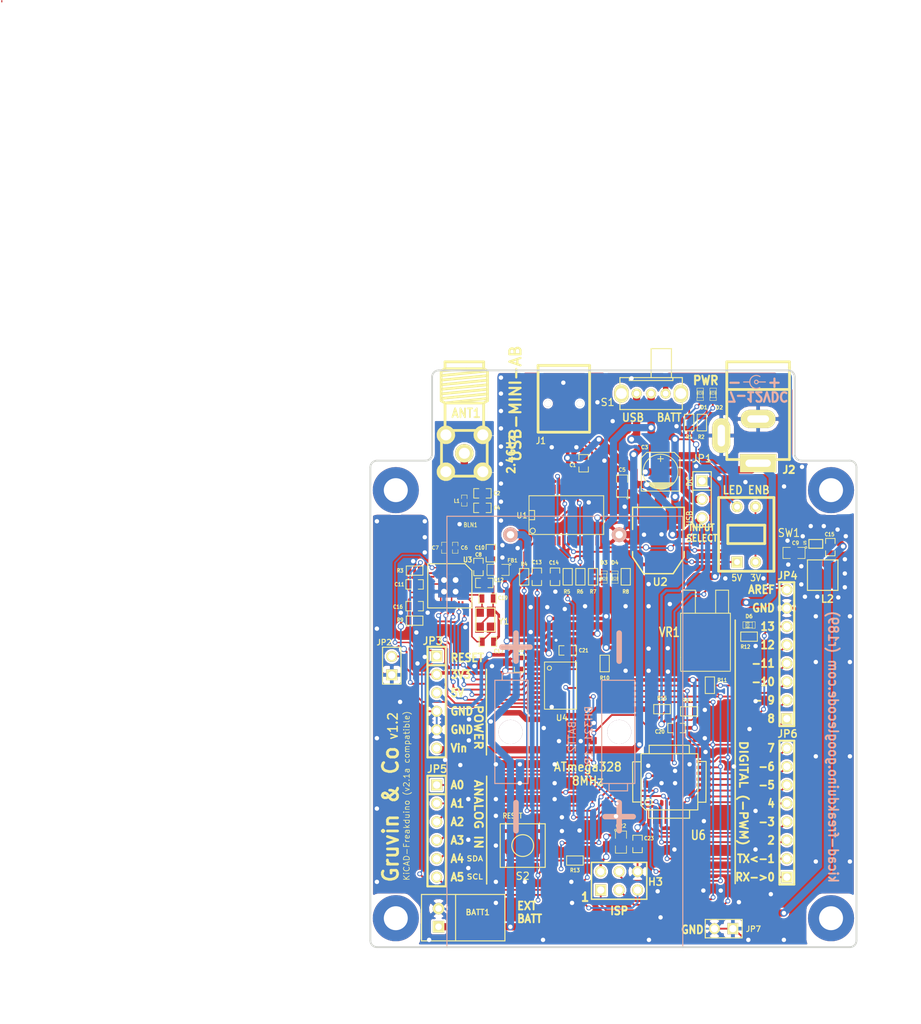
<source format=kicad_pcb>
(kicad_pcb (version 20171130) (host pcbnew 5.0.0-fee4fd1~66~ubuntu18.04.1)
  (title_block (title "KiCAD Freakduino") (date "27 mar 2014") (rev v1.3) (company "Gruvin & Co"))
  (layers (0 F.Cu signal) (31 B.Cu signal) (34 B.Paste user) (35 F.Paste user) (36 B.SilkS user) (37 F.SilkS user) (38 B.Mask user) (39 F.Mask user) (44 Edge.Cuts user))
  (net 0 "")
  (net 1 /INTERFACE/3VLED)
  (net 2 /INTERFACE/5VLED)
  (net 3 /INTERFACE/LOGIC_OE)
  (net 4 /INTERFACE/VCC3_LED)
  (net 5 /INTERFACE/VCC5_LED)
  (net 6 /POWER/BOOST_OUT)
  (net 7 /POWER/DC_IN)
  (net 8 /POWER/VCC5_IN)
  (net 9 /RADIO/ANT)
  (net 10 /RADIO/RFN)
  (net 11 /RADIO/RFN_BAL)
  (net 12 /RADIO/RFP)
  (net 13 /RADIO/RFP_BAL)
  (net 14 /RADIO/UNBAL)
  (net 15 /USB/DM)
  (net 16 /USB/DP)
  (net 17 /USB/FTDI_RST_N)
  (net 18 /USB/RXLED_N)
  (net 19 /USB/TXLED_N)
  (net 20 /USB/USB_3V3OUT)
  (net 21 /VBATR)
  (net 22 /VBUSR)
  (net 23 AREF)
  (net 24 DTR_N)
  (net 25 INT)
  (net 26 MCU_RX)
  (net 27 MCU_TX)
  (net 28 MISO)
  (net 29 MOSI)
  (net 30 N-0000032)
  (net 31 N-0000043)
  (net 32 N-0000044)
  (net 33 N-0000045)
  (net 34 N-0000051)
  (net 35 N-0000053)
  (net 36 N-0000077)
  (net 37 N-0000078)
  (net 38 N-0000095)
  (net 39 PB0/ICP1)
  (net 40 PB1/OC1A)
  (net 41 PB2/~SS~/OC1B)
  (net 42 PB3/MOSI/OC2A)
  (net 43 PB4/MISO)
  (net 44 PB5/SCLK)
  (net 45 PC0/ADC0)
  (net 46 PC1/ADC1)
  (net 47 PC2/ADC2)
  (net 48 PC3/ADC3)
  (net 49 PC4/ADC4/SDA)
  (net 50 PC5/ADC5/SCL)
  (net 51 PD0/RXD)
  (net 52 PD1/TXD)
  (net 53 PD2/INT0)
  (net 54 PD3/INT1/OC2B)
  (net 55 PD4/T0)
  (net 56 PD5/T1/OC0B)
  (net 57 PD6/OC0A/AIN0)
  (net 58 PD7/AIN1)
  (net 59 RADIO_INT)
  (net 60 RADIO_SEL_N)
  (net 61 RESET_N)
  (net 62 SCLK)
  (net 63 SLP_TR)
  (net 64 VBAT)
  (net 65 VBUS)
  (net 66 VCC3)
  (net 67 VCC5)
  (net 68 VCC_IN)
  (net 69 VSS)
  (module SM0402_c (layer F.Cu) (at 62.5 75.25 90)
    (fp_text reference C6 (at 0 1.25 180) (layer F.SilkS) (effects (font (size 0.5 0.5) (thickness 0.1))))
    (fp_text value 5p6 hide)
    (pad 1 smd rect (at -0.44958 0 90) (size 0.39878 0.59944) (layers F.Cu F.Paste F.Mask) (net 10 /RADIO/RFN))
    (pad 2 smd rect (at 0.44958 0 90) (size 0.39878 0.59944) (layers F.Cu F.Paste F.Mask) (net 11 /RADIO/RFN_BAL))
  )
  (module STUB (layer F.Cu) (at 0 0)
    (fp_text reference STUB (at 0 0.00003) (layer F.SilkS) (effects (font (size 0.00003 0.00003) (thickness 0.000007))))
    (fp_text value VAL** (at 0 -0.00003) (layer F.SilkS) (effects (font (size 0.00003 0.00003) (thickness 0.000007))))
    (pad 1 smd rect (at 0 0) (size 0.15 0.15) (layers F.Cu))
    (pad 1 smd rect (at 0 -0.15) (size 0.15 0.15) (layers F.Cu))
  )
  (module USB-B_mini (layer F.Cu) (at 77.47 55.372 180)
    (fp_text reference J1 (at 3.17 -5.128 180) (layer F.SilkS) (effects (font (size 0.9 0.8))))
    (fp_text value USB-MINI-AB (at 6.67 -0.028 270) (layer F.SilkS) (effects (font (size 1.524 1.524) (thickness 0.3048))))
    (pad "" thru_hole circle (at 2.19964 0 180) (size 0.89916 0.89916) (drill 0.89916) (layers *.Cu *.Mask F.SilkS))
    (pad "" thru_hole circle (at -2.19964 0 180) (size 0.89916 0.89916) (drill 0.89916) (layers *.Cu *.Mask F.SilkS))
    (pad 9 smd rect (at 4.39928 2.99974 180) (size 1.99898 2.49936) (layers F.Cu F.Paste F.Mask) (net 69 VSS))
    (pad 8 smd rect (at -4.45008 2.99974 180) (size 1.99898 2.49936) (layers F.Cu F.Paste F.Mask) (net 69 VSS))
    (pad 7 smd rect (at 4.45008 -2.49936 180) (size 1.99898 2.49936) (layers F.Cu F.Paste F.Mask) (net 69 VSS))
    (pad 6 smd rect (at -4.45008 -2.49936 180) (size 1.99898 2.49936) (layers F.Cu F.Paste F.Mask) (net 69 VSS))
    (pad 3 smd rect (at 0 -2.49936 180) (size 0.50038 2.30124) (layers F.Cu F.Paste F.Mask) (net 16 /USB/DP))
    (pad 2 smd rect (at -0.8001 -2.49936 180) (size 0.50038 2.30124) (layers F.Cu F.Paste F.Mask) (net 15 /USB/DM))
    (pad 1 smd rect (at -1.6002 -2.49936 180) (size 0.50038 2.30124) (layers F.Cu F.Paste F.Mask) (net 65 VBUS))
    (pad 4 smd rect (at 0.8001 -2.49936 180) (size 0.50038 2.30124) (layers F.Cu F.Paste F.Mask))
    (pad 5 smd rect (at 1.6002 -2.49936 180) (size 0.50038 2.30124) (layers F.Cu F.Paste F.Mask) (net 69 VSS))
  )
  (module HOLE_130x250mil (layer F.Cu) (at 54.3052 67.31)
    (fp_text reference H1 hide)
    (fp_text value MOUNT_HOLE hide)
    (pad 1 thru_hole circle (at 0 0) (size 6.35 6.35) (drill 3.302) (layers *.Cu *.Mask))
  )
  (module HOLE_130x250mil (layer F.Cu) (at 54.3052 126.3142)
    (fp_text reference H5 hide)
    (fp_text value MOUNT_HOLE hide)
    (pad 1 thru_hole circle (at 0 0) (size 6.35 6.35) (drill 3.302) (layers *.Cu *.Mask))
  )
  (module HOLE_130x250mil (layer F.Cu) (at 114.3 67.31)
    (fp_text reference H2 hide)
    (fp_text value MOUNT_HOLE hide)
    (pad 1 thru_hole circle (at 0 0) (size 6.35 6.35) (drill 3.302) (layers *.Cu *.Mask))
  )
  (module HOLE_130x250mil (layer F.Cu) (at 114.3 126.3142)
    (fp_text reference H4 hide)
    (fp_text value MOUNT_HOLE hide)
    (pad 1 thru_hole circle (at 0 0) (size 6.35 6.35) (drill 3.302) (layers *.Cu *.Mask))
  )
  (module TQFP32 (layer F.Cu) (at 92 107.5 90)
    (fp_text reference U6 (at -7.37 4.01 180) (layer F.SilkS) (effects (font (size 1.27 1.016) (thickness 0.2032))))
    (fp_text value ATMEGA328-QFP32 hide)
    (pad 8 smd rect (at -4.81584 2.77622 90) (size 1.99898 0.44958) (layers F.Cu F.Paste F.Mask))
    (pad 7 smd rect (at -4.81584 1.97612 90) (size 1.99898 0.44958) (layers F.Cu F.Paste F.Mask) (net 59 RADIO_INT))
    (pad 6 smd rect (at -4.81584 1.17602 90) (size 1.99898 0.44958) (layers F.Cu F.Paste F.Mask) (net 67 VCC5))
    (pad 5 smd rect (at -4.81584 0.37592 90) (size 1.99898 0.44958) (layers F.Cu F.Paste F.Mask) (net 69 VSS))
    (pad 4 smd rect (at -4.81584 -0.42418 90) (size 1.99898 0.44958) (layers F.Cu F.Paste F.Mask) (net 67 VCC5))
    (pad 3 smd rect (at -4.81584 -1.22428 90) (size 1.99898 0.44958) (layers F.Cu F.Paste F.Mask) (net 69 VSS))
    (pad 2 smd rect (at -4.81584 -2.02438 90) (size 1.99898 0.44958) (layers F.Cu F.Paste F.Mask) (net 55 PD4/T0))
    (pad 1 smd rect (at -4.81584 -2.82448 90) (size 1.99898 0.44958) (layers F.Cu F.Paste F.Mask) (net 54 PD3/INT1/OC2B))
    (pad 24 smd rect (at 4.7498 -2.8194 90) (size 1.99898 0.44958) (layers F.Cu F.Paste F.Mask) (net 46 PC1/ADC1))
    (pad 17 smd rect (at 4.7498 2.794 90) (size 1.99898 0.44958) (layers F.Cu F.Paste F.Mask) (net 44 PB5/SCLK))
    (pad 18 smd rect (at 4.7498 1.9812 90) (size 1.99898 0.44958) (layers F.Cu F.Paste F.Mask) (net 67 VCC5))
    (pad 19 smd rect (at 4.7498 1.1684 90) (size 1.99898 0.44958) (layers F.Cu F.Paste F.Mask) (net 22 /VBUSR))
    (pad 20 smd rect (at 4.7498 0.381 90) (size 1.99898 0.44958) (layers F.Cu F.Paste F.Mask) (net 23 AREF))
    (pad 21 smd rect (at 4.7498 -0.4318 90) (size 1.99898 0.44958) (layers F.Cu F.Paste F.Mask) (net 69 VSS))
    (pad 22 smd rect (at 4.7498 -1.2192 90) (size 1.99898 0.44958) (layers F.Cu F.Paste F.Mask) (net 21 /VBATR))
    (pad 23 smd rect (at 4.7498 -2.032 90) (size 1.99898 0.44958) (layers F.Cu F.Paste F.Mask) (net 45 PC0/ADC0))
    (pad 32 smd rect (at -2.82448 -4.826 90) (size 0.44958 1.99898) (layers F.Cu F.Paste F.Mask) (net 53 PD2/INT0))
    (pad 31 smd rect (at -2.02692 -4.826 90) (size 0.44958 1.99898) (layers F.Cu F.Paste F.Mask) (net 52 PD1/TXD))
    (pad 30 smd rect (at -1.22428 -4.826 90) (size 0.44958 1.99898) (layers F.Cu F.Paste F.Mask) (net 51 PD0/RXD))
    (pad 29 smd rect (at -0.42672 -4.826 90) (size 0.44958 1.99898) (layers F.Cu F.Paste F.Mask) (net 61 RESET_N))
    (pad 28 smd rect (at 0.37592 -4.826 90) (size 0.44958 1.99898) (layers F.Cu F.Paste F.Mask) (net 50 PC5/ADC5/SCL))
    (pad 27 smd rect (at 1.17348 -4.826 90) (size 0.44958 1.99898) (layers F.Cu F.Paste F.Mask) (net 49 PC4/ADC4/SDA))
    (pad 26 smd rect (at 1.97612 -4.826 90) (size 0.44958 1.99898) (layers F.Cu F.Paste F.Mask) (net 48 PC3/ADC3))
    (pad 25 smd rect (at 2.77368 -4.826 90) (size 0.44958 1.99898) (layers F.Cu F.Paste F.Mask) (net 47 PC2/ADC2))
    (pad 9 smd rect (at -2.8194 4.7752 90) (size 0.44958 1.99898) (layers F.Cu F.Paste F.Mask) (net 56 PD5/T1/OC0B))
    (pad 10 smd rect (at -2.032 4.7752 90) (size 0.44958 1.99898) (layers F.Cu F.Paste F.Mask) (net 57 PD6/OC0A/AIN0))
    (pad 11 smd rect (at -1.2192 4.7752 90) (size 0.44958 1.99898) (layers F.Cu F.Paste F.Mask) (net 58 PD7/AIN1))
    (pad 12 smd rect (at -0.4318 4.7752 90) (size 0.44958 1.99898) (layers F.Cu F.Paste F.Mask) (net 39 PB0/ICP1))
    (pad 13 smd rect (at 0.3556 4.7752 90) (size 0.44958 1.99898) (layers F.Cu F.Paste F.Mask) (net 40 PB1/OC1A))
    (pad 14 smd rect (at 1.1684 4.7752 90) (size 0.44958 1.99898) (layers F.Cu F.Paste F.Mask) (net 41 PB2/~SS~/OC1B))
    (pad 15 smd rect (at 1.9812 4.7752 90) (size 0.44958 1.99898) (layers F.Cu F.Paste F.Mask) (net 42 PB3/MOSI/OC2A))
    (pad 16 smd rect (at 2.794 4.7752 90) (size 0.44958 1.99898) (layers F.Cu F.Paste F.Mask) (net 43 PB4/MISO))
  )
  (module SWDIP2 (layer F.Cu) (at 102.616 73.406)
    (fp_text reference SW1 (at 5.884 -0.206) (layer F.SilkS) (effects (font (size 1.1 1))))
    (fp_text value DIPSW4_DIP hide)
    (pad 1 thru_hole rect (at -1.27 3.81) (size 1.524 1.524) (drill 0.8128) (layers *.Cu *.Mask F.SilkS) (net 2 /INTERFACE/5VLED))
    (pad 2 thru_hole circle (at 1.27 3.81) (size 1.524 1.524) (drill 0.8128) (layers *.Cu *.Mask F.SilkS) (net 1 /INTERFACE/3VLED))
    (pad 3 thru_hole circle (at 1.27 -3.81) (size 1.524 1.524) (drill 0.8128) (layers *.Cu *.Mask F.SilkS) (net 66 VCC3))
    (pad 4 thru_hole circle (at -1.27 -3.81) (size 1.524 1.524) (drill 0.8128) (layers *.Cu *.Mask F.SilkS) (net 67 VCC5))
  )
  (module SOT223 (layer F.Cu) (at 90.5 74.25 180)
    (fp_text reference U2 (at -0.254 -5.715 180) (layer F.SilkS) (effects (font (size 1.016 1.016) (thickness 0.2032))))
    (fp_text value TC1264 hide)
    (pad 4 smd rect (at 0 -3.302 180) (size 3.6576 2.032) (layers F.Cu F.Paste F.Mask) (net 69 VSS))
    (pad 2 smd rect (at 0 3.302 180) (size 1.016 2.032) (layers F.Cu F.Paste F.Mask) (net 69 VSS))
    (pad 3 smd rect (at 2.286 3.302 180) (size 1.016 2.032) (layers F.Cu F.Paste F.Mask) (net 66 VCC3))
    (pad 1 smd rect (at -2.286 3.302 180) (size 1.016 2.032) (layers F.Cu F.Paste F.Mask) (net 67 VCC5))
  )
  (module SM0805 (layer F.Cu) (at 68.4 78.3 180)
    (fp_text reference FB1 (at -2 1.3 180) (layer F.SilkS) (effects (font (size 0.50038 0.50038) (thickness 0.10922))))
    (fp_text value FB/0805 hide)
    (pad 1 smd rect (at -0.9525 0 180) (size 0.889 1.397) (layers F.Cu F.Paste F.Mask) (net 66 VCC3))
    (pad 2 smd rect (at 0.9525 0 180) (size 0.889 1.397) (layers F.Cu F.Paste F.Mask) (net 35 N-0000053))
  )
  (module SM0805 (layer F.Cu) (at 85.344 115.824 270)
    (fp_text reference C22 (at -2.25 0) (layer F.SilkS) (effects (font (size 0.50038 0.50038) (thickness 0.10922))))
    (fp_text value 22u/6v3 hide)
    (pad 1 smd rect (at -0.9525 0 270) (size 0.889 1.397) (layers F.Cu F.Paste F.Mask) (net 67 VCC5))
    (pad 2 smd rect (at 0.9525 0 270) (size 0.889 1.397) (layers F.Cu F.Paste F.Mask) (net 69 VSS))
  )
  (module SM0805 (layer F.Cu) (at 85.5 66.75 90)
    (fp_text reference C5 (at 2.25 0 180) (layer F.SilkS) (effects (font (size 0.50038 0.50038) (thickness 0.10922))))
    (fp_text value 22u/6V3 hide)
    (pad 1 smd rect (at -0.9525 0 90) (size 0.889 1.397) (layers F.Cu F.Paste F.Mask) (net 66 VCC3))
    (pad 2 smd rect (at 0.9525 0 90) (size 0.889 1.397) (layers F.Cu F.Paste F.Mask) (net 69 VSS))
  )
  (module SM0603_Capa (layer F.Cu) (at 87.63 116.078 270)
    (fp_text reference C23 (at -0.778 -1.57) (layer F.SilkS) (effects (font (size 0.508 0.4572) (thickness 0.1143))))
    (fp_text value 0u1 hide)
    (pad 1 smd rect (at -0.762 0 270) (size 0.635 1.143) (layers F.Cu F.Paste F.Mask) (net 67 VCC5))
    (pad 2 smd rect (at 0.762 0 270) (size 0.635 1.143) (layers F.Cu F.Paste F.Mask) (net 69 VSS))
  )
  (module SM0603_Capa (layer F.Cu) (at 56.9 80.3)
    (fp_text reference C11 (at -2.1 0) (layer F.SilkS) (effects (font (size 0.508 0.4572) (thickness 0.1143))))
    (fp_text value 0u1 hide)
    (pad 1 smd rect (at -0.762 0) (size 0.635 1.143) (layers F.Cu F.Paste F.Mask) (net 34 N-0000051))
    (pad 2 smd rect (at 0.762 0) (size 0.635 1.143) (layers F.Cu F.Paste F.Mask) (net 69 VSS))
  )
  (module SM0603_Capa (layer F.Cu) (at 66.5 80.1)
    (fp_text reference C12 (at 2 -0.4) (layer F.SilkS) (effects (font (size 0.508 0.4572) (thickness 0.1143))))
    (fp_text value 0u01 hide)
    (pad 1 smd rect (at -0.762 0) (size 0.635 1.143) (layers F.Cu F.Paste F.Mask) (net 35 N-0000053))
    (pad 2 smd rect (at 0.762 0) (size 0.635 1.143) (layers F.Cu F.Paste F.Mask) (net 69 VSS))
  )
  (module SM0603_Capa (layer F.Cu) (at 65.7 77.9 90)
    (fp_text reference C8 (at 1.7 0 180) (layer F.SilkS) (effects (font (size 0.508 0.4572) (thickness 0.1143))))
    (fp_text value 0u01 hide)
    (pad 1 smd rect (at -0.762 0 90) (size 0.635 1.143) (layers F.Cu F.Paste F.Mask) (net 31 N-0000043))
    (pad 2 smd rect (at 0.762 0 90) (size 0.635 1.143) (layers F.Cu F.Paste F.Mask) (net 69 VSS))
  )
  (module SM0603_Capa (layer F.Cu) (at 67 88.2)
    (fp_text reference C17 (at 1.5 1.3) (layer F.SilkS) (effects (font (size 0.508 0.4572) (thickness 0.1143))))
    (fp_text value 12p hide)
    (pad 1 smd rect (at -0.762 0) (size 0.635 1.143) (layers F.Cu F.Paste F.Mask) (net 32 N-0000044))
    (pad 2 smd rect (at 0.762 0) (size 0.635 1.143) (layers F.Cu F.Paste F.Mask) (net 69 VSS))
  )
  (module SM0603_Capa (layer F.Cu) (at 66.9544 82.2452)
    (fp_text reference C19 (at 2.1082 -0.0762) (layer F.SilkS) (effects (font (size 0.508 0.4572) (thickness 0.1143))))
    (fp_text value 12p hide)
    (pad 1 smd rect (at -0.762 0) (size 0.635 1.143) (layers F.Cu F.Paste F.Mask) (net 33 N-0000045))
    (pad 2 smd rect (at 0.762 0) (size 0.635 1.143) (layers F.Cu F.Paste F.Mask) (net 69 VSS))
  )
  (module SM0603_Capa (layer F.Cu) (at 66.25 69.75)
    (fp_text reference C4 (at 2 0) (layer F.SilkS) (effects (font (size 0.508 0.4572) (thickness 0.1143))))
    (fp_text value 0p4 hide)
    (pad 1 smd rect (at -0.762 0) (size 0.635 1.143) (layers F.Cu F.Paste F.Mask) (net 14 /RADIO/UNBAL))
    (pad 2 smd rect (at 0.762 0) (size 0.635 1.143) (layers F.Cu F.Paste F.Mask) (net 69 VSS))
  )
  (module SM0603_Capa (layer F.Cu) (at 56.9 83.3)
    (fp_text reference C16 (at -2.3 0.1) (layer F.SilkS) (effects (font (size 0.508 0.4572) (thickness 0.1143))))
    (fp_text value 0u1 hide)
    (pad 1 smd rect (at -0.762 0) (size 0.635 1.143) (layers F.Cu F.Paste F.Mask) (net 66 VCC3))
    (pad 2 smd rect (at 0.762 0) (size 0.635 1.143) (layers F.Cu F.Paste F.Mask) (net 69 VSS))
  )
  (module SM0603_Capa (layer F.Cu) (at 73.75 79.25 270)
    (fp_text reference C13 (at -2 0) (layer F.SilkS) (effects (font (size 0.508 0.4572) (thickness 0.1143))))
    (fp_text value 0u1 hide)
    (pad 1 smd rect (at -0.762 0 270) (size 0.635 1.143) (layers F.Cu F.Paste F.Mask) (net 24 DTR_N))
    (pad 2 smd rect (at 0.762 0 270) (size 0.635 1.143) (layers F.Cu F.Paste F.Mask) (net 61 RESET_N))
  )
  (module SM0603_Capa (layer F.Cu) (at 80.2 63.6 90)
    (fp_text reference C1 (at -0.25 -1.5 180) (layer F.SilkS) (effects (font (size 0.508 0.4572) (thickness 0.1143))))
    (fp_text value 0u1 hide)
    (pad 1 smd rect (at -0.762 0 90) (size 0.635 1.143) (layers F.Cu F.Paste F.Mask) (net 20 /USB/USB_3V3OUT))
    (pad 2 smd rect (at 0.762 0 90) (size 0.635 1.143) (layers F.Cu F.Paste F.Mask) (net 69 VSS))
  )
  (module SM0603_Capa (layer F.Cu) (at 76.25 79.25 270)
    (fp_text reference C14 (at -1.95 0.15) (layer F.SilkS) (effects (font (size 0.508 0.4572) (thickness 0.1143))))
    (fp_text value 0u1 hide)
    (pad 1 smd rect (at -0.762 0 270) (size 0.635 1.143) (layers F.Cu F.Paste F.Mask) (net 65 VBUS))
    (pad 2 smd rect (at 0.762 0 270) (size 0.635 1.143) (layers F.Cu F.Paste F.Mask) (net 69 VSS))
  )
  (module SM0603_Capa (layer F.Cu) (at 71.3 91.2 90)
    (fp_text reference C18 (at 1.85 0 180) (layer F.SilkS) (effects (font (size 0.508 0.4572) (thickness 0.1143))))
    (fp_text value 0u1 hide)
    (pad 1 smd rect (at -0.762 0 90) (size 0.635 1.143) (layers F.Cu F.Paste F.Mask) (net 66 VCC3))
    (pad 2 smd rect (at 0.762 0 90) (size 0.635 1.143) (layers F.Cu F.Paste F.Mask) (net 69 VSS))
  )
  (module SM0603_Capa (layer F.Cu) (at 78 89.4 180)
    (fp_text reference C21 (at -2.2 0 180) (layer F.SilkS) (effects (font (size 0.508 0.4572) (thickness 0.1143))))
    (fp_text value 0u1 hide)
    (pad 1 smd rect (at -0.762 0 180) (size 0.635 1.143) (layers F.Cu F.Paste F.Mask) (net 3 /INTERFACE/LOGIC_OE))
    (pad 2 smd rect (at 0.762 0 180) (size 0.635 1.143) (layers F.Cu F.Paste F.Mask) (net 69 VSS))
  )
  (module SM0603_Capa (layer F.Cu) (at 93 100.1 180)
    (fp_text reference C20 (at 2.3 -0.5 180) (layer F.SilkS) (effects (font (size 0.508 0.4572) (thickness 0.1143))))
    (fp_text value 0u1 hide)
    (pad 1 smd rect (at -0.762 0 180) (size 0.635 1.143) (layers F.Cu F.Paste F.Mask) (net 67 VCC5))
    (pad 2 smd rect (at 0.762 0 180) (size 0.635 1.143) (layers F.Cu F.Paste F.Mask) (net 69 VSS))
  )
  (module SM0603 (layer F.Cu) (at 79.75 79.25 90)
    (fp_text reference R6 (at -2.05 -0.05 180) (layer F.SilkS) (effects (font (size 0.508 0.4572) (thickness 0.1143))))
    (fp_text value 10K hide)
    (pad 1 smd rect (at -0.762 0 90) (size 0.635 1.143) (layers F.Cu F.Paste F.Mask) (net 65 VBUS))
    (pad 2 smd rect (at 0.762 0 90) (size 0.635 1.143) (layers F.Cu F.Paste F.Mask) (net 17 /USB/FTDI_RST_N))
  )
  (module SM0603 (layer F.Cu) (at 56.9 78.4)
    (fp_text reference R3 (at -2 0) (layer F.SilkS) (effects (font (size 0.508 0.4572) (thickness 0.1143))))
    (fp_text value DNI hide)
    (pad 1 smd rect (at -0.762 0) (size 0.635 1.143) (layers F.Cu F.Paste F.Mask) (net 66 VCC3))
    (pad 2 smd rect (at 0.762 0) (size 0.635 1.143) (layers F.Cu F.Paste F.Mask) (net 63 SLP_TR))
  )
  (module SM0603 (layer F.Cu) (at 56.9 85.3)
    (fp_text reference R9 (at -2 -0.1) (layer F.SilkS) (effects (font (size 0.508 0.4572) (thickness 0.1143))))
    (fp_text value DNI hide)
    (pad 1 smd rect (at -0.762 0) (size 0.635 1.143) (layers F.Cu F.Paste F.Mask) (net 66 VCC3))
    (pad 2 smd rect (at 0.762 0) (size 0.635 1.143) (layers F.Cu F.Paste F.Mask) (net 60 RADIO_SEL_N))
  )
  (module SM0603 (layer F.Cu) (at 81.5 79.25 90)
    (fp_text reference R7 (at -2.05 0 180) (layer F.SilkS) (effects (font (size 0.508 0.4572) (thickness 0.1143))))
    (fp_text value 1K hide)
    (pad 1 smd rect (at -0.762 0 90) (size 0.635 1.143) (layers F.Cu F.Paste F.Mask) (net 37 N-0000078))
    (pad 2 smd rect (at 0.762 0 90) (size 0.635 1.143) (layers F.Cu F.Paste F.Mask) (net 19 /USB/TXLED_N))
  )
  (module SM0603 (layer F.Cu) (at 86 79.25 90)
    (fp_text reference R8 (at -2.05 0 180) (layer F.SilkS) (effects (font (size 0.508 0.4572) (thickness 0.1143))))
    (fp_text value 1K hide)
    (pad 1 smd rect (at -0.762 0 90) (size 0.635 1.143) (layers F.Cu F.Paste F.Mask) (net 36 N-0000077))
    (pad 2 smd rect (at 0.762 0 90) (size 0.635 1.143) (layers F.Cu F.Paste F.Mask) (net 18 /USB/RXLED_N))
  )
  (module SM0603 (layer F.Cu) (at 78.994 118.364)
    (fp_text reference R13 (at 0.006 1.336) (layer F.SilkS) (effects (font (size 0.508 0.4572) (thickness 0.1143))))
    (fp_text value 10K hide)
    (pad 1 smd rect (at -0.762 0) (size 0.635 1.143) (layers F.Cu F.Paste F.Mask) (net 61 RESET_N))
    (pad 2 smd rect (at 0.762 0) (size 0.635 1.143) (layers F.Cu F.Paste F.Mask) (net 67 VCC5))
  )
  (module SM0603 (layer F.Cu) (at 83.1 91.2 90)
    (fp_text reference R10 (at -2 0 180) (layer F.SilkS) (effects (font (size 0.508 0.4572) (thickness 0.1143))))
    (fp_text value 180K hide)
    (pad 1 smd rect (at -0.762 0 90) (size 0.635 1.143) (layers F.Cu F.Paste F.Mask) (net 3 /INTERFACE/LOGIC_OE))
    (pad 2 smd rect (at 0.762 0 90) (size 0.635 1.143) (layers F.Cu F.Paste F.Mask) (net 67 VCC5))
  )
  (module SM0603 (layer F.Cu) (at 94.75 58 90)
    (fp_text reference R1 (at -1.975 0 180) (layer F.SilkS) (effects (font (size 0.508 0.4572) (thickness 0.1143))))
    (fp_text value 1K hide)
    (pad 1 smd rect (at -0.762 0 90) (size 0.635 1.143) (layers F.Cu F.Paste F.Mask) (net 69 VSS))
    (pad 2 smd rect (at 0.762 0 90) (size 0.635 1.143) (layers F.Cu F.Paste F.Mask) (net 5 /INTERFACE/VCC5_LED))
  )
  (module SM0603 (layer F.Cu) (at 96.5 58 90)
    (fp_text reference R2 (at -1.975 -0.1 180) (layer F.SilkS) (effects (font (size 0.508 0.4572) (thickness 0.1143))))
    (fp_text value 1K hide)
    (pad 1 smd rect (at -0.762 0 90) (size 0.635 1.143) (layers F.Cu F.Paste F.Mask) (net 69 VSS))
    (pad 2 smd rect (at 0.762 0 90) (size 0.635 1.143) (layers F.Cu F.Paste F.Mask) (net 4 /INTERFACE/VCC3_LED))
  )
  (module SM0603 (layer F.Cu) (at 97.6 94.2 90)
    (fp_text reference R11 (at 0.7 1.7 180) (layer F.SilkS) (effects (font (size 0.508 0.4572) (thickness 0.1143))))
    (fp_text value 10K hide)
    (pad 1 smd rect (at -0.762 0 90) (size 0.635 1.143) (layers F.Cu F.Paste F.Mask) (net 42 PB3/MOSI/OC2A))
    (pad 2 smd rect (at 0.762 0 90) (size 0.635 1.143) (layers F.Cu F.Paste F.Mask) (net 67 VCC5))
  )
  (module SM0603 (layer F.Cu) (at 91 97.5)
    (fp_text reference R15 (at 0 -1.5) (layer F.SilkS) (effects (font (size 0.508 0.4572) (thickness 0.1143))))
    (fp_text value 100K hide)
    (pad 1 smd rect (at -0.762 0) (size 0.635 1.143) (layers F.Cu F.Paste F.Mask) (net 64 VBAT))
    (pad 2 smd rect (at 0.762 0) (size 0.635 1.143) (layers F.Cu F.Paste F.Mask) (net 21 /VBATR))
  )
  (module SM0603 (layer F.Cu) (at 78 79.25 90)
    (fp_text reference R5 (at -2.05 -0.1 180) (layer F.SilkS) (effects (font (size 0.508 0.4572) (thickness 0.1143))))
    (fp_text value 1K hide)
    (pad 1 smd rect (at -0.762 0 90) (size 0.635 1.143) (layers F.Cu F.Paste F.Mask) (net 52 PD1/TXD))
    (pad 2 smd rect (at 0.762 0 90) (size 0.635 1.143) (layers F.Cu F.Paste F.Mask) (net 27 MCU_TX))
  )
  (module SM0603 (layer F.Cu) (at 72 79.25 90)
    (fp_text reference R4 (at 1.75 0 180) (layer F.SilkS) (effects (font (size 0.508 0.4572) (thickness 0.1143))))
    (fp_text value 1K hide)
    (pad 1 smd rect (at -0.762 0 90) (size 0.635 1.143) (layers F.Cu F.Paste F.Mask) (net 51 PD0/RXD))
    (pad 2 smd rect (at 0.762 0 90) (size 0.635 1.143) (layers F.Cu F.Paste F.Mask) (net 26 MCU_RX))
  )
  (module SM0603 (layer F.Cu) (at 103 87.5)
    (fp_text reference R12 (at -0.5 1.4) (layer F.SilkS) (effects (font (size 0.508 0.4572) (thickness 0.1143))))
    (fp_text value 1K hide)
    (pad 1 smd rect (at -0.762 0) (size 0.635 1.143) (layers F.Cu F.Paste F.Mask) (net 69 VSS))
    (pad 2 smd rect (at 0.762 0) (size 0.635 1.143) (layers F.Cu F.Paste F.Mask) (net 38 N-0000095))
  )
  (module SM0603 (layer F.Cu) (at 94.7 97.8)
    (fp_text reference R14 (at -0.25 -1.5) (layer F.SilkS) (effects (font (size 0.508 0.4572) (thickness 0.1143))))
    (fp_text value 100K hide)
    (pad 1 smd rect (at -0.762 0) (size 0.635 1.143) (layers F.Cu F.Paste F.Mask) (net 65 VBUS))
    (pad 2 smd rect (at 0.762 0) (size 0.635 1.143) (layers F.Cu F.Paste F.Mask) (net 22 /VBUSR))
  )
  (module SM0402_c (layer F.Cu) (at 61 75.25 90)
    (fp_text reference C7 (at 0 -1.25 180) (layer F.SilkS) (effects (font (size 0.5 0.5) (thickness 0.1))))
    (fp_text value 5p6 hide)
    (pad 1 smd rect (at -0.44958 0 90) (size 0.39878 0.59944) (layers F.Cu F.Paste F.Mask) (net 12 /RADIO/RFP))
    (pad 2 smd rect (at 0.44958 0 90) (size 0.39878 0.59944) (layers F.Cu F.Paste F.Mask) (net 13 /RADIO/RFP_BAL))
  )
  (module pin_array_8x1 (layer F.Cu) (at 108.204 111.76 90)
    (fp_text reference JP6 (at 10.86 0.096 180) (layer F.SilkS) (effects (font (size 1.016 1.016) (thickness 0.2032))))
    (fp_text value JP8/THRU hide)
    (pad 1 thru_hole rect (at -8.89 0 90) (size 1.524 1.524) (drill 1.016) (layers *.Cu *.Mask F.SilkS) (net 51 PD0/RXD))
    (pad 2 thru_hole circle (at -6.35 0 90) (size 1.524 1.524) (drill 1.016) (layers *.Cu *.Mask F.SilkS) (net 52 PD1/TXD))
    (pad 3 thru_hole circle (at -3.81 0 90) (size 1.524 1.524) (drill 1.016) (layers *.Cu *.Mask F.SilkS) (net 53 PD2/INT0))
    (pad 4 thru_hole circle (at -1.27 0 90) (size 1.524 1.524) (drill 1.016) (layers *.Cu *.Mask F.SilkS) (net 54 PD3/INT1/OC2B))
    (pad 5 thru_hole circle (at 1.27 0 90) (size 1.524 1.524) (drill 1.016) (layers *.Cu *.Mask F.SilkS) (net 55 PD4/T0))
    (pad 6 thru_hole circle (at 3.81 0 90) (size 1.524 1.524) (drill 1.016) (layers *.Cu *.Mask F.SilkS) (net 56 PD5/T1/OC0B))
    (pad 7 thru_hole circle (at 6.35 0 90) (size 1.524 1.524) (drill 1.016) (layers *.Cu *.Mask F.SilkS) (net 57 PD6/OC0A/AIN0))
    (pad 8 thru_hole circle (at 8.89 0 90) (size 1.524 1.524) (drill 1.016) (layers *.Cu *.Mask F.SilkS) (net 58 PD7/AIN1))
  )
  (module pin_array_8x1 (layer F.Cu) (at 108.204 89.916 90)
    (fp_text reference JP4 (at 10.816 0.096 180) (layer F.SilkS) (effects (font (size 1.016 1.016) (thickness 0.2032))))
    (fp_text value JP8/THRU hide)
    (pad 1 thru_hole rect (at -8.89 0 90) (size 1.524 1.524) (drill 1.016) (layers *.Cu *.Mask F.SilkS) (net 39 PB0/ICP1))
    (pad 2 thru_hole circle (at -6.35 0 90) (size 1.524 1.524) (drill 1.016) (layers *.Cu *.Mask F.SilkS) (net 40 PB1/OC1A))
    (pad 3 thru_hole circle (at -3.81 0 90) (size 1.524 1.524) (drill 1.016) (layers *.Cu *.Mask F.SilkS) (net 41 PB2/~SS~/OC1B))
    (pad 4 thru_hole circle (at -1.27 0 90) (size 1.524 1.524) (drill 1.016) (layers *.Cu *.Mask F.SilkS) (net 42 PB3/MOSI/OC2A))
    (pad 5 thru_hole circle (at 1.27 0 90) (size 1.524 1.524) (drill 1.016) (layers *.Cu *.Mask F.SilkS) (net 43 PB4/MISO))
    (pad 6 thru_hole circle (at 3.81 0 90) (size 1.524 1.524) (drill 1.016) (layers *.Cu *.Mask F.SilkS) (net 44 PB5/SCLK))
    (pad 7 thru_hole circle (at 6.35 0 90) (size 1.524 1.524) (drill 1.016) (layers *.Cu *.Mask F.SilkS) (net 69 VSS))
    (pad 8 thru_hole circle (at 8.89 0 90) (size 1.524 1.524) (drill 1.016) (layers *.Cu *.Mask F.SilkS) (net 23 AREF))
  )
  (module pin_array_3x2 (layer F.Cu) (at 85.09 121.158)
    (fp_text reference H3 (at 5.01 0.142) (layer F.SilkS) (effects (font (size 1.016 1.016) (thickness 0.2032))))
    (fp_text value H3X2 hide)
    (pad 1 thru_hole rect (at -2.54 1.27) (size 1.524 1.524) (drill 1.016) (layers *.Cu *.Mask F.SilkS) (net 43 PB4/MISO))
    (pad 2 thru_hole circle (at -2.54 -1.27) (size 1.524 1.524) (drill 1.016) (layers *.Cu *.Mask F.SilkS) (net 67 VCC5))
    (pad 3 thru_hole circle (at 0 1.27) (size 1.524 1.524) (drill 1.016) (layers *.Cu *.Mask F.SilkS) (net 44 PB5/SCLK))
    (pad 4 thru_hole circle (at 0 -1.27) (size 1.524 1.524) (drill 1.016) (layers *.Cu *.Mask F.SilkS) (net 42 PB3/MOSI/OC2A))
    (pad 5 thru_hole circle (at 2.54 1.27) (size 1.524 1.524) (drill 1.016) (layers *.Cu *.Mask F.SilkS) (net 61 RESET_N))
    (pad 6 thru_hole circle (at 2.54 -1.27) (size 1.524 1.524) (drill 1.016) (layers *.Cu *.Mask F.SilkS) (net 69 VSS))
  )
  (module PIN_ARRAY_3X1 (layer F.Cu) (at 96.52 68.58 270)
    (fp_text reference JP1 (at -5.63 0.02) (layer F.SilkS) (effects (font (size 1.016 1.016) (thickness 0.1524))))
    (fp_text value JP3/THRU_VERT hide)
    (pad 1 thru_hole rect (at -2.54 0 270) (size 1.524 1.524) (drill 1.016) (layers *.Cu *.Mask F.SilkS) (net 7 /POWER/DC_IN))
    (pad 2 thru_hole circle (at 0 0 270) (size 1.524 1.524) (drill 1.016) (layers *.Cu *.Mask F.SilkS) (net 8 /POWER/VCC5_IN))
    (pad 3 thru_hole circle (at 2.54 0 270) (size 1.524 1.524) (drill 1.016) (layers *.Cu *.Mask F.SilkS) (net 65 VBUS))
  )
  (module PIN_ARRAY_2X1 (layer F.Cu) (at 53.75 91.5 90)
    (fp_text reference JP2 (at 3.2 -1.05 180) (layer F.SilkS) (effects (font (size 0.762 0.762) (thickness 0.1524))))
    (fp_text value 1X2 hide)
    (pad 1 thru_hole rect (at -1.27 0 90) (size 1.524 1.524) (drill 1.016) (layers *.Cu *.Mask F.SilkS) (net 69 VSS))
    (pad 2 thru_hole circle (at 1.27 0 90) (size 1.524 1.524) (drill 1.016) (layers *.Cu *.Mask F.SilkS) (net 3 /INTERFACE/LOGIC_OE))
  )
  (module PIN_ARRAY_2X1 (layer F.Cu) (at 99.5 127.75 180)
    (fp_text reference JP7 (at -4.1 -0.05 180) (layer F.SilkS) (effects (font (size 0.762 0.762) (thickness 0.1524))))
    (fp_text value 1X2 hide)
    (pad 1 thru_hole rect (at -1.27 0 180) (size 1.524 1.524) (drill 1.016) (layers *.Cu *.Mask F.SilkS) (net 69 VSS))
    (pad 2 thru_hole circle (at 1.27 0 180) (size 1.524 1.524) (drill 1.016) (layers *.Cu *.Mask F.SilkS) (net 69 VSS))
  )
  (module PIN_ARRAY-6X1 (layer F.Cu) (at 59.944 114.3 270)
    (fp_text reference JP5 (at -8.55 -0.056) (layer F.SilkS) (effects (font (size 1.016 1.016) (thickness 0.2032))))
    (fp_text value JP6/THRU hide)
    (pad 1 thru_hole rect (at -6.35 0 270) (size 1.524 1.524) (drill 1.016) (layers *.Cu *.Mask F.SilkS) (net 45 PC0/ADC0))
    (pad 2 thru_hole circle (at -3.81 0 270) (size 1.524 1.524) (drill 1.016) (layers *.Cu *.Mask F.SilkS) (net 46 PC1/ADC1))
    (pad 3 thru_hole circle (at -1.27 0 270) (size 1.524 1.524) (drill 1.016) (layers *.Cu *.Mask F.SilkS) (net 47 PC2/ADC2))
    (pad 4 thru_hole circle (at 1.27 0 270) (size 1.524 1.524) (drill 1.016) (layers *.Cu *.Mask F.SilkS) (net 48 PC3/ADC3))
    (pad 5 thru_hole circle (at 3.81 0 270) (size 1.524 1.524) (drill 1.016) (layers *.Cu *.Mask F.SilkS) (net 49 PC4/ADC4/SDA))
    (pad 6 thru_hole circle (at 6.35 0 270) (size 1.524 1.524) (drill 1.016) (layers *.Cu *.Mask F.SilkS) (net 50 PC5/ADC5/SCL))
  )
  (module PIN_ARRAY-6X1 (layer F.Cu) (at 59.944 96.52 270)
    (fp_text reference JP3 (at -8.42 0.544) (layer F.SilkS) (effects (font (size 1.016 1.016) (thickness 0.2032))))
    (fp_text value JP6/THRU hide)
    (pad 1 thru_hole rect (at -6.35 0 270) (size 1.524 1.524) (drill 1.016) (layers *.Cu *.Mask F.SilkS) (net 61 RESET_N))
    (pad 2 thru_hole circle (at -3.81 0 270) (size 1.524 1.524) (drill 1.016) (layers *.Cu *.Mask F.SilkS) (net 66 VCC3))
    (pad 3 thru_hole circle (at -1.27 0 270) (size 1.524 1.524) (drill 1.016) (layers *.Cu *.Mask F.SilkS) (net 67 VCC5))
    (pad 4 thru_hole circle (at 1.27 0 270) (size 1.524 1.524) (drill 1.016) (layers *.Cu *.Mask F.SilkS) (net 69 VSS))
    (pad 5 thru_hole circle (at 3.81 0 270) (size 1.524 1.524) (drill 1.016) (layers *.Cu *.Mask F.SilkS) (net 69 VSS))
    (pad 6 thru_hole circle (at 6.35 0 270) (size 1.524 1.524) (drill 1.016) (layers *.Cu *.Mask F.SilkS) (net 68 VCC_IN))
  )
  (module LED-0603 (layer F.Cu) (at 96.266 54.102 90)
    (fp_text reference D1 (at -1.798 0.509 180) (layer F.SilkS) (effects (font (size 0.508 0.508) (thickness 0.127))))
    (fp_text value BLUE hide)
    (pad 1 smd rect (at -0.7493 0 90) (size 0.79756 0.79756) (layers F.Cu F.Paste F.Mask) (net 2 /INTERFACE/5VLED))
    (pad 2 smd rect (at 0.7493 0 90) (size 0.79756 0.79756) (layers F.Cu F.Paste F.Mask) (net 5 /INTERFACE/VCC5_LED))
  )
  (module LED-0603 (layer F.Cu) (at 103 85.9 180)
    (fp_text reference D6 (at 0 1.2 180) (layer F.SilkS) (effects (font (size 0.508 0.508) (thickness 0.127))))
    (fp_text value RED hide)
    (pad 1 smd rect (at -0.7493 0 180) (size 0.79756 0.79756) (layers F.Cu F.Paste F.Mask) (net 44 PB5/SCLK))
    (pad 2 smd rect (at 0.7493 0 180) (size 0.79756 0.79756) (layers F.Cu F.Paste F.Mask) (net 38 N-0000095))
  )
  (module LED-0603 (layer F.Cu) (at 83 79.3 270)
    (fp_text reference D3 (at -2 0) (layer F.SilkS) (effects (font (size 0.508 0.508) (thickness 0.127))))
    (fp_text value GREEN hide)
    (pad 1 smd rect (at -0.7493 0 270) (size 0.79756 0.79756) (layers F.Cu F.Paste F.Mask) (net 65 VBUS))
    (pad 2 smd rect (at 0.7493 0 270) (size 0.79756 0.79756) (layers F.Cu F.Paste F.Mask) (net 37 N-0000078))
  )
  (module LED-0603 (layer F.Cu) (at 98.044 54.102 90)
    (fp_text reference D2 (at -1.823 0.856 180) (layer F.SilkS) (effects (font (size 0.508 0.508) (thickness 0.127))))
    (fp_text value RED hide)
    (pad 1 smd rect (at -0.7493 0 90) (size 0.79756 0.79756) (layers F.Cu F.Paste F.Mask) (net 1 /INTERFACE/3VLED))
    (pad 2 smd rect (at 0.7493 0 90) (size 0.79756 0.79756) (layers F.Cu F.Paste F.Mask) (net 4 /INTERFACE/VCC3_LED))
  )
  (module LED-0603 (layer F.Cu) (at 84.5 79.3 270)
    (fp_text reference D4 (at -2 0) (layer F.SilkS) (effects (font (size 0.508 0.508) (thickness 0.127))))
    (fp_text value GREEN hide)
    (pad 1 smd rect (at -0.7493 0 270) (size 0.79756 0.79756) (layers F.Cu F.Paste F.Mask) (net 65 VBUS))
    (pad 2 smd rect (at 0.7493 0 270) (size 0.79756 0.79756) (layers F.Cu F.Paste F.Mask) (net 36 N-0000077))
  )
  (module c_elec_5x5.8 (layer F.Cu) (at 90.805 64.77 90)
    (fp_text reference C3 (at 3.37 -2.205 180) (layer F.SilkS) (effects (font (size 0.50038 0.50038) (thickness 0.11938))))
    (fp_text value 100u/16V hide)
    (pad 1 smd rect (at 2.19964 0 90) (size 2.99974 1.6002) (layers F.Cu F.Paste F.Mask) (net 68 VCC_IN))
    (pad 2 smd rect (at -2.19964 0 90) (size 2.99974 1.6002) (layers F.Cu F.Paste F.Mask) (net 69 VSS))
  )
  (module SWPUSH_SPST_SMD (layer F.Cu) (at 71.8 116.3)
    (fp_text reference S2 (at 0 4.2) (layer F.SilkS))
    (fp_text value PBS_SMD hide)
    (pad 4 smd rect (at 3.5 2) (size 2 1.4) (layers F.Cu F.Paste F.Mask) (net 61 RESET_N))
    (pad 2 smd rect (at 3.5 -2) (size 2 1.4) (layers F.Cu F.Paste F.Mask) (net 69 VSS))
    (pad 1 smd rect (at -3.5 -2) (size 2 1.4) (layers F.Cu F.Paste F.Mask) (net 69 VSS))
    (pad 3 smd rect (at -3.5 2) (size 2 1.4) (layers F.Cu F.Paste F.Mask) (net 61 RESET_N))
  )
  (module SM0603_Capa (layer F.Cu) (at 66.25 67.75)
    (fp_text reference C2 (at 2 0) (layer F.SilkS) (effects (font (size 0.508 0.4572) (thickness 0.1143))))
    (fp_text value DNI hide)
    (pad 1 smd rect (at -0.762 0) (size 0.635 1.143) (layers F.Cu F.Paste F.Mask) (net 9 /RADIO/ANT))
    (pad 2 smd rect (at 0.762 0) (size 0.635 1.143) (layers F.Cu F.Paste F.Mask) (net 69 VSS))
  )
  (module DPAK2 (layer F.Cu) (at 97 82.75 180)
    (fp_text reference VR1 (at 4.98 -4.14 180) (layer F.SilkS) (effects (font (size 1.27 1.016) (thickness 0.2032))))
    (fp_text value UA78M05CDCYG3 hide)
    (pad 1 smd rect (at -2.286 0 180) (size 1.651 3.048) (layers F.Cu F.Paste F.Mask) (net 68 VCC_IN))
    (pad 2 smd rect (at 0 -6.35 180) (size 6.096 6.096) (layers F.Cu F.Paste F.Mask) (net 69 VSS))
    (pad 3 smd rect (at 2.286 0 180) (size 1.651 3.048) (layers F.Cu F.Paste F.Mask) (net 7 /POWER/DC_IN))
  )
  (module SMA-GRUVIN (layer F.Cu) (at 63.754 62.23)
    (fp_text reference ANT1 (at 0.246 -5.53) (layer F.SilkS) (effects (font (size 1.2 1.1) (thickness 0.25))))
    (fp_text value SMA hide)
    (pad 1 thru_hole circle (at 0 0) (size 2.54 2.54) (drill 1.524) (layers *.Cu *.Mask F.SilkS) (net 9 /RADIO/ANT))
    (pad 3 thru_hole circle (at 2.54 -2.54) (size 2.54 2.54) (drill 1.524) (layers *.Cu *.Mask F.SilkS) (net 69 VSS))
    (pad 2 thru_hole circle (at -2.54 -2.54) (size 2.54 2.54) (drill 1.524) (layers *.Cu *.Mask F.SilkS) (net 69 VSS))
    (pad 5 thru_hole circle (at -2.54 2.54) (size 2.54 2.54) (drill 1.524) (layers *.Cu *.Mask F.SilkS) (net 69 VSS))
    (pad 4 thru_hole circle (at 2.54 2.54) (size 2.54 2.54) (drill 1.524) (layers *.Cu *.Mask F.SilkS) (net 69 VSS))
  )
  (module JST_S2B-XH-A (layer F.Cu) (at 60.198 126.238 90)
    (fp_text reference BATT1 (at 0.738 5.402 180) (layer F.SilkS) (effects (font (size 0.762 0.762) (thickness 0.1524))))
    (fp_text value BH321-1P hide)
    (pad 1 thru_hole rect (at -1.25 0 90) (size 1.6 1.6) (drill 0.9) (layers *.Cu *.Mask F.SilkS) (net 64 VBAT))
    (pad 2 thru_hole circle (at 1.25 0 90) (size 1.6 1.6) (drill 0.9) (layers *.Cu *.Mask F.SilkS) (net 69 VSS))
  )
  (module JACK_NEB21R (layer F.Cu) (at 104.25 57.5 270)
    (fp_text reference J2 (at 7 -4.25) (layer F.SilkS) (effects (font (size 1.016 1.016) (thickness 0.254))))
    (fp_text value POWERJACK/THRU-3 hide)
    (pad 2 thru_hole oval (at 0 0 270) (size 2.5 4.8006) (drill oval 1.016 3) (layers *.Cu *.Mask F.SilkS) (net 69 VSS))
    (pad 1 thru_hole rect (at 6.096 0 270) (size 2.5 5) (drill oval 1.016 3.5) (layers *.Cu *.Mask F.SilkS) (net 68 VCC_IN))
    (pad 3 thru_hole oval (at 2.286 5.08 270) (size 4.8006 2.5) (drill oval 3 1.016) (layers *.Cu *.Mask F.SilkS) (net 69 VSS))
  )
  (module SW_SPDT_SLIDE_90 (layer F.Cu) (at 89.5 54 180)
    (fp_text reference S1 (at 6 -1.2 180) (layer F.SilkS))
    (fp_text value SW_SLIDE/THRU-3 hide)
    (pad 2 thru_hole circle (at 0 0 180) (size 1.4 1.4) (drill 0.8) (layers *.Cu *.Mask F.SilkS) (net 67 VCC5))
    (pad 1 thru_hole circle (at -2 0 180) (size 1.4 1.4) (drill 0.8) (layers *.Cu *.Mask F.SilkS) (net 6 /POWER/BOOST_OUT))
    (pad 3 thru_hole circle (at 2 0 180) (size 1.4 1.4) (drill 0.8) (layers *.Cu *.Mask F.SilkS) (net 8 /POWER/VCC5_IN))
    (pad "" thru_hole oval (at 4.1 0 180) (size 2 2.5) (drill 1.5) (layers *.Cu *.Mask F.SilkS))
    (pad "" thru_hole oval (at -4.1 0 180) (size 2 2.5) (drill 1.5) (layers *.Cu *.Mask F.SilkS))
  )
  (module BALUN_SMD_0805 (layer F.Cu) (at 61.75 72 90)
    (fp_text reference BLN1 (at -0.1 2.85 180) (layer F.SilkS) (effects (font (size 0.6 0.5) (thickness 0.1))))
    (fp_text value 2450BL15B100E hide)
    (pad 4 smd rect (at -0.65 0.625 90) (size 0.3 0.4) (layers F.Cu F.Paste F.Mask) (net 11 /RADIO/RFN_BAL))
    (pad 5 smd rect (at 0 0.625 90) (size 0.3 0.4) (layers F.Cu F.Paste F.Mask) (net 69 VSS))
    (pad 6 smd rect (at 0.65 0.625 90) (size 0.3 0.4) (layers F.Cu F.Paste F.Mask))
    (pad 3 smd rect (at -0.65 -0.625 90) (size 0.3 0.4) (layers F.Cu F.Paste F.Mask) (net 13 /RADIO/RFP_BAL))
    (pad 2 smd rect (at 0 -0.625 90) (size 0.3 0.4) (layers F.Cu F.Paste F.Mask) (net 69 VSS))
    (pad 1 smd rect (at 0.65 -0.625 90) (size 0.3 0.4) (layers F.Cu F.Paste F.Mask) (net 14 /RADIO/UNBAL))
  )
  (module SC-70-6 (layer F.Cu) (at 112.1995 74.7165 180)
    (fp_text reference U5 (at 1.5 0.15 270) (layer F.SilkS) (effects (font (size 0.35 0.3) (thickness 0.075))))
    (fp_text value TPS61222 hide)
    (pad 1 smd rect (at -0.65 1.1 180) (size 0.35 0.85) (layers F.Cu F.Paste F.Mask) (net 64 VBAT))
    (pad 2 smd rect (at 0 1.1 180) (size 0.35 0.85) (layers F.Cu F.Paste F.Mask) (net 6 /POWER/BOOST_OUT))
    (pad 3 smd rect (at 0.65 1.1 180) (size 0.35 0.85) (layers F.Cu F.Paste F.Mask) (net 69 VSS))
    (pad 4 smd rect (at 0.65 -1.1 180) (size 0.35 0.85) (layers F.Cu F.Paste F.Mask) (net 6 /POWER/BOOST_OUT))
    (pad 5 smd rect (at 0 -1.1 180) (size 0.35 0.85) (layers F.Cu F.Paste F.Mask) (net 30 N-0000032))
    (pad 6 smd rect (at -0.65 -1.1 180) (size 0.35 0.85) (layers F.Cu F.Paste F.Mask) (net 64 VBAT))
  )
  (module SM0805 (layer F.Cu) (at 109.1995 75.9665 180)
    (fp_text reference C9 (at -0.2005 1.3665 180) (layer F.SilkS) (effects (font (size 0.50038 0.50038) (thickness 0.10922))))
    (fp_text value 22u/16V/TANT hide)
    (pad 1 smd rect (at -0.9525 0 180) (size 0.889 1.397) (layers F.Cu F.Paste F.Mask) (net 6 /POWER/BOOST_OUT))
    (pad 2 smd rect (at 0.9525 0 180) (size 0.889 1.397) (layers F.Cu F.Paste F.Mask) (net 69 VSS))
  )
  (module SM0603_Capa (layer F.Cu) (at 114.1995 75.1665 270)
    (fp_text reference C15 (at -1.7665 0.0995) (layer F.SilkS) (effects (font (size 0.508 0.4572) (thickness 0.1143))))
    (fp_text value 10u/10V hide)
    (pad 1 smd rect (at -0.762 0 270) (size 0.635 1.143) (layers F.Cu F.Paste F.Mask) (net 64 VBAT))
    (pad 2 smd rect (at 0.762 0 270) (size 0.635 1.143) (layers F.Cu F.Paste F.Mask) (net 69 VSS))
  )
  (module SSOP28-GRUVIN (layer F.Cu) (at 77.75 70.75)
    (fp_text reference U1 (at -6.05 0.05) (layer F.SilkS) (effects (font (size 0.762 0.762) (thickness 0.127))))
    (fp_text value FT232-SSOP28 hide)
    (pad 1 smd rect (at -4.191 3.556) (size 0.4064 1.27) (layers F.Cu F.Paste F.Mask) (net 26 MCU_RX) (clearance 0.2))
    (pad 2 smd rect (at -3.556 3.556) (size 0.4064 1.27) (layers F.Cu F.Paste F.Mask) (net 24 DTR_N) (clearance 0.2))
    (pad 3 smd rect (at -2.8956 3.556) (size 0.4064 1.27) (layers F.Cu F.Paste F.Mask) (clearance 0.2))
    (pad 4 smd rect (at -2.2352 3.556) (size 0.4064 1.27) (layers F.Cu F.Paste F.Mask) (net 65 VBUS) (clearance 0.2))
    (pad 5 smd rect (at -1.6002 3.556) (size 0.4064 1.27) (layers F.Cu F.Paste F.Mask) (net 27 MCU_TX) (clearance 0.2))
    (pad 6 smd rect (at -0.9398 3.556) (size 0.4064 1.27) (layers F.Cu F.Paste F.Mask) (clearance 0.2))
    (pad 7 smd rect (at -0.2794 3.556) (size 0.4064 1.27) (layers F.Cu F.Paste F.Mask) (net 69 VSS) (clearance 0.2))
    (pad 8 smd rect (at 0.3556 3.556) (size 0.4064 1.27) (layers F.Cu F.Paste F.Mask) (clearance 0.2))
    (pad 9 smd rect (at 1.016 3.556) (size 0.4064 1.27) (layers F.Cu F.Paste F.Mask) (clearance 0.2))
    (pad 10 smd rect (at 1.651 3.556) (size 0.4064 1.27) (layers F.Cu F.Paste F.Mask) (clearance 0.2))
    (pad 11 smd rect (at 2.3114 3.556) (size 0.4064 1.27) (layers F.Cu F.Paste F.Mask) (clearance 0.2))
    (pad 12 smd rect (at 2.9718 3.556) (size 0.4064 1.27) (layers F.Cu F.Paste F.Mask) (clearance 0.2))
    (pad 13 smd rect (at 3.6068 3.556) (size 0.4064 1.27) (layers F.Cu F.Paste F.Mask) (clearance 0.2))
    (pad 14 smd rect (at 4.2672 3.556) (size 0.4064 1.27) (layers F.Cu F.Paste F.Mask) (clearance 0.2))
    (pad 15 smd rect (at 4.2672 -3.556) (size 0.4064 1.27) (layers F.Cu F.Paste F.Mask) (net 16 /USB/DP) (clearance 0.2))
    (pad 16 smd rect (at 3.6068 -3.556) (size 0.4064 1.27) (layers F.Cu F.Paste F.Mask) (net 15 /USB/DM) (clearance 0.2))
    (pad 17 smd rect (at 2.9972 -3.556) (size 0.4064 1.27) (layers F.Cu F.Paste F.Mask) (net 20 /USB/USB_3V3OUT) (clearance 0.2))
    (pad 18 smd rect (at 2.3114 -3.556) (size 0.4064 1.27) (layers F.Cu F.Paste F.Mask) (net 69 VSS) (clearance 0.2))
    (pad 19 smd rect (at 1.651 -3.556) (size 0.4064 1.27) (layers F.Cu F.Paste F.Mask) (net 17 /USB/FTDI_RST_N) (clearance 0.2))
    (pad 20 smd rect (at 1.016 -3.556) (size 0.4064 1.27) (layers F.Cu F.Paste F.Mask) (net 65 VBUS) (clearance 0.2))
    (pad 21 smd rect (at 0.3556 -3.556) (size 0.4064 1.27) (layers F.Cu F.Paste F.Mask) (net 69 VSS) (clearance 0.2))
    (pad 22 smd rect (at -0.2794 -3.556) (size 0.4064 1.27) (layers F.Cu F.Paste F.Mask) (net 18 /USB/RXLED_N) (clearance 0.2))
    (pad 23 smd rect (at -0.9398 -3.556) (size 0.4064 1.27) (layers F.Cu F.Paste F.Mask) (net 19 /USB/TXLED_N) (clearance 0.2))
    (pad 24 smd rect (at -1.6002 -3.556) (size 0.4064 1.27) (layers F.Cu F.Paste F.Mask) (clearance 0.2))
    (pad 25 smd rect (at -2.2352 -3.556) (size 0.4064 1.27) (layers F.Cu F.Paste F.Mask) (net 69 VSS) (clearance 0.2))
    (pad 26 smd rect (at -2.8956 -3.556) (size 0.4064 1.27) (layers F.Cu F.Paste F.Mask) (net 69 VSS) (clearance 0.2))
    (pad 27 smd rect (at -3.556 -3.556) (size 0.4064 1.27) (layers F.Cu F.Paste F.Mask) (clearance 0.2))
    (pad 28 smd rect (at -4.191 -3.556) (size 0.4064 1.27) (layers F.Cu F.Paste F.Mask) (clearance 0.2))
  )
  (module SOT360-1 (layer F.Cu) (at 77 94.25 270)
    (fp_text reference U4 (at 4.45 -0.2) (layer F.SilkS) (effects (font (size 0.8001 0.8001) (thickness 0.14986))))
    (fp_text value GTL2003 hide)
    (pad 5 smd rect (at -0.325 2.93 270) (size 0.4 1.35) (layers F.Cu F.Paste F.Mask) (net 29 MOSI) (clearance 0.2))
    (pad 6 smd rect (at 0.325 2.93 270) (size 0.4 1.35) (layers F.Cu F.Paste F.Mask) (net 60 RADIO_SEL_N) (clearance 0.2))
    (pad 7 smd rect (at 0.975 2.93 270) (size 0.4 1.35) (layers F.Cu F.Paste F.Mask) (net 62 SCLK) (clearance 0.2))
    (pad 8 smd rect (at 1.625 2.93 270) (size 0.4 1.35) (layers F.Cu F.Paste F.Mask) (net 63 SLP_TR) (clearance 0.2))
    (pad 19 smd rect (at -2.265 -2.93 270) (size 0.4 1.35) (layers F.Cu F.Paste F.Mask) (net 3 /INTERFACE/LOGIC_OE) (clearance 0.2))
    (pad 2 smd rect (at -2.275 2.93 270) (size 0.4 1.35) (layers F.Cu F.Paste F.Mask) (net 66 VCC3) (clearance 0.2))
    (pad 3 smd rect (at -1.625 2.93 270) (size 0.4 1.35) (layers F.Cu F.Paste F.Mask) (net 28 MISO) (clearance 0.2))
    (pad 4 smd rect (at -0.975 2.93 270) (size 0.4 1.35) (layers F.Cu F.Paste F.Mask) (net 25 INT) (clearance 0.2))
    (pad 12 smd rect (at 2.275 -2.93 270) (size 0.4 1.35) (layers F.Cu F.Paste F.Mask) (clearance 0.2))
    (pad 13 smd rect (at 1.625 -2.93 270) (size 0.4 1.35) (layers F.Cu F.Paste F.Mask) (net 53 PD2/INT0) (clearance 0.2))
    (pad 14 smd rect (at 0.975 -2.93 270) (size 0.4 1.35) (layers F.Cu F.Paste F.Mask) (net 44 PB5/SCLK) (clearance 0.2))
    (pad 15 smd rect (at 0.325 -2.93 270) (size 0.4 1.35) (layers F.Cu F.Paste F.Mask) (net 48 PC3/ADC3) (clearance 0.2))
    (pad 16 smd rect (at -0.325 -2.93 270) (size 0.4 1.35) (layers F.Cu F.Paste F.Mask) (net 42 PB3/MOSI/OC2A) (clearance 0.2))
    (pad 17 smd rect (at -0.975 -2.93 270) (size 0.4 1.35) (layers F.Cu F.Paste F.Mask) (net 59 RADIO_INT) (clearance 0.2))
    (pad 9 smd rect (at 2.275 2.93 270) (size 0.4 1.35) (layers F.Cu F.Paste F.Mask) (clearance 0.2))
    (pad 18 smd rect (at -1.625 -2.93 270) (size 0.4 1.35) (layers F.Cu F.Paste F.Mask) (net 43 PB4/MISO) (clearance 0.2))
    (pad 1 smd rect (at -3.025 2.93 270) (size 0.6 1.35) (layers F.Cu F.Paste F.Mask) (net 69 VSS) (clearance 0.2))
    (pad 10 smd rect (at 3.025 2.93 270) (size 0.6 1.35) (layers F.Cu F.Paste F.Mask) (clearance 0.2))
    (pad 11 smd rect (at 3.025 -2.93 270) (size 0.6 1.35) (layers F.Cu F.Paste F.Mask) (clearance 0.2))
    (pad 20 smd rect (at -3.025 -2.93 270) (size 0.6 1.35) (layers F.Cu F.Paste F.Mask) (net 3 /INTERFACE/LOGIC_OE) (clearance 0.2))
  )
  (module BATT_HOLDER_2AA (layer B.Cu) (at 77.61 100.63 90)
    (fp_text reference BATT2 (at -0.67 0.99 90) (layer B.SilkS) (effects (justify mirror)))
    (fp_text value BH321-1P (at -0.47 3.29 90) (layer B.SilkS) (effects (justify mirror)))
    (fp_text user - (at 11.684 7.112 90) (layer B.SilkS) (effects (font (size 5.08 5.08) (thickness 0.762)) (justify mirror)))
    (fp_text user - (at -11.684 -7.112 90) (layer B.SilkS) (effects (font (size 5.08 5.08) (thickness 0.762)) (justify mirror)))
    (fp_text user + (at 11.684 -7.112 90) (layer B.SilkS) (effects (font (size 5.08 5.08) (thickness 0.762)) (justify mirror)))
    (fp_text user + (at -11.684 7.112 90) (layer B.SilkS) (effects (font (size 5.08 5.08) (thickness 0.762)) (justify mirror)))
    (pad 2 thru_hole circle (at 27.178 7.493 90) (size 2.032 2.032) (drill 1.016) (layers *.Cu *.Mask B.SilkS) (net 69 VSS))
    (pad 1 thru_hole circle (at 27.178 -7.493 90) (size 2.032 2.032) (drill 1.016) (layers *.Cu *.Mask B.SilkS) (net 64 VBAT))
    (pad 0 thru_hole circle (at 0 7.493 90) (size 3.302 3.302) (drill 3.302) (layers *.Cu *.Mask B.SilkS))
    (pad 0 thru_hole circle (at 0 -7.493 90) (size 3.302 3.302) (drill 3.302) (layers *.Cu *.Mask B.SilkS))
  )
  (module QFN32_2x2-SINK (layer F.Cu) (at 61.75 80.5 270)
    (fp_text reference U3 (at -3.6 -2.45) (layer F.SilkS) (effects (font (size 0.7 0.6))))
    (fp_text value AT86RF231 hide)
    (pad 31 smd rect (at -1.24968 -2.49936 270) (size 0.254 0.762) (layers F.Cu F.Paste F.Mask) (net 69 VSS) (clearance 0.2))
    (pad 30 smd rect (at -0.7493 -2.49936 270) (size 0.254 0.762) (layers F.Cu F.Paste F.Mask) (net 69 VSS) (clearance 0.2))
    (pad 29 smd rect (at -0.24892 -2.49936 270) (size 0.254 0.762) (layers F.Cu F.Paste F.Mask) (net 31 N-0000043) (clearance 0.2))
    (pad 32 smd rect (at -1.75006 -2.49936 270) (size 0.254 0.762) (layers F.Cu F.Paste F.Mask) (net 69 VSS) (clearance 0.2))
    (pad 1 smd rect (at -2.49936 -1.75006) (size 0.254 0.762) (layers F.Cu F.Paste F.Mask) (clearance 0.2))
    (pad 2 smd rect (at -2.49936 -1.24968) (size 0.254 0.762) (layers F.Cu F.Paste F.Mask) (clearance 0.2))
    (pad 3 smd rect (at -2.49936 -0.7493) (size 0.254 0.762) (layers F.Cu F.Paste F.Mask) (net 69 VSS) (clearance 0.2))
    (pad 4 smd rect (at -2.49936 -0.24892) (size 0.254 0.762) (layers F.Cu F.Paste F.Mask) (net 10 /RADIO/RFN) (clearance 0.2))
    (pad 5 smd rect (at -2.49936 0.24892) (size 0.254 0.762) (layers F.Cu F.Paste F.Mask) (net 12 /RADIO/RFP) (clearance 0.2))
    (pad 6 smd rect (at -2.49936 0.7493) (size 0.254 0.762) (layers F.Cu F.Paste F.Mask) (net 69 VSS) (clearance 0.2))
    (pad 7 smd rect (at -2.49936 1.24968) (size 0.254 0.762) (layers F.Cu F.Paste F.Mask) (net 69 VSS) (clearance 0.2))
    (pad 8 smd rect (at -2.49936 1.75006) (size 0.254 0.762) (layers F.Cu F.Paste F.Mask) (net 61 RESET_N) (clearance 0.2))
    (pad 16 smd rect (at 1.75006 2.49936 270) (size 0.254 0.762) (layers F.Cu F.Paste F.Mask) (net 69 VSS) (clearance 0.2))
    (pad 9 smd rect (at -1.75006 2.49936 270) (size 0.254 0.762) (layers F.Cu F.Paste F.Mask) (clearance 0.2))
    (pad 10 smd rect (at -1.24968 2.49936 270) (size 0.254 0.762) (layers F.Cu F.Paste F.Mask) (clearance 0.2))
    (pad 11 smd rect (at -0.7493 2.49936 270) (size 0.254 0.762) (layers F.Cu F.Paste F.Mask) (net 63 SLP_TR) (clearance 0.2))
    (pad 12 smd rect (at -0.24892 2.49936 270) (size 0.254 0.762) (layers F.Cu F.Paste F.Mask) (net 69 VSS) (clearance 0.2))
    (pad 13 smd rect (at 0.24892 2.49936 270) (size 0.254 0.762) (layers F.Cu F.Paste F.Mask) (net 34 N-0000051) (clearance 0.2))
    (pad 14 smd rect (at 0.7493 2.49936 270) (size 0.254 0.762) (layers F.Cu F.Paste F.Mask) (net 34 N-0000051) (clearance 0.2))
    (pad 15 smd rect (at 1.24968 2.49936 270) (size 0.254 0.762) (layers F.Cu F.Paste F.Mask) (net 66 VCC3) (clearance 0.2))
    (pad 17 smd rect (at 2.49936 1.75006) (size 0.254 0.762) (layers F.Cu F.Paste F.Mask) (clearance 0.2))
    (pad 18 smd rect (at 2.49936 1.24968) (size 0.254 0.762) (layers F.Cu F.Paste F.Mask) (net 69 VSS) (clearance 0.2))
    (pad 19 smd rect (at 2.49936 0.7493) (size 0.254 0.762) (layers F.Cu F.Paste F.Mask) (net 62 SCLK) (clearance 0.2))
    (pad 20 smd rect (at 2.49936 0.24892) (size 0.254 0.762) (layers F.Cu F.Paste F.Mask) (net 28 MISO) (clearance 0.2))
    (pad 21 smd rect (at 2.49936 -0.24892) (size 0.254 0.762) (layers F.Cu F.Paste F.Mask) (net 69 VSS) (clearance 0.2))
    (pad 22 smd rect (at 2.49936 -0.7493) (size 0.254 0.762) (layers F.Cu F.Paste F.Mask) (net 29 MOSI) (clearance 0.2))
    (pad 23 smd rect (at 2.49936 -1.24968) (size 0.254 0.762) (layers F.Cu F.Paste F.Mask) (net 60 RADIO_SEL_N) (clearance 0.2))
    (pad 24 smd rect (at 2.49936 -1.75006) (size 0.254 0.762) (layers F.Cu F.Paste F.Mask) (net 25 INT) (clearance 0.2))
    (pad 25 smd rect (at 1.75006 -2.49936 270) (size 0.254 0.762) (layers F.Cu F.Paste F.Mask) (net 32 N-0000044) (clearance 0.2))
    (pad 26 smd rect (at 1.24968 -2.49936 270) (size 0.254 0.762) (layers F.Cu F.Paste F.Mask) (net 33 N-0000045) (clearance 0.2))
    (pad 27 smd rect (at 0.7493 -2.49936 270) (size 0.254 0.762) (layers F.Cu F.Paste F.Mask) (net 69 VSS) (clearance 0.2))
    (pad 28 smd rect (at 0.24892 -2.49936 270) (size 0.254 0.762) (layers F.Cu F.Paste F.Mask) (net 35 N-0000053) (clearance 0.2))
    (pad 33 thru_hole rect (at -0.8 -0.8 270) (size 1.6 1.6) (drill 0.8) (layers *.Cu *.Mask) (net 69 VSS) (clearance 0.2))
    (pad 33 thru_hole rect (at 0.8 -0.8 270) (size 1.6 1.6) (drill 0.8) (layers *.Cu *.Mask) (net 69 VSS) (clearance 0.2))
    (pad 33 thru_hole rect (at -0.8 0.8 270) (size 1.6 1.6) (drill 0.8) (layers *.Cu *.Mask) (net 69 VSS) (clearance 0.2))
    (pad 33 thru_hole rect (at 0.8 0.8 270) (size 1.6 1.6) (drill 0.8) (layers *.Cu *.Mask) (net 69 VSS) (clearance 0.2))
  )
  (module POWER_POLARITY_REF (layer B.Cu) (at 104 52.4)
    (fp_text reference POWER_POLARITY_REF hide)
    (fp_text value VAL** hide)
  )
  (module SM0603_Capa (layer F.Cu) (at 67.4 76 90)
    (fp_text reference C10 (at 0.762 -1.524 180) (layer F.SilkS) (effects (font (size 0.508 0.4572) (thickness 0.1143))))
    (fp_text value 0u1 hide)
    (pad 1 smd rect (at -0.762 0 90) (size 0.635 1.143) (layers F.Cu F.Paste F.Mask) (net 35 N-0000053))
    (pad 2 smd rect (at 0.762 0 90) (size 0.635 1.143) (layers F.Cu F.Paste F.Mask) (net 69 VSS))
  )
  (module NR1408 (layer F.Cu) (at 113.15 79.025)
    (fp_text reference L2 (at 0.65 3.275) (layer F.SilkS) (effects (font (thickness 0.2))))
    (fp_text value 4.7uH hide)
    (pad 1 smd rect (at 1.4 0) (size 1.2 3.7) (layers F.Cu F.Paste F.Mask) (net 64 VBAT))
    (pad 2 smd rect (at -1.4 0) (size 1.2 3.7) (layers F.Cu F.Paste F.Mask) (net 30 N-0000032))
  )
  (module crystal_C3E (layer F.Cu) (at 66.6496 85.1662 270)
    (fp_text reference Y1 (at 0.2338 -2.5504) (layer F.SilkS) (effects (font (size 0.8 0.8))))
    (fp_text value NX3225SA-16MHz-15ppm hide)
    (pad 1 smd rect (at -1.1 0.8 270) (size 1.4 1.2) (layers F.Cu F.Paste F.Mask) (net 33 N-0000045))
    (pad 2 smd rect (at 1.1 0.8 270) (size 1.4 1.2) (layers F.Cu F.Paste F.Mask) (net 69 VSS))
    (pad 4 smd rect (at -1.1 -0.8 270) (size 1.4 1.2) (layers F.Cu F.Paste F.Mask) (net 69 VSS))
    (pad 3 smd rect (at 1.1 -0.8 270) (size 1.4 1.2) (layers F.Cu F.Paste F.Mask) (net 32 N-0000044))
  )
  (module SM0402 (layer F.Cu) (at 63.75 68.75 90)
    (fp_text reference L1 (at -0.04 -1.04 180) (layer F.SilkS) (effects (font (size 0.5 0.46) (thickness 0.11))))
    (fp_text value 3.3nH hide)
    (pad 1 smd rect (at -0.44958 0 90) (size 0.39878 0.59944) (layers F.Cu F.Paste F.Mask) (net 14 /RADIO/UNBAL))
    (pad 2 smd rect (at 0.44958 0 90) (size 0.39878 0.59944) (layers F.Cu F.Paste F.Mask) (net 9 /RADIO/ANT))
  )
  (gr_text "Gruvin & Co" (at 53.6 112 90) (layer F.SilkS) (effects (font (size 2.1 2) (thickness 0.375))))
  (gr_text 1 (at 80.4 123.4) (layer F.SilkS) (effects (font (size 1.2 1.1) (thickness 0.275))))
  (gr_text v1.2 (at 53.9 99.8 90) (layer F.SilkS) (effects (font (size 1.3 1.2) (thickness 0.2))))
  (gr_text "ATmega328\n8MHz" (at 80.772 106.426) (layer F.SilkS) (effects (font (size 1.2 1.1) (thickness 0.2))))
  (gr_text PWR (at 97.028 52.197) (layer F.SilkS) (effects (font (size 1.2 1.1) (thickness 0.275))))
  (gr_line (start 66.8 103.8) (end 66.8 92) (angle 90) (layer F.SilkS) (width 0.2))
  (gr_text POWER (at 65.7 100 270) (layer F.SilkS) (effects (font (size 1.1 1.2) (thickness 0.25))))
  (gr_text SCL (at 65.2 120.6) (layer F.SilkS) (effects (font (size 0.7 0.8))))
  (gr_text SDA (at 65.2 118.1) (layer F.SilkS) (effects (font (size 0.7 0.8))))
  (gr_line (start 101.092 85.217) (end 101.092 121.539) (angle 90) (layer F.SilkS) (width 0.2))
  (gr_line (start 66.832 106.734) (end 66.832 121.593) (angle 90) (layer F.SilkS) (width 0.2))
  (gr_text "DIGITAL (-PWM)" (at 102.235 109.093 270) (layer F.SilkS) (effects (font (size 1.1 1.2) (thickness 0.25))))
  (gr_text 2.4GHz (at 70.2 62.4 90) (layer F.SilkS) (effects (font (size 1.1 1) (thickness 0.25))))
  (gr_text - (at 101 52.4) (layer B.SilkS) (effects (font (size 1.5 1.5) (thickness 0.3)) (justify mirror)))
  (gr_text + (at 106.5 52.4) (layer B.SilkS) (effects (font (size 1.5 1.5) (thickness 0.3)) (justify mirror)))
  (gr_text 7-12VDC (at 104.2 54.4 180) (layer B.SilkS) (effects (font (size 1.3 1.2) (thickness 0.3)) (justify mirror)))
  (gr_text "EXT\nBATT" (at 70.9 125.5) (layer F.SilkS) (effects (font (size 1.1 1) (thickness 0.25)) (justify left)))
  (gr_text "LED ENB" (at 102.6 67.3) (layer F.SilkS) (effects (font (size 1.1 1) (thickness 0.2))))
  (gr_text BATT (at 92 57.3) (layer F.SilkS) (effects (font (size 1.1 1) (thickness 0.2))))
  (gr_text USB (at 87 57.3) (layer F.SilkS) (effects (font (size 1.1 1) (thickness 0.2))))
  (gr_text GND (at 93.5 127.9) (layer F.SilkS) (effects (font (size 1.1 1) (thickness 0.25)) (justify left)))
  (gr_text ISP (at 85.1 125.3) (layer F.SilkS) (effects (font (size 1.1 1) (thickness 0.25))))
  (gr_text RESET (at 70.4 112.2) (layer F.SilkS) (effects (font (size 0.7 0.6) (thickness 0.13))))
  (gr_text "KiCAD-Freakduino (v2.1a compatible)" (at 55.8 121.2 90) (layer F.SilkS) (effects (font (size 0.8 0.81) (thickness 0.1)) (justify left)))
  (gr_text DC (at 94.8 66.1 90) (layer F.SilkS) (effects (font (size 0.8 0.7) (thickness 0.13))))
  (gr_text USB (at 94.8 71.2 90) (layer F.SilkS) (effects (font (size 0.8 0.7) (thickness 0.13))))
  (gr_text "INPUT\nSELECT" (at 96.5 73.2) (layer F.SilkS) (effects (font (size 0.9 0.8) (thickness 0.2))))
  (gr_text 3V (at 103.9 79.4) (layer F.SilkS) (effects (font (size 0.9 0.8))))
  (gr_text 5V (at 101.3 79.4) (layer F.SilkS) (effects (font (size 0.9 0.8))))
  (gr_text "kicad-freakduino.googlecode.com (r189)" (at 114.6 102.7 270) (layer B.SilkS) (effects (font (size 1.3 1.2) (thickness 0.25)) (justify mirror)))
  (gr_text RESET (at 61.722 90.424) (layer F.SilkS) (effects (font (size 1.1 1) (thickness 0.25)) (justify left)))
  (gr_text 3V3 (at 61.722 92.71) (layer F.SilkS) (effects (font (size 1.1 1) (thickness 0.25)) (justify left)))
  (gr_text 5V (at 61.722 95.25) (layer F.SilkS) (effects (font (size 1.1 1) (thickness 0.25)) (justify left)))
  (gr_text GND (at 61.722 97.79) (layer F.SilkS) (effects (font (size 1.1 1) (thickness 0.25)) (justify left)))
  (gr_text GND (at 61.722 100.33) (layer F.SilkS) (effects (font (size 1.1 1) (thickness 0.25)) (justify left)))
  (gr_text Vin (at 61.722 102.87) (layer F.SilkS) (effects (font (size 1.1 1) (thickness 0.25)) (justify left)))
  (gr_text "ANALOG IN" (at 65.7 112 270) (layer F.SilkS) (effects (font (size 1.1 1.2) (thickness 0.25))))
  (gr_text A0 (at 61.722 107.95) (layer F.SilkS) (effects (font (size 1.1 1) (thickness 0.25)) (justify left)))
  (gr_text A1 (at 61.722 110.49) (layer F.SilkS) (effects (font (size 1.1 1) (thickness 0.25)) (justify left)))
  (gr_text A2 (at 61.722 113.03) (layer F.SilkS) (effects (font (size 1.1 1) (thickness 0.25)) (justify left)))
  (gr_text A3 (at 61.722 115.57) (layer F.SilkS) (effects (font (size 1.1 1) (thickness 0.25)) (justify left)))
  (gr_text A4 (at 61.722 118.11) (layer F.SilkS) (effects (font (size 1.1 1) (thickness 0.25)) (justify left)))
  (gr_text A5 (at 61.722 120.65) (layer F.SilkS) (effects (font (size 1.1 1) (thickness 0.25)) (justify left)))
  (gr_text RX->0 (at 106.68 120.65) (layer F.SilkS) (effects (font (size 1.1 1) (thickness 0.25)) (justify right)))
  (gr_text TX<-1 (at 106.68 118.11) (layer F.SilkS) (effects (font (size 1.1 1) (thickness 0.25)) (justify right)))
  (gr_text 2 (at 106.68 115.57) (layer F.SilkS) (effects (font (size 1.1 1) (thickness 0.25)) (justify right)))
  (gr_text -3 (at 106.68 113.03) (layer F.SilkS) (effects (font (size 1.1 1) (thickness 0.25)) (justify right)))
  (gr_text 4 (at 106.68 110.49) (layer F.SilkS) (effects (font (size 1.1 1) (thickness 0.25)) (justify right)))
  (gr_text -5 (at 106.68 107.95) (layer F.SilkS) (effects (font (size 1.1 1) (thickness 0.25)) (justify right)))
  (gr_text -6 (at 106.68 105.41) (layer F.SilkS) (effects (font (size 1.1 1) (thickness 0.25)) (justify right)))
  (gr_text 7 (at 106.68 102.87) (layer F.SilkS) (effects (font (size 1.1 1) (thickness 0.25)) (justify right)))
  (gr_text 8 (at 106.68 98.806) (layer F.SilkS) (effects (font (size 1.1 1) (thickness 0.25)) (justify right)))
  (gr_text "- 9" (at 106.68 96.266) (layer F.SilkS) (effects (font (size 1.1 1) (thickness 0.25)) (justify right)))
  (gr_text -10 (at 106.68 93.726) (layer F.SilkS) (effects (font (size 1.1 1) (thickness 0.25)) (justify right)))
  (gr_text -11 (at 106.68 91.186) (layer F.SilkS) (effects (font (size 1.1 1) (thickness 0.25)) (justify right)))
  (gr_text 12 (at 106.68 88.646) (layer F.SilkS) (effects (font (size 1.1 1) (thickness 0.25)) (justify right)))
  (gr_text 13 (at 106.68 86.106) (layer F.SilkS) (effects (font (size 1.1 1) (thickness 0.25)) (justify right)))
  (gr_text GND (at 106.68 83.566) (layer F.SilkS) (effects (font (size 1.1 1) (thickness 0.25)) (justify right)))
  (gr_text AREF (at 106.68 81.026) (layer F.SilkS) (effects (font (size 1.1 1) (thickness 0.25)) (justify right)))
  (gr_arc (start 51.7144 129.3876) (end 51.7144 130.302) (angle 90) (layer Edge.Cuts) (width 0.25))
  (gr_arc (start 116.8908 129.3876) (end 117.8052 129.3876) (angle 90) (layer Edge.Cuts) (width 0.25))
  (gr_arc (start 116.8908 64.1604) (end 116.8908 63.246) (angle 90) (layer Edge.Cuts) (width 0.25))
  (gr_arc (start 110.2106 62.3316) (end 110.2106 63.246) (angle 90) (layer Edge.Cuts) (width 0.25))
  (gr_arc (start 108.3818 51.7144) (end 108.3818 50.8) (angle 90) (layer Edge.Cuts) (width 0.25))
  (gr_arc (start 60.2234 51.7144) (end 59.309 51.7144) (angle 90) (layer Edge.Cuts) (width 0.25))
  (gr_arc (start 58.3946 62.3316) (end 58.3946 63.246) (angle -90) (layer Edge.Cuts) (width 0.25))
  (gr_arc (start 51.7144 64.1604) (end 50.8 64.1604) (angle 90) (layer Edge.Cuts) (width 0.25))
  (gr_line (start 109.2962 62.3316) (end 109.2962 51.7144) (angle 90) (layer Edge.Cuts) (width 0.25))
  (gr_line (start 116.8908 63.246) (end 110.2106 63.246) (angle 90) (layer Edge.Cuts) (width 0.25))
  (gr_line (start 59.309 62.3316) (end 59.309 51.7144) (angle 90) (layer Edge.Cuts) (width 0.25))
  (gr_line (start 51.7144 63.246) (end 58.3946 63.246) (angle 90) (layer Edge.Cuts) (width 0.25))
  (gr_line (start 117.8052 129.3876) (end 117.8052 64.1604) (angle 90) (layer Edge.Cuts) (width 0.25))
  (gr_line (start 51.7144 130.302) (end 116.8908 130.302) (angle 90) (layer Edge.Cuts) (width 0.25))
  (gr_line (start 50.8 64.135) (end 50.8 129.3876) (angle 90) (layer Edge.Cuts) (width 0.25))
  (gr_line (start 60.2234 50.8) (end 108.3818 50.8) (angle 90) (layer Edge.Cuts) (width 0.25))
  (segment (start 98 56) (end 98 54.8953) (width 0.25) (layer F.Cu) (net 1))
  (segment (start 95.5 75.6) (end 103.5 75.6) (width 0.25) (layer F.Cu) (net 1))
  (via (at 95.5 75.6) (size 0.65) (layers F.Cu B.Cu) (net 1))
  (segment (start 94.8 75.3) (end 95.1 75.6) (width 0.254) (layer B.Cu) (net 1))
  (segment (start 94.8 59.2) (end 94.8 75.3) (width 0.254) (layer B.Cu) (net 1))
  (segment (start 98 56) (end 94.8 59.2) (width 0.254) (layer B.Cu) (net 1))
  (via (at 98 56) (size 0.65) (layers F.Cu B.Cu) (net 1))
  (segment (start 95.1 75.6) (end 95.5 75.6) (width 0.254) (layer B.Cu) (net 1))
  (segment (start 103.886 77.216) (end 103.886 75.986) (width 0.25) (layer F.Cu) (net 1))
  (segment (start 103.5 75.6) (end 103.886 75.986) (width 0.25) (layer F.Cu) (net 1))
  (segment (start 98 54.8953) (end 98.044 54.8513) (width 0.25) (layer F.Cu) (net 1))
  (segment (start 94.3 77.2) (end 95.1 77.2) (width 0.254) (layer B.Cu) (net 2))
  (segment (start 96.2 55.4) (end 95.8 55.8) (width 0.254) (layer F.Cu) (net 2))
  (via (at 95.8 55.8) (size 0.65) (layers F.Cu B.Cu) (net 2))
  (segment (start 95.8 55.8) (end 94 57.6) (width 0.254) (layer B.Cu) (net 2))
  (segment (start 94 57.6) (end 94 76.9) (width 0.254) (layer B.Cu) (net 2))
  (segment (start 94 76.9) (end 94.3 77.2) (width 0.254) (layer B.Cu) (net 2))
  (segment (start 96.266 54.8513) (end 96.2 55.4) (width 0.254) (layer F.Cu) (net 2))
  (segment (start 95.116 77.216) (end 101.346 77.216) (width 0.254) (layer F.Cu) (net 2))
  (segment (start 95.1 77.2) (end 95.116 77.216) (width 0.254) (layer F.Cu) (net 2))
  (via (at 95.1 77.2) (size 0.65) (layers F.Cu B.Cu) (net 2))
  (segment (start 58 96.5) (end 61.1 96.5) (width 0.25) (layer F.Cu) (net 3))
  (segment (start 76.3 98.1) (end 76.8 97.6) (width 0.25) (layer F.Cu) (net 3))
  (segment (start 76.8 93) (end 77.815 91.985) (width 0.25) (layer F.Cu) (net 3))
  (segment (start 79.93 91.985) (end 77.815 91.985) (width 0.25) (layer F.Cu) (net 3))
  (segment (start 72.2 97.2) (end 73.1 98.1) (width 0.25) (layer F.Cu) (net 3))
  (segment (start 73.1 98.1) (end 76.3 98.1) (width 0.25) (layer F.Cu) (net 3))
  (segment (start 58 96.5) (end 55.2 93.7) (width 0.25) (layer F.Cu) (net 3))
  (segment (start 55.2 93.7) (end 55.2 90.6) (width 0.25) (layer F.Cu) (net 3))
  (segment (start 55.2 90.6) (end 54.83 90.23) (width 0.25) (layer F.Cu) (net 3))
  (segment (start 54.83 90.23) (end 53.75 90.23) (width 0.25) (layer F.Cu) (net 3))
  (segment (start 61.8 97.2) (end 61.1 96.5) (width 0.25) (layer F.Cu) (net 3))
  (segment (start 61.8 97.2) (end 72.2 97.2) (width 0.25) (layer F.Cu) (net 3))
  (segment (start 76.8 93) (end 76.8 97.6) (width 0.25) (layer F.Cu) (net 3))
  (segment (start 79.93 91.225) (end 79.93 90.568) (width 0.25) (layer F.Cu) (net 3))
  (segment (start 79.93 90.568) (end 78.762 89.4) (width 0.25) (layer F.Cu) (net 3))
  (segment (start 79.93 91.985) (end 79.93 91.225) (width 0.25) (layer F.Cu) (net 3))
  (segment (start 79.93 91.985) (end 83.077 91.985) (width 0.25) (layer F.Cu) (net 3))
  (segment (start 83.077 91.985) (end 83.1 91.962) (width 0.35) (layer F.Cu) (net 3))
  (segment (start 96.5 57.238) (end 97.155 56.583) (width 0.25) (layer F.Cu) (net 4))
  (segment (start 97.5233 53.3527) (end 98.044 53.3527) (width 0.25) (layer F.Cu) (net 4))
  (segment (start 97.155 53.721) (end 97.5233 53.3527) (width 0.25) (layer F.Cu) (net 4))
  (segment (start 97.155 56.583) (end 97.155 53.721) (width 0.25) (layer F.Cu) (net 4))
  (segment (start 94.75 57.238) (end 94.75 55.745) (width 0.25) (layer F.Cu) (net 5))
  (segment (start 95.7453 53.3527) (end 96.266 53.3527) (width 0.25) (layer F.Cu) (net 5))
  (segment (start 95.377 53.721) (end 95.7453 53.3527) (width 0.25) (layer F.Cu) (net 5))
  (segment (start 95.377 55.118) (end 95.377 53.721) (width 0.25) (layer F.Cu) (net 5))
  (segment (start 94.75 55.745) (end 95.377 55.118) (width 0.25) (layer F.Cu) (net 5))
  (segment (start 106.5 51.5) (end 92 51.5) (width 0.75) (layer F.Cu) (net 6))
  (segment (start 108.6 64.023) (end 109.22 64.643) (width 0.75) (layer F.Cu) (net 6))
  (segment (start 109.22 64.643) (end 109.22 72.898) (width 0.75) (layer F.Cu) (net 6))
  (segment (start 109.22 72.898) (end 109.22 75.0345) (width 0.35) (layer F.Cu) (net 6))
  (segment (start 110.152 75.9665) (end 109.22 75.0345) (width 0.35) (layer F.Cu) (net 6))
  (segment (start 108.6 53.6) (end 106.5 51.5) (width 0.75) (layer F.Cu) (net 6))
  (segment (start 108.6 53.6) (end 108.6 64.023) (width 0.75) (layer F.Cu) (net 6))
  (segment (start 91.5 52) (end 91.5 54) (width 0.75) (layer F.Cu) (net 6))
  (segment (start 92 51.5) (end 91.5 52) (width 0.75) (layer F.Cu) (net 6))
  (segment (start 112.1995 73.6165) (end 112.1995 74.4665) (width 0.35) (layer F.Cu) (net 6))
  (segment (start 110.152 75.414) (end 110.152 75.9665) (width 0.35) (layer F.Cu) (net 6))
  (segment (start 110.8995 74.6665) (end 110.152 75.414) (width 0.5) (layer F.Cu) (net 6))
  (segment (start 111.9995 74.6665) (end 110.8995 74.6665) (width 0.5) (layer F.Cu) (net 6))
  (segment (start 112.1995 74.4665) (end 111.9995 74.6665) (width 0.35) (layer F.Cu) (net 6))
  (segment (start 111.5495 75.8165) (end 111.4495 75.9165) (width 0.35) (layer F.Cu) (net 6))
  (segment (start 111.4495 75.9165) (end 110.202 75.9165) (width 0.5) (layer F.Cu) (net 6))
  (segment (start 98.4 67) (end 98.4 78.9) (width 1) (layer B.Cu) (net 7))
  (segment (start 98.4 67) (end 97.44 66.04) (width 1) (layer B.Cu) (net 7))
  (segment (start 96.52 66.04) (end 97.44 66.04) (width 1) (layer B.Cu) (net 7))
  (segment (start 94.9 82.564) (end 94.714 82.75) (width 0.5) (layer F.Cu) (net 7))
  (segment (start 94.9 79.9) (end 94.9 82.564) (width 1) (layer F.Cu) (net 7))
  (segment (start 95.6 79.2) (end 94.9 79.9) (width 1) (layer F.Cu) (net 7))
  (segment (start 98.3 79.2) (end 95.6 79.2) (width 1) (layer F.Cu) (net 7))
  (via (at 98.3 79.2) (size 0.85) (layers F.Cu B.Cu) (net 7))
  (segment (start 98.3 79) (end 98.3 79.2) (width 1) (layer B.Cu) (net 7))
  (segment (start 98.4 78.9) (end 98.3 79) (width 0.5) (layer B.Cu) (net 7))
  (segment (start 88.7 64.8) (end 88.7 61.2) (width 1) (layer B.Cu) (net 8))
  (segment (start 95.28 68.58) (end 94 67.3) (width 1) (layer F.Cu) (net 8))
  (segment (start 94 67.3) (end 94 65.3) (width 1) (layer F.Cu) (net 8))
  (segment (start 94 65.3) (end 93.5 64.8) (width 1) (layer F.Cu) (net 8))
  (segment (start 89.662 64.8) (end 88.7 64.8) (width 1) (layer F.Cu) (net 8))
  (segment (start 92.329 64.8) (end 89.662 64.8) (width 0.75) (layer F.Cu) (net 8))
  (segment (start 93.5 64.8) (end 92.329 64.8) (width 1) (layer F.Cu) (net 8))
  (via (at 88.7 64.8) (size 1.2) (drill 0.7) (layers F.Cu B.Cu) (net 8))
  (segment (start 96.52 68.58) (end 95.28 68.58) (width 1) (layer F.Cu) (net 8))
  (segment (start 87.5 59.6) (end 87.5 54) (width 1) (layer F.Cu) (net 8))
  (segment (start 86.8 60.3) (end 87.5 59.6) (width 1) (layer F.Cu) (net 8))
  (via (at 86.8 60.3) (size 1.2) (drill 0.7) (layers F.Cu B.Cu) (net 8))
  (segment (start 87.8 60.3) (end 86.8 60.3) (width 1) (layer B.Cu) (net 8))
  (segment (start 88.7 61.2) (end 87.8 60.3) (width 1) (layer B.Cu) (net 8))
  (segment (start 65.488 67.75) (end 64.30042 67.75) (width 0.5) (layer F.Cu) (net 9))
  (segment (start 64.30042 67.75) (end 63.75 68.30042) (width 0.5) (layer F.Cu) (net 9))
  (segment (start 63.75 68.30042) (end 63.75 62.234) (width 0.15) (layer F.Cu) (net 9))
  (segment (start 63.75 62.234) (end 63.754 62.23) (width 0.15) (layer F.Cu) (net 9))
  (segment (start 61.99892 78.00064) (end 61.99892 76.90108) (width 0.2) (layer F.Cu) (net 10))
  (segment (start 61.99892 76.90108) (end 62.5 76.4) (width 0.2) (layer F.Cu) (net 10))
  (segment (start 62.5 76.4) (end 62.5 75.69958) (width 0.2) (layer F.Cu) (net 10))
  (segment (start 62.375 72.65) (end 62.375 74.67542) (width 0.35) (layer F.Cu) (net 11))
  (segment (start 62.375 74.67542) (end 62.5 74.80042) (width 0.35) (layer F.Cu) (net 11))
  (segment (start 61.50108 78.00064) (end 61.50108 76.20066) (width 0.2) (layer F.Cu) (net 12))
  (segment (start 61.50108 76.20066) (end 61 75.69958) (width 0.2) (layer F.Cu) (net 12))
  (segment (start 61.125 72.65) (end 61.125 74.67542) (width 0.35) (layer F.Cu) (net 13))
  (segment (start 61.125 74.67542) (end 61 74.80042) (width 0.35) (layer F.Cu) (net 13))
  (segment (start 65.488 69.75) (end 64.30042 69.75) (width 0.5) (layer F.Cu) (net 14))
  (segment (start 64.30042 69.75) (end 63.75 69.19958) (width 0.5) (layer F.Cu) (net 14))
  (segment (start 63.75 69.512) (end 61.552 69.512) (width 1) (layer F.Cu) (net 14))
  (segment (start 61.087 69.977) (end 61.087 70.739) (width 1) (layer F.Cu) (net 14))
  (segment (start 61.087 70.739) (end 61.087 71.286998) (width 0.5) (layer F.Cu) (net 14))
  (segment (start 61.552 69.512) (end 61.087 69.977) (width 1) (layer F.Cu) (net 14))
  (segment (start 78.2701 57.87136) (end 78.2701 56.4799) (width 0.254) (layer F.Cu) (net 15))
  (segment (start 81.3568 62.1068) (end 81.3568 67.194) (width 0.254) (layer F.Cu) (net 15))
  (segment (start 79.75 60.5) (end 81.3568 62.1068) (width 0.254) (layer F.Cu) (net 15))
  (segment (start 79.75 56.5) (end 79.75 60.5) (width 0.254) (layer F.Cu) (net 15))
  (segment (start 79.5 56.25) (end 79.75 56.5) (width 0.254) (layer F.Cu) (net 15))
  (segment (start 78.5 56.25) (end 79.5 56.25) (width 0.254) (layer F.Cu) (net 15))
  (segment (start 78.2701 56.4799) (end 78.5 56.25) (width 0.254) (layer F.Cu) (net 15))
  (segment (start 77.47 57.87136) (end 77.47 55.28) (width 0.254) (layer F.Cu) (net 16))
  (segment (start 82.0172 61.7672) (end 82.0172 67.194) (width 0.254) (layer F.Cu) (net 16))
  (segment (start 80.5 60.25) (end 82.0172 61.7672) (width 0.254) (layer F.Cu) (net 16))
  (segment (start 80.5 56.25) (end 80.5 60.25) (width 0.254) (layer F.Cu) (net 16))
  (segment (start 80.75 56) (end 80.5 56.25) (width 0.254) (layer F.Cu) (net 16))
  (segment (start 80.75 55) (end 80.75 56) (width 0.254) (layer F.Cu) (net 16))
  (segment (start 80 54.25) (end 80.75 55) (width 0.254) (layer F.Cu) (net 16))
  (segment (start 78.5 54.25) (end 80 54.25) (width 0.254) (layer F.Cu) (net 16))
  (segment (start 77.47 55.28) (end 78.5 54.25) (width 0.254) (layer F.Cu) (net 16))
  (segment (start 79.401 67.194) (end 79.401 68.901) (width 0.254) (layer F.Cu) (net 17))
  (segment (start 79.75 77.25) (end 79.75 78.488) (width 0.254) (layer F.Cu) (net 17))
  (segment (start 79.7 77.2) (end 79.75 77.25) (width 0.254) (layer F.Cu) (net 17))
  (via (at 79.7 77.2) (size 0.65) (layers F.Cu B.Cu) (net 17))
  (segment (start 79.7 69.2) (end 79.7 77.2) (width 0.254) (layer B.Cu) (net 17))
  (segment (start 79.6 69.1) (end 79.7 69.2) (width 0.254) (layer B.Cu) (net 17))
  (via (at 79.6 69.1) (size 0.65) (layers F.Cu B.Cu) (net 17))
  (segment (start 79.401 68.901) (end 79.6 69.1) (width 0.254) (layer F.Cu) (net 17))
  (segment (start 77.6 69.2) (end 77.6 74.6) (width 0.254) (layer B.Cu) (net 18))
  (via (at 78.8 75.8) (size 0.65) (layers F.Cu B.Cu) (net 18))
  (segment (start 78.8 75.8) (end 85.4 75.8) (width 0.254) (layer F.Cu) (net 18))
  (segment (start 85.4 75.8) (end 86 76.4) (width 0.254) (layer F.Cu) (net 18))
  (segment (start 86 78.488) (end 86 76.4) (width 0.254) (layer F.Cu) (net 18))
  (segment (start 77.5 67.2234) (end 77.4706 67.194) (width 0.254) (layer F.Cu) (net 18))
  (via (at 77.6 69.2) (size 0.65) (layers F.Cu B.Cu) (net 18))
  (segment (start 77.5 69.1) (end 77.6 69.2) (width 0.254) (layer F.Cu) (net 18))
  (segment (start 77.5 67.2234) (end 77.5 69.1) (width 0.254) (layer F.Cu) (net 18))
  (segment (start 77.6 74.6) (end 78.8 75.8) (width 0.254) (layer B.Cu) (net 18))
  (segment (start 85.8 78.288) (end 86 78.488) (width 0.254) (layer F.Cu) (net 18))
  (segment (start 76.6 65.4) (end 76.6 74.8) (width 0.254) (layer B.Cu) (net 19))
  (segment (start 76.8102 67.194) (end 76.8102 65.6102) (width 0.254) (layer F.Cu) (net 19))
  (segment (start 76.8102 65.6102) (end 76.6 65.4) (width 0.254) (layer F.Cu) (net 19))
  (via (at 76.6 65.4) (size 0.65) (layers F.Cu B.Cu) (net 19))
  (segment (start 81.5 77.1) (end 81.5 78.488) (width 0.254) (layer F.Cu) (net 19))
  (segment (start 80.8 76.4) (end 81.5 77.1) (width 0.254) (layer F.Cu) (net 19))
  (segment (start 79.2 76.4) (end 80.8 76.4) (width 0.254) (layer F.Cu) (net 19))
  (segment (start 78.7 76.9) (end 79.2 76.4) (width 0.254) (layer F.Cu) (net 19))
  (via (at 78.7 76.9) (size 0.65) (layers F.Cu B.Cu) (net 19))
  (segment (start 76.6 74.8) (end 78.7 76.9) (width 0.254) (layer B.Cu) (net 19))
  (segment (start 81.5 78.488) (end 81.6 78.388) (width 0.254) (layer F.Cu) (net 19))
  (segment (start 80.2 64.362) (end 80.7472 64.9092) (width 0.254) (layer F.Cu) (net 20))
  (segment (start 80.7472 64.9092) (end 80.7472 67.194) (width 0.254) (layer F.Cu) (net 20))
  (segment (start 90.7808 102.7502) (end 90.7808 100.5808) (width 0.25) (layer F.Cu) (net 21))
  (segment (start 91.762 97.538) (end 91.762 97.5) (width 0.25) (layer F.Cu) (net 21))
  (segment (start 90.1 99.2) (end 91.762 97.538) (width 0.25) (layer F.Cu) (net 21))
  (segment (start 90.1 99.9) (end 90.1 99.2) (width 0.25) (layer F.Cu) (net 21))
  (segment (start 90.7808 100.5808) (end 90.1 99.9) (width 0.25) (layer F.Cu) (net 21))
  (segment (start 93.1684 102.7502) (end 93 102.5818) (width 0.2) (layer F.Cu) (net 22))
  (segment (start 95.462 98.638) (end 95.462 97.8) (width 0.2) (layer F.Cu) (net 22))
  (segment (start 95.1 99) (end 95.462 98.638) (width 0.2) (layer F.Cu) (net 22))
  (segment (start 93.4 99) (end 95.1 99) (width 0.2) (layer F.Cu) (net 22))
  (segment (start 93 99.4) (end 93.4 99) (width 0.2) (layer F.Cu) (net 22))
  (segment (start 93 102.5818) (end 93 99.4) (width 0.2) (layer F.Cu) (net 22))
  (segment (start 97.709182 80.518) (end 96.774 81.453182) (width 0.25) (layer F.Cu) (net 23))
  (segment (start 95.123 81.661) (end 96.774 81.661) (width 0.25) (layer B.Cu) (net 23))
  (segment (start 92.381 102.7502) (end 92.381 104.573) (width 0.25) (layer F.Cu) (net 23))
  (segment (start 92.381 104.573) (end 92.71 104.902) (width 0.25) (layer F.Cu) (net 23))
  (via (at 92.71 104.902) (size 0.65) (layers F.Cu B.Cu) (net 23))
  (segment (start 92.71 104.902) (end 92.71 84.074) (width 0.25) (layer B.Cu) (net 23))
  (via (at 96.774 81.661) (size 0.65) (layers F.Cu B.Cu) (net 23))
  (segment (start 97.709182 80.518) (end 107.696 80.518) (width 0.25) (layer F.Cu) (net 23))
  (segment (start 107.696 80.518) (end 108.204 81.026) (width 0.25) (layer F.Cu) (net 23))
  (segment (start 92.71 84.074) (end 95.123 81.661) (width 0.25) (layer B.Cu) (net 23))
  (segment (start 96.774 81.453182) (end 96.774 81.661) (width 0.25) (layer F.Cu) (net 23))
  (segment (start 74.194 74.306) (end 74.194 75.806) (width 0.254) (layer F.Cu) (net 24))
  (segment (start 73.75 76.25) (end 73.75 78.488) (width 0.254) (layer F.Cu) (net 24))
  (segment (start 74.194 75.806) (end 73.75 76.25) (width 0.254) (layer F.Cu) (net 24))
  (segment (start 63.754 85.09) (end 62.9 85.944) (width 0.25) (layer B.Cu) (net 25))
  (via (at 63.7 94.1) (size 0.65) (layers F.Cu B.Cu) (net 25))
  (segment (start 71.7 94.1) (end 63.7 94.1) (width 0.25) (layer F.Cu) (net 25))
  (segment (start 72.525 93.275) (end 71.7 94.1) (width 0.25) (layer F.Cu) (net 25))
  (segment (start 74.07 93.275) (end 72.525 93.275) (width 0.25) (layer F.Cu) (net 25))
  (segment (start 63.754 83.2533) (end 63.50006 82.99936) (width 0.25) (layer F.Cu) (net 25))
  (segment (start 63.754 83.2533) (end 63.754 85.09) (width 0.25) (layer F.Cu) (net 25))
  (via (at 63.754 85.09) (size 0.65) (layers F.Cu B.Cu) (net 25))
  (segment (start 63.7 93.4) (end 63.7 94.1) (width 0.25) (layer B.Cu) (net 25))
  (segment (start 63 92.7) (end 63.7 93.4) (width 0.25) (layer B.Cu) (net 25))
  (segment (start 62.9 92.7) (end 63 92.7) (width 0.25) (layer B.Cu) (net 25))
  (segment (start 62.9 85.944) (end 62.9 92.7) (width 0.25) (layer B.Cu) (net 25))
  (segment (start 72 78.488) (end 72 75.865) (width 0.254) (layer F.Cu) (net 26))
  (segment (start 72 75.865) (end 73.559 74.306) (width 0.254) (layer F.Cu) (net 26))
  (segment (start 76.1498 74.306) (end 76.1498 75.3998) (width 0.254) (layer F.Cu) (net 27))
  (segment (start 78 77.25) (end 78 78.488) (width 0.254) (layer F.Cu) (net 27))
  (segment (start 76.1498 75.3998) (end 78 77.25) (width 0.254) (layer F.Cu) (net 27))
  (segment (start 61.8 91.1) (end 61.8 88.6) (width 0.25) (layer F.Cu) (net 28))
  (segment (start 61.8 91.1) (end 62.1 91.4) (width 0.25) (layer F.Cu) (net 28))
  (segment (start 62.1 91.4) (end 63.6 91.4) (width 0.25) (layer F.Cu) (net 28))
  (via (at 63.6 91.4) (size 0.65) (layers F.Cu B.Cu) (net 28))
  (segment (start 63.6 91.4) (end 65 92.8) (width 0.25) (layer B.Cu) (net 28))
  (segment (start 65 92.8) (end 65 93.4) (width 0.25) (layer B.Cu) (net 28))
  (via (at 65 93.4) (size 0.65) (layers F.Cu B.Cu) (net 28))
  (segment (start 65 93.4) (end 71.3 93.4) (width 0.25) (layer F.Cu) (net 28))
  (segment (start 72.075 92.625) (end 71.3 93.4) (width 0.25) (layer F.Cu) (net 28))
  (segment (start 74.07 92.625) (end 72.075 92.625) (width 0.25) (layer F.Cu) (net 28))
  (segment (start 61.8 88.6) (end 61.1 87.9) (width 0.25) (layer F.Cu) (net 28))
  (segment (start 61.1 87.9) (end 61.2 87.8) (width 0.25) (layer B.Cu) (net 28))
  (segment (start 61.5 84.3) (end 61.5 83) (width 0.25) (layer F.Cu) (net 28))
  (segment (start 61.2 84.6) (end 61.5 84.3) (width 0.25) (layer F.Cu) (net 28))
  (via (at 61.2 84.6) (size 0.65) (layers F.Cu B.Cu) (net 28))
  (via (at 61.1 87.9) (size 0.65) (layers F.Cu B.Cu) (net 28))
  (segment (start 61.2 87.8) (end 61.2 84.6) (width 0.25) (layer B.Cu) (net 28))
  (segment (start 61.2 87.8) (end 61.1 87.9) (width 0.25) (layer F.Cu) (net 28))
  (segment (start 62.23 93.726) (end 61.9 93.396) (width 0.25) (layer B.Cu) (net 29))
  (via (at 62.2 84.8) (size 0.65) (layers F.Cu B.Cu) (net 29))
  (segment (start 62.2 84.8) (end 62.2 83.9) (width 0.25) (layer F.Cu) (net 29))
  (segment (start 62.2 83.9) (end 62.5 83.6) (width 0.25) (layer F.Cu) (net 29))
  (segment (start 62.5 83) (end 62.5 83.6) (width 0.25) (layer F.Cu) (net 29))
  (segment (start 72.575 93.925) (end 74.07 93.925) (width 0.25) (layer F.Cu) (net 29))
  (via (at 62.23 93.726) (size 0.65) (layers F.Cu B.Cu) (net 29))
  (segment (start 71.7 94.8) (end 62.7 94.8) (width 0.25) (layer F.Cu) (net 29))
  (segment (start 72.575 93.925) (end 71.7 94.8) (width 0.25) (layer F.Cu) (net 29))
  (segment (start 62.23 94.43) (end 62.23 93.726) (width 0.25) (layer F.Cu) (net 29))
  (segment (start 62.6 94.8) (end 62.23 94.43) (width 0.25) (layer F.Cu) (net 29))
  (segment (start 62.7 94.8) (end 62.6 94.8) (width 0.25) (layer F.Cu) (net 29))
  (segment (start 61.9 85.1) (end 62.2 84.8) (width 0.25) (layer B.Cu) (net 29))
  (segment (start 61.9 93.396) (end 61.9 85.1) (width 0.25) (layer B.Cu) (net 29))
  (segment (start 112.1995 75.8165) (end 112.1995 78.5755) (width 0.25) (layer F.Cu) (net 30))
  (segment (start 112.1995 78.5755) (end 111.75 79.025) (width 0.25) (layer F.Cu) (net 30))
  (segment (start 64.24936 80.25108) (end 64.84892 80.25108) (width 0.2) (layer F.Cu) (net 31))
  (segment (start 65.238 78.662) (end 65.7 78.662) (width 0.2) (layer F.Cu) (net 31))
  (segment (start 65 78.9) (end 65.238 78.662) (width 0.2) (layer F.Cu) (net 31))
  (segment (start 65 80.1) (end 65 78.9) (width 0.2) (layer F.Cu) (net 31))
  (segment (start 64.84892 80.25108) (end 65 80.1) (width 0.2) (layer F.Cu) (net 31))
  (segment (start 66.238 88.2) (end 65.5 88.2) (width 0.2) (layer F.Cu) (net 32))
  (segment (start 64.8 82.8007) (end 64.24936 82.25006) (width 0.2) (layer F.Cu) (net 32))
  (segment (start 64.8 87.5) (end 64.8 82.8007) (width 0.2) (layer F.Cu) (net 32))
  (segment (start 65.5 88.2) (end 64.8 87.5) (width 0.2) (layer F.Cu) (net 32))
  (segment (start 66.238 88.2) (end 66.238 88.062) (width 0.2) (layer F.Cu) (net 32))
  (segment (start 67.4496 86.8504) (end 67.4496 86.2662) (width 0.2) (layer F.Cu) (net 32))
  (segment (start 66.238 88.062) (end 67.4496 86.8504) (width 0.2) (layer F.Cu) (net 32))
  (segment (start 67.8102 86.2662) (end 67.4496 86.2662) (width 0.35) (layer F.Cu) (net 32))
  (segment (start 66.1924 82.2452) (end 66.1924 83.7234) (width 0.2) (layer F.Cu) (net 33))
  (segment (start 66.1924 83.7234) (end 65.8496 84.0662) (width 0.2) (layer F.Cu) (net 33))
  (segment (start 64.24936 81.74968) (end 65.69688 81.74968) (width 0.2) (layer F.Cu) (net 33))
  (segment (start 65.69688 81.74968) (end 66.1924 82.2452) (width 0.2) (layer F.Cu) (net 33))
  (segment (start 59.25 81.25) (end 59.25 80.75) (width 0.25) (layer F.Cu) (net 34))
  (segment (start 58.85 80.75) (end 58.2 81.4) (width 0.2) (layer F.Cu) (net 34))
  (segment (start 58.2 81.4) (end 56.4 81.4) (width 0.2) (layer F.Cu) (net 34))
  (segment (start 56.4 81.4) (end 56.138 81.138) (width 0.2) (layer F.Cu) (net 34))
  (segment (start 56.138 81.138) (end 56.138 80.3) (width 0.2) (layer F.Cu) (net 34))
  (segment (start 59.25 80.75) (end 58.85 80.75) (width 0.25) (layer F.Cu) (net 34))
  (segment (start 67.4475 78.3) (end 67.4475 76.8095) (width 0.25) (layer F.Cu) (net 35))
  (segment (start 67.4475 76.8095) (end 67.4 76.762) (width 0.35) (layer F.Cu) (net 35))
  (segment (start 67.4475 76.8095) (end 67.4 76.762) (width 0.25) (layer F.Cu) (net 35))
  (segment (start 67.4475 76.6905) (end 67.538 76.6) (width 0.2) (layer F.Cu) (net 35))
  (segment (start 66.55 79.35) (end 67.4475 78.4525) (width 0.2) (layer F.Cu) (net 35))
  (segment (start 66.55 79.75) (end 66.55 79.35) (width 0.2) (layer F.Cu) (net 35))
  (segment (start 65.738 80.1) (end 66.2 80.1) (width 0.2) (layer F.Cu) (net 35))
  (segment (start 66.2 80.1) (end 66.55 79.75) (width 0.2) (layer F.Cu) (net 35))
  (segment (start 64.24936 80.74892) (end 65.08908 80.74892) (width 0.2) (layer F.Cu) (net 35))
  (segment (start 65.08908 80.74892) (end 65.738 80.1) (width 0.2) (layer F.Cu) (net 35))
  (segment (start 65.738 80.362) (end 65.738 79.9) (width 0.2) (layer F.Cu) (net 35))
  (segment (start 84.5 80.0493) (end 85.9627 80.0493) (width 0.254) (layer F.Cu) (net 36))
  (segment (start 85.9627 80.0493) (end 86 80.012) (width 0.254) (layer F.Cu) (net 36))
  (segment (start 81.5 80.012) (end 82.9627 80.012) (width 0.254) (layer F.Cu) (net 37))
  (segment (start 82.9627 80.012) (end 83 80.0493) (width 0.254) (layer F.Cu) (net 37))
  (segment (start 103.762 87.5) (end 103.762 87.4113) (width 0.25) (layer F.Cu) (net 38))
  (segment (start 103.762 87.4113) (end 102.2507 85.9) (width 0.25) (layer F.Cu) (net 38))
  (segment (start 96.7752 107.9318) (end 104.4122 107.9318) (width 0.254) (layer F.Cu) (net 39))
  (segment (start 106.426 100.584) (end 108.204 98.806) (width 0.254) (layer F.Cu) (net 39))
  (segment (start 106.426 103.378) (end 106.426 100.584) (width 0.254) (layer F.Cu) (net 39))
  (segment (start 105.156 104.648) (end 106.426 103.378) (width 0.254) (layer F.Cu) (net 39))
  (segment (start 105.156 107.188) (end 105.156 104.648) (width 0.254) (layer F.Cu) (net 39))
  (segment (start 104.4122 107.9318) (end 105.156 107.188) (width 0.254) (layer F.Cu) (net 39))
  (segment (start 96.7752 107.1444) (end 103.9296 107.1444) (width 0.254) (layer F.Cu) (net 40))
  (segment (start 106.68 97.79) (end 108.204 96.266) (width 0.254) (layer F.Cu) (net 40))
  (segment (start 106.68 99.06) (end 106.68 97.79) (width 0.254) (layer F.Cu) (net 40))
  (segment (start 105.664 100.076) (end 106.68 99.06) (width 0.254) (layer F.Cu) (net 40))
  (segment (start 105.664 102.87) (end 105.664 100.076) (width 0.254) (layer F.Cu) (net 40))
  (segment (start 104.394 104.14) (end 105.664 102.87) (width 0.254) (layer F.Cu) (net 40))
  (segment (start 104.394 106.68) (end 104.394 104.14) (width 0.254) (layer F.Cu) (net 40))
  (segment (start 103.9296 107.1444) (end 104.394 106.68) (width 0.254) (layer F.Cu) (net 40))
  (segment (start 96.7752 106.3316) (end 103.4724 106.3316) (width 0.254) (layer F.Cu) (net 41))
  (segment (start 106.68 95.25) (end 108.204 93.726) (width 0.254) (layer F.Cu) (net 41))
  (segment (start 106.68 96.266) (end 106.68 95.25) (width 0.254) (layer F.Cu) (net 41))
  (segment (start 105.918 97.028) (end 106.68 96.266) (width 0.254) (layer F.Cu) (net 41))
  (segment (start 105.918 98.552) (end 105.918 97.028) (width 0.254) (layer F.Cu) (net 41))
  (segment (start 104.902 99.568) (end 105.918 98.552) (width 0.254) (layer F.Cu) (net 41))
  (segment (start 104.902 102.362) (end 104.902 99.568) (width 0.254) (layer F.Cu) (net 41))
  (segment (start 103.632 103.632) (end 104.902 102.362) (width 0.254) (layer F.Cu) (net 41))
  (segment (start 103.632 106.172) (end 103.632 103.632) (width 0.254) (layer F.Cu) (net 41))
  (segment (start 103.4724 106.3316) (end 103.632 106.172) (width 0.254) (layer F.Cu) (net 41))
  (segment (start 97.6 94.962) (end 98.264 94.962) (width 0.25) (layer F.Cu) (net 42))
  (segment (start 98.264 94.962) (end 99.06 95.758) (width 0.25) (layer F.Cu) (net 42))
  (segment (start 101.25 95.262) (end 105.438 95.262) (width 0.25) (layer F.Cu) (net 42))
  (segment (start 106.8 92.59) (end 108.204 91.186) (width 0.25) (layer F.Cu) (net 42))
  (segment (start 106.8 93.9) (end 106.8 92.59) (width 0.25) (layer F.Cu) (net 42))
  (segment (start 105.438 95.262) (end 106.8 93.9) (width 0.25) (layer F.Cu) (net 42))
  (segment (start 99.06 105.41) (end 99.06 95.758) (width 0.25) (layer B.Cu) (net 42))
  (via (at 99.06 95.758) (size 0.65) (layers F.Cu B.Cu) (net 42))
  (segment (start 79.93 93.925) (end 81.28 93.925) (width 0.25) (layer F.Cu) (net 42))
  (segment (start 81.733 93.925) (end 83.566 95.758) (width 0.25) (layer F.Cu) (net 42))
  (segment (start 83.566 95.758) (end 97.6 95.758) (width 0.25) (layer F.Cu) (net 42))
  (segment (start 97.6 95.758) (end 99.06 95.758) (width 0.25) (layer F.Cu) (net 42))
  (segment (start 81.28 93.925) (end 81.733 93.925) (width 0.25) (layer F.Cu) (net 42))
  (segment (start 100.754 95.758) (end 101.25 95.262) (width 0.25) (layer F.Cu) (net 42))
  (segment (start 99.06 95.758) (end 100.754 95.758) (width 0.25) (layer F.Cu) (net 42))
  (segment (start 96.7752 105.5188) (end 98.9512 105.5188) (width 0.254) (layer F.Cu) (net 42))
  (segment (start 85.09 120.396) (end 85.09 119.888) (width 0.25) (layer F.Cu) (net 42))
  (segment (start 99.06 105.41) (end 99.06 121.158) (width 0.25) (layer B.Cu) (net 42))
  (via (at 99.06 121.158) (size 0.65) (layers F.Cu B.Cu) (net 42))
  (segment (start 99.06 121.158) (end 85.852 121.158) (width 0.25) (layer F.Cu) (net 42))
  (segment (start 85.852 121.158) (end 85.09 120.396) (width 0.25) (layer F.Cu) (net 42))
  (via (at 99.06 105.41) (size 0.65) (layers F.Cu B.Cu) (net 42))
  (segment (start 98.9512 105.5188) (end 99.06 105.41) (width 0.254) (layer F.Cu) (net 42))
  (segment (start 99.06 94.234) (end 105.166 94.234) (width 0.25) (layer F.Cu) (net 43))
  (segment (start 106.1 90.75) (end 108.204 88.646) (width 0.25) (layer F.Cu) (net 43))
  (segment (start 106.1 93.3) (end 106.1 90.75) (width 0.25) (layer F.Cu) (net 43))
  (segment (start 105.166 94.234) (end 106.1 93.3) (width 0.25) (layer F.Cu) (net 43))
  (segment (start 100.076 104.14) (end 100.076 94.488) (width 0.25) (layer B.Cu) (net 43))
  (segment (start 81.957 92.625) (end 83.566 94.234) (width 0.25) (layer F.Cu) (net 43))
  (segment (start 99.06 94.234) (end 96.3 94.234) (width 0.25) (layer F.Cu) (net 43))
  (segment (start 96.3 94.234) (end 96.253357 94.3) (width 0.25) (layer F.Cu) (net 43))
  (segment (start 96.253357 94.3) (end 94.815864 94.3) (width 0.25) (layer F.Cu) (net 43))
  (segment (start 94.815864 94.3) (end 94.76268 94.243845) (width 0.25) (layer F.Cu) (net 43))
  (segment (start 94.76268 94.243845) (end 83.566 94.234) (width 0.25) (layer F.Cu) (net 43))
  (via (at 99.06 94.234) (size 0.65) (layers F.Cu B.Cu) (net 43))
  (segment (start 81.28 92.625) (end 81.957 92.625) (width 0.25) (layer F.Cu) (net 43))
  (segment (start 81.28 92.625) (end 79.93 92.625) (width 0.25) (layer F.Cu) (net 43))
  (segment (start 99.822 94.234) (end 99.06 94.234) (width 0.25) (layer B.Cu) (net 43))
  (segment (start 100.076 94.488) (end 99.822 94.234) (width 0.25) (layer B.Cu) (net 43))
  (segment (start 96.7752 104.706) (end 98.24 104.706) (width 0.254) (layer F.Cu) (net 43))
  (segment (start 82.55 124.46) (end 82.55 122.428) (width 0.25) (layer F.Cu) (net 43))
  (segment (start 100.076 104.14) (end 100.076 123.952) (width 0.25) (layer B.Cu) (net 43))
  (via (at 100.076 123.952) (size 0.65) (layers F.Cu B.Cu) (net 43))
  (segment (start 100.076 123.952) (end 99.568 124.46) (width 0.25) (layer F.Cu) (net 43))
  (segment (start 99.568 124.46) (end 92.71 124.46) (width 0.25) (layer F.Cu) (net 43))
  (segment (start 92.71 124.46) (end 91.948 125.222) (width 0.25) (layer F.Cu) (net 43))
  (segment (start 91.948 125.222) (end 83.312 125.222) (width 0.25) (layer F.Cu) (net 43))
  (segment (start 83.312 125.222) (end 82.55 124.46) (width 0.25) (layer F.Cu) (net 43))
  (via (at 100.076 104.14) (size 0.65) (layers F.Cu B.Cu) (net 43))
  (segment (start 98.806 104.14) (end 100.076 104.14) (width 0.254) (layer F.Cu) (net 43))
  (segment (start 98.24 104.706) (end 98.806 104.14) (width 0.254) (layer F.Cu) (net 43))
  (segment (start 94.794 102.7502) (end 95.1442 102.4) (width 0.25) (layer F.Cu) (net 44))
  (segment (start 95.1442 102.4) (end 98 102.4) (width 0.25) (layer F.Cu) (net 44))
  (segment (start 98 102.4) (end 103.7 102.4) (width 0.25) (layer F.Cu) (net 44))
  (segment (start 104.2 101.9) (end 104.2 99.3) (width 0.25) (layer F.Cu) (net 44))
  (segment (start 103.7 102.4) (end 104.2 101.9) (width 0.25) (layer F.Cu) (net 44))
  (segment (start 103.7493 85.9) (end 105.9 85.9) (width 0.25) (layer F.Cu) (net 44))
  (segment (start 105.9 85.9) (end 106.106 86.106) (width 0.25) (layer F.Cu) (net 44))
  (segment (start 104.2 99.3493) (end 104.2 99.3) (width 0.25) (layer F.Cu) (net 44))
  (segment (start 105.1 87.4) (end 105.1 87.1) (width 0.25) (layer F.Cu) (net 44))
  (segment (start 104.2 99.3) (end 104.2 98.3) (width 0.25) (layer F.Cu) (net 44))
  (segment (start 104.2 98.3) (end 105 97.5) (width 0.25) (layer F.Cu) (net 44))
  (segment (start 105.1 87.1) (end 106.094 86.106) (width 0.25) (layer F.Cu) (net 44))
  (segment (start 106.094 86.106) (end 106.106 86.106) (width 0.25) (layer F.Cu) (net 44))
  (via (at 105.1 87.4) (size 0.65) (layers F.Cu B.Cu) (net 44))
  (segment (start 105.1 97.4) (end 105.1 87.4) (width 0.25) (layer B.Cu) (net 44))
  (segment (start 105 97.5) (end 105.1 97.4) (width 0.25) (layer B.Cu) (net 44))
  (via (at 105 97.5) (size 0.65) (layers F.Cu B.Cu) (net 44))
  (segment (start 106.106 86.106) (end 108.204 86.106) (width 0.25) (layer F.Cu) (net 44))
  (via (at 98 102.4) (size 0.65) (layers F.Cu B.Cu) (net 44))
  (segment (start 98.044 104.14) (end 98 102.4) (width 0.25) (layer B.Cu) (net 44))
  (segment (start 98.044 104.14) (end 98.044 123.444) (width 0.25) (layer B.Cu) (net 44))
  (via (at 98.044 123.444) (size 0.65) (layers F.Cu B.Cu) (net 44))
  (segment (start 98.044 123.444) (end 97.79 123.698) (width 0.25) (layer F.Cu) (net 44))
  (segment (start 97.79 123.698) (end 92.456 123.698) (width 0.25) (layer F.Cu) (net 44))
  (segment (start 92.456 123.698) (end 91.694 124.46) (width 0.25) (layer F.Cu) (net 44))
  (segment (start 91.694 124.46) (end 87.122 124.46) (width 0.25) (layer F.Cu) (net 44))
  (segment (start 85.09 122.428) (end 87.122 124.46) (width 0.25) (layer F.Cu) (net 44))
  (segment (start 81.051 95.225) (end 81.28 94.996) (width 0.25) (layer F.Cu) (net 44))
  (segment (start 81.28 94.996) (end 81.788 94.996) (width 0.25) (layer F.Cu) (net 44))
  (segment (start 81.788 94.996) (end 83.312 96.52) (width 0.25) (layer F.Cu) (net 44))
  (segment (start 83.566 96.52) (end 83.312 96.52) (width 0.25) (layer F.Cu) (net 44))
  (segment (start 98.044 96.52) (end 83.566 96.52) (width 0.25) (layer F.Cu) (net 44))
  (via (at 98.044 96.52) (size 0.65) (layers F.Cu B.Cu) (net 44))
  (segment (start 98.044 102.108) (end 98.044 96.52) (width 0.25) (layer B.Cu) (net 44))
  (segment (start 81.051 95.225) (end 79.93 95.225) (width 0.25) (layer F.Cu) (net 44))
  (segment (start 98 102.4) (end 98.044 102.108) (width 0.25) (layer B.Cu) (net 44))
  (segment (start 61.722 107.95) (end 62.186 107.486) (width 0.25) (layer F.Cu) (net 45))
  (segment (start 59.944 107.95) (end 61.722 107.95) (width 0.254) (layer F.Cu) (net 45))
  (segment (start 87.376 98.298) (end 89.968 100.89) (width 0.25) (layer F.Cu) (net 45))
  (segment (start 81.6 100.772) (end 81.6 100.8) (width 0.25) (layer B.Cu) (net 45))
  (segment (start 80.847 104.147) (end 62.553 104.147) (width 0.25) (layer F.Cu) (net 45))
  (segment (start 84.074 98.298) (end 81.6 100.8) (width 0.254) (layer F.Cu) (net 45))
  (via (at 81.6 100.8) (size 0.65) (layers F.Cu B.Cu) (net 45))
  (via (at 81.6 104.9) (size 0.65) (layers F.Cu B.Cu) (net 45))
  (segment (start 89.968 100.89) (end 89.968 102.7502) (width 0.254) (layer F.Cu) (net 45))
  (segment (start 80.847 104.147) (end 81.6 104.9) (width 0.25) (layer F.Cu) (net 45))
  (segment (start 81.6 104.9) (end 81.6 100.772) (width 0.25) (layer B.Cu) (net 45))
  (segment (start 62.186 104.514) (end 62.553 104.147) (width 0.25) (layer F.Cu) (net 45))
  (segment (start 84.074 98.298) (end 87.376 98.298) (width 0.25) (layer F.Cu) (net 45))
  (segment (start 62.186 107.486) (end 62.186 104.514) (width 0.25) (layer F.Cu) (net 45))
  (segment (start 83.693 104.007) (end 89.033 104.007) (width 0.25) (layer F.Cu) (net 46))
  (segment (start 89.1806 103.8594) (end 89.1806 102.7502) (width 0.25) (layer F.Cu) (net 46))
  (segment (start 89.033 104.007) (end 89.1806 103.8594) (width 0.25) (layer F.Cu) (net 46))
  (segment (start 61.31 110.49) (end 59.944 110.49) (width 0.254) (layer F.Cu) (net 46))
  (segment (start 63.392 108.408) (end 61.31 110.49) (width 0.254) (layer F.Cu) (net 46))
  (segment (start 63.392 106.772) (end 63.392 108.408) (width 0.254) (layer F.Cu) (net 46))
  (segment (start 64.164 106) (end 63.392 106.772) (width 0.254) (layer F.Cu) (net 46))
  (segment (start 81.7 106) (end 64.164 106) (width 0.254) (layer F.Cu) (net 46))
  (segment (start 83.668 104.032) (end 83.693 104.007) (width 0.254) (layer F.Cu) (net 46))
  (segment (start 83.693 104.007) (end 81.7 106) (width 0.254) (layer F.Cu) (net 46))
  (segment (start 63.954 107.088) (end 63.954 108.746) (width 0.25) (layer F.Cu) (net 47))
  (segment (start 83.77368 104.72632) (end 82 106.5) (width 0.254) (layer F.Cu) (net 47))
  (segment (start 82 106.5) (end 64.542 106.5) (width 0.254) (layer F.Cu) (net 47))
  (segment (start 64.542 106.5) (end 63.954 107.088) (width 0.254) (layer F.Cu) (net 47))
  (segment (start 87.174 104.72632) (end 83.77368 104.72632) (width 0.254) (layer F.Cu) (net 47))
  (segment (start 61.2 111.774) (end 59.944 113.03) (width 0.25) (layer F.Cu) (net 47))
  (segment (start 61.2 111.5) (end 61.2 111.774) (width 0.25) (layer F.Cu) (net 47))
  (segment (start 63.954 108.746) (end 61.2 111.5) (width 0.25) (layer F.Cu) (net 47))
  (via (at 77.724 108.966) (size 0.65) (layers F.Cu B.Cu) (net 48))
  (segment (start 79.93 94.575) (end 77.811 94.575) (width 0.254) (layer F.Cu) (net 48))
  (segment (start 77.724 94.488) (end 77.811 94.575) (width 0.254) (layer F.Cu) (net 48))
  (via (at 77.724 94.488) (size 0.65) (layers F.Cu B.Cu) (net 48))
  (segment (start 77.724 94.488) (end 78.2 95) (width 0.254) (layer B.Cu) (net 48))
  (segment (start 78.2 95) (end 78.2 108.5) (width 0.254) (layer B.Cu) (net 48))
  (segment (start 78.2 108.5) (end 77.724 108.966) (width 0.254) (layer B.Cu) (net 48))
  (segment (start 87.174 105.52388) (end 83.77612 105.52388) (width 0.254) (layer F.Cu) (net 48))
  (segment (start 60.452 115.57) (end 59.944 115.57) (width 0.254) (layer F.Cu) (net 48))
  (segment (start 64.562 111.46) (end 60.452 115.57) (width 0.254) (layer F.Cu) (net 48))
  (segment (start 64.562 111.438) (end 64.562 111.46) (width 0.254) (layer F.Cu) (net 48))
  (segment (start 67.034 108.966) (end 64.562 111.438) (width 0.254) (layer F.Cu) (net 48))
  (segment (start 80.334 108.966) (end 77.724 108.966) (width 0.254) (layer F.Cu) (net 48))
  (segment (start 77.724 108.966) (end 67.034 108.966) (width 0.254) (layer F.Cu) (net 48))
  (segment (start 83.77612 105.52388) (end 80.334 108.966) (width 0.254) (layer F.Cu) (net 48))
  (segment (start 67.732 110.79) (end 60.412 118.11) (width 0.25) (layer F.Cu) (net 49))
  (segment (start 83.77348 106.32652) (end 79.31 110.79) (width 0.254) (layer F.Cu) (net 49))
  (segment (start 79.31 110.79) (end 67.732 110.79) (width 0.254) (layer F.Cu) (net 49))
  (segment (start 87.174 106.32652) (end 83.77348 106.32652) (width 0.254) (layer F.Cu) (net 49))
  (segment (start 60.412 118.11) (end 59.944 118.11) (width 0.25) (layer F.Cu) (net 49))
  (segment (start 60.452 118.11) (end 59.944 118.11) (width 0.254) (layer F.Cu) (net 49))
  (segment (start 80.7 120.7) (end 79 122.4) (width 0.25) (layer F.Cu) (net 50))
  (segment (start 61.694 122.4) (end 59.944 120.65) (width 0.25) (layer F.Cu) (net 50))
  (segment (start 79 122.4) (end 61.694 122.4) (width 0.25) (layer F.Cu) (net 50))
  (segment (start 87.174 107.12408) (end 83.87592 107.12408) (width 0.25) (layer F.Cu) (net 50))
  (segment (start 80.7 120.7) (end 80.65 120.65) (width 0.25) (layer F.Cu) (net 50))
  (via (at 80.7 120.7) (size 0.65) (layers F.Cu B.Cu) (net 50))
  (segment (start 80.7 111.4) (end 80.7 120.7) (width 0.25) (layer B.Cu) (net 50))
  (segment (start 81.4 110.7) (end 80.7 111.4) (width 0.25) (layer B.Cu) (net 50))
  (via (at 81.4 110.7) (size 0.65) (layers F.Cu B.Cu) (net 50))
  (segment (start 81.4 109.6) (end 81.4 110.7) (width 0.25) (layer F.Cu) (net 50))
  (segment (start 83.87592 107.12408) (end 81.4 109.6) (width 0.25) (layer F.Cu) (net 50))
  (segment (start 72.4 98.4) (end 72.4 111.5) (width 0.25) (layer B.Cu) (net 51))
  (segment (start 72 80.012) (end 72 81.2) (width 0.25) (layer F.Cu) (net 51))
  (segment (start 84.57572 108.72428) (end 87.174 108.72428) (width 0.25) (layer F.Cu) (net 51))
  (segment (start 81.8 111.5) (end 84.57572 108.72428) (width 0.25) (layer F.Cu) (net 51))
  (segment (start 72.4 111.5) (end 81.8 111.5) (width 0.25) (layer F.Cu) (net 51))
  (via (at 72.4 111.5) (size 0.65) (layers F.Cu B.Cu) (net 51))
  (segment (start 72 81.2) (end 72 98) (width 0.25) (layer B.Cu) (net 51))
  (via (at 72 81.2) (size 0.65) (layers F.Cu B.Cu) (net 51))
  (segment (start 72 98) (end 72.4 98.4) (width 0.25) (layer B.Cu) (net 51))
  (segment (start 90.17 119.888) (end 105.918 119.888) (width 0.254) (layer F.Cu) (net 51))
  (segment (start 90.15772 108.72428) (end 90.17 108.712) (width 0.254) (layer F.Cu) (net 51))
  (via (at 90.17 108.712) (size 0.65) (layers F.Cu B.Cu) (net 51))
  (segment (start 90.17 108.712) (end 89.408 109.474) (width 0.254) (layer B.Cu) (net 51))
  (segment (start 89.408 119.126) (end 90.17 119.888) (width 0.254) (layer B.Cu) (net 51))
  (segment (start 89.408 109.474) (end 89.408 119.126) (width 0.254) (layer B.Cu) (net 51))
  (via (at 90.17 119.888) (size 0.65) (layers F.Cu B.Cu) (net 51))
  (segment (start 87.174 108.72428) (end 90.15772 108.72428) (width 0.254) (layer F.Cu) (net 51))
  (segment (start 106.68 120.65) (end 108.204 120.65) (width 0.254) (layer F.Cu) (net 51))
  (segment (start 105.918 119.888) (end 106.68 120.65) (width 0.254) (layer F.Cu) (net 51))
  (segment (start 78 80.012) (end 78 82.3) (width 0.25) (layer F.Cu) (net 52))
  (segment (start 84.77308 109.52692) (end 87.174 109.52692) (width 0.25) (layer F.Cu) (net 52))
  (segment (start 81.9 112.4) (end 84.77308 109.52692) (width 0.25) (layer F.Cu) (net 52))
  (segment (start 78.8 112.4) (end 81.9 112.4) (width 0.25) (layer F.Cu) (net 52))
  (via (at 78.8 112.4) (size 0.65) (layers F.Cu B.Cu) (net 52))
  (segment (start 78.8 83.1) (end 78.8 112.4) (width 0.25) (layer B.Cu) (net 52))
  (segment (start 78 82.3) (end 78.8 83.1) (width 0.25) (layer B.Cu) (net 52))
  (via (at 78 82.3) (size 0.65) (layers F.Cu B.Cu) (net 52))
  (segment (start 87.174 109.52692) (end 87.22692 109.474) (width 0.254) (layer F.Cu) (net 52))
  (segment (start 91.694 118.11) (end 108.204 118.11) (width 0.254) (layer F.Cu) (net 52))
  (via (at 91.694 118.11) (size 0.65) (layers F.Cu B.Cu) (net 52))
  (segment (start 91.694 109.982) (end 91.694 118.11) (width 0.254) (layer B.Cu) (net 52))
  (segment (start 91.186 109.474) (end 91.694 109.982) (width 0.254) (layer B.Cu) (net 52))
  (via (at 91.186 109.474) (size 0.65) (layers F.Cu B.Cu) (net 52))
  (segment (start 87.22692 109.474) (end 91.186 109.474) (width 0.254) (layer F.Cu) (net 52))
  (segment (start 84.8 110.5) (end 86.99848 110.5) (width 0.25) (layer F.Cu) (net 53))
  (segment (start 80.734 106.734) (end 84.8 110.5) (width 0.25) (layer B.Cu) (net 53))
  (segment (start 79.93 95.875) (end 81.417 95.875) (width 0.254) (layer F.Cu) (net 53))
  (segment (start 81.534 95.758) (end 81.417 95.875) (width 0.254) (layer F.Cu) (net 53))
  (via (at 81.534 95.758) (size 0.65) (layers F.Cu B.Cu) (net 53))
  (via (at 84.8 110.5) (size 0.65) (layers F.Cu B.Cu) (net 53))
  (segment (start 81.534 95.758) (end 81.534 97.4) (width 0.25) (layer B.Cu) (net 53))
  (segment (start 81.534 97.4) (end 80.734 98.15) (width 0.25) (layer B.Cu) (net 53))
  (segment (start 80.734 98.15) (end 80.734 106.734) (width 0.25) (layer B.Cu) (net 53))
  (segment (start 86.99848 110.5) (end 87.174 110.32448) (width 0.25) (layer F.Cu) (net 53))
  (segment (start 87.174 110.32448) (end 90.08152 110.32448) (width 0.254) (layer F.Cu) (net 53))
  (segment (start 107.95 115.824) (end 108.204 115.57) (width 0.254) (layer F.Cu) (net 53))
  (segment (start 90.932 115.824) (end 107.95 115.824) (width 0.254) (layer F.Cu) (net 53))
  (via (at 90.932 115.824) (size 0.65) (layers F.Cu B.Cu) (net 53))
  (segment (start 90.932 110.998) (end 90.932 115.824) (width 0.254) (layer B.Cu) (net 53))
  (segment (start 90.17 110.236) (end 90.932 110.998) (width 0.254) (layer B.Cu) (net 53))
  (via (at 90.17 110.236) (size 0.65) (layers F.Cu B.Cu) (net 53))
  (segment (start 90.08152 110.32448) (end 90.17 110.236) (width 0.254) (layer F.Cu) (net 53))
  (segment (start 89.17552 112.31584) (end 89.17552 113.55952) (width 0.254) (layer F.Cu) (net 54))
  (segment (start 106.172 115.062) (end 108.204 113.03) (width 0.254) (layer F.Cu) (net 54))
  (segment (start 90.678 115.062) (end 106.172 115.062) (width 0.254) (layer F.Cu) (net 54))
  (segment (start 89.17552 113.55952) (end 90.678 115.062) (width 0.254) (layer F.Cu) (net 54))
  (segment (start 90.678 114.3) (end 90.931998 114.553998) (width 0.254) (layer F.Cu) (net 55))
  (segment (start 89.97562 113.59762) (end 90.678 114.3) (width 0.254) (layer F.Cu) (net 55))
  (segment (start 108.204 110.49) (end 107.188 110.49) (width 0.254) (layer F.Cu) (net 55))
  (segment (start 89.97562 113.59762) (end 89.97562 112.31584) (width 0.254) (layer F.Cu) (net 55))
  (segment (start 106.934 110.744) (end 107.188 110.49) (width 0.254) (layer F.Cu) (net 55))
  (segment (start 106.934 113.284) (end 106.934 110.744) (width 0.254) (layer F.Cu) (net 55))
  (segment (start 105.664002 114.553998) (end 106.934 113.284) (width 0.254) (layer F.Cu) (net 55))
  (segment (start 90.931998 114.553998) (end 105.664002 114.553998) (width 0.254) (layer F.Cu) (net 55))
  (segment (start 96.7752 110.3194) (end 105.8346 110.3194) (width 0.254) (layer F.Cu) (net 56))
  (segment (start 105.8346 110.3194) (end 108.204 107.95) (width 0.254) (layer F.Cu) (net 56))
  (segment (start 96.7752 109.532) (end 105.352 109.532) (width 0.254) (layer F.Cu) (net 57))
  (segment (start 106.68 106.934) (end 108.204 105.41) (width 0.254) (layer F.Cu) (net 57))
  (segment (start 106.68 108.204) (end 106.68 106.934) (width 0.254) (layer F.Cu) (net 57))
  (segment (start 105.352 109.532) (end 106.68 108.204) (width 0.254) (layer F.Cu) (net 57))
  (segment (start 96.7752 108.7192) (end 104.8948 108.7192) (width 0.254) (layer F.Cu) (net 58))
  (segment (start 105.918 105.156) (end 108.204 102.87) (width 0.254) (layer F.Cu) (net 58))
  (segment (start 105.918 107.696) (end 105.918 105.156) (width 0.254) (layer F.Cu) (net 58))
  (segment (start 104.8948 108.7192) (end 105.918 107.696) (width 0.254) (layer F.Cu) (net 58))
  (segment (start 94.488 101.2) (end 96 102.712) (width 0.25) (layer B.Cu) (net 59))
  (segment (start 93.97612 112.31584) (end 93.97612 110.49388) (width 0.25) (layer F.Cu) (net 59))
  (segment (start 79.987 93.218) (end 79.93 93.275) (width 0.15) (layer F.Cu) (net 59))
  (segment (start 81.28 93.218) (end 79.987 93.218) (width 0.25) (layer F.Cu) (net 59))
  (segment (start 81.788 93.218) (end 81.28 93.218) (width 0.25) (layer F.Cu) (net 59))
  (segment (start 94.488 94.996) (end 83.566 94.996) (width 0.25) (layer F.Cu) (net 59))
  (via (at 94.488 94.996) (size 0.65) (layers F.Cu B.Cu) (net 59))
  (segment (start 94.488 101.2) (end 94.488 94.996) (width 0.25) (layer B.Cu) (net 59))
  (via (at 94.488 109.982) (size 0.65) (layers F.Cu B.Cu) (net 59))
  (segment (start 93.97612 110.49388) (end 94.488 109.982) (width 0.25) (layer F.Cu) (net 59))
  (segment (start 83.566 94.996) (end 81.788 93.218) (width 0.25) (layer F.Cu) (net 59))
  (segment (start 96 108.47) (end 94.488 109.982) (width 0.25) (layer B.Cu) (net 59))
  (segment (start 96 102.712) (end 96 108.47) (width 0.25) (layer B.Cu) (net 59))
  (segment (start 62.9 93.4) (end 62.9 94.3) (width 0.25) (layer B.Cu) (net 60))
  (segment (start 62.9 94.3) (end 63.4 94.8) (width 0.25) (layer B.Cu) (net 60))
  (segment (start 63.4 94.8) (end 64.5 94.8) (width 0.25) (layer B.Cu) (net 60))
  (segment (start 64.5 94.8) (end 64.8 95.1) (width 0.25) (layer B.Cu) (net 60))
  (segment (start 64.8 95.1) (end 64.8 95.5) (width 0.25) (layer B.Cu) (net 60))
  (segment (start 72.925 94.575) (end 72 95.5) (width 0.25) (layer F.Cu) (net 60))
  (segment (start 72 95.5) (end 64.8 95.5) (width 0.25) (layer F.Cu) (net 60))
  (via (at 64.8 95.5) (size 0.65) (layers F.Cu B.Cu) (net 60))
  (via (at 63 84.1) (size 0.65) (layers F.Cu B.Cu) (net 60))
  (segment (start 72.925 94.575) (end 74.07 94.575) (width 0.25) (layer F.Cu) (net 60))
  (segment (start 63 84.1) (end 63 85.2) (width 0.25) (layer B.Cu) (net 60))
  (segment (start 62.4 85.8) (end 63 85.2) (width 0.25) (layer B.Cu) (net 60))
  (segment (start 62.4 92.9) (end 62.4 85.8) (width 0.25) (layer B.Cu) (net 60))
  (segment (start 62.9 93.4) (end 62.4 92.9) (width 0.25) (layer B.Cu) (net 60))
  (segment (start 57.662 85.3) (end 57.762 85.4) (width 0.25) (layer F.Cu) (net 60))
  (segment (start 57.762 85.4) (end 61.7 85.4) (width 0.25) (layer F.Cu) (net 60))
  (segment (start 61.7 85.4) (end 61.8 85.4) (width 0.25) (layer F.Cu) (net 60))
  (segment (start 61.8 85.4) (end 61.9 85.5) (width 0.25) (layer F.Cu) (net 60))
  (segment (start 61.9 85.5) (end 62.7 85.5) (width 0.25) (layer F.Cu) (net 60))
  (segment (start 62.7 85.5) (end 63 85.2) (width 0.25) (layer F.Cu) (net 60))
  (segment (start 63 85.2) (end 63 84.1) (width 0.25) (layer F.Cu) (net 60))
  (segment (start 63 83) (end 63 84.1) (width 0.15) (layer F.Cu) (net 60))
  (segment (start 59.944 90.17) (end 59.174 89.4) (width 0.2) (layer F.Cu) (net 61))
  (segment (start 59.3 78) (end 60 78) (width 0.15) (layer F.Cu) (net 61))
  (via (at 59.3 78) (size 0.65) (layers F.Cu B.Cu) (net 61))
  (segment (start 57.6 76.3) (end 59.3 78) (width 0.2) (layer B.Cu) (net 61))
  (segment (start 55.2 76.3) (end 57.6 76.3) (width 0.2) (layer B.Cu) (net 61))
  (segment (start 54.2 77.3) (end 55.2 76.3) (width 0.2) (layer B.Cu) (net 61))
  (segment (start 54.2 88.3) (end 54.2 77.3) (width 0.2) (layer B.Cu) (net 61))
  (via (at 54.2 88.3) (size 0.65) (layers F.Cu B.Cu) (net 61))
  (segment (start 56.1 88.3) (end 54.2 88.3) (width 0.2) (layer F.Cu) (net 61))
  (segment (start 57.2 89.4) (end 56.1 88.3) (width 0.2) (layer F.Cu) (net 61))
  (segment (start 59.174 89.4) (end 57.2 89.4) (width 0.2) (layer F.Cu) (net 61))
  (segment (start 77.089 118.364) (end 77.089 119.507) (width 0.25) (layer F.Cu) (net 61))
  (segment (start 84.27328 107.92672) (end 82.6 109.6) (width 0.25) (layer F.Cu) (net 61))
  (via (at 82.6 109.6) (size 0.65) (layers F.Cu B.Cu) (net 61))
  (segment (start 82.6 109.6) (end 82.3 109.9) (width 0.25) (layer B.Cu) (net 61))
  (segment (start 82.3 109.9) (end 82.3 115.9) (width 0.25) (layer B.Cu) (net 61))
  (via (at 82.3 115.9) (size 0.65) (layers F.Cu B.Cu) (net 61))
  (segment (start 84.27328 107.92672) (end 87.174 107.92672) (width 0.25) (layer F.Cu) (net 61))
  (segment (start 82.249 115.951) (end 82.3 115.9) (width 0.25) (layer F.Cu) (net 61))
  (segment (start 77.216 115.951) (end 82.249 115.951) (width 0.25) (layer F.Cu) (net 61))
  (via (at 77.216 115.951) (size 0.65) (layers F.Cu B.Cu) (net 61))
  (segment (start 77.089 116.078) (end 77.216 115.951) (width 0.25) (layer B.Cu) (net 61))
  (segment (start 77.089 119.507) (end 77.089 116.078) (width 0.25) (layer B.Cu) (net 61))
  (via (at 77.089 119.507) (size 0.65) (layers F.Cu B.Cu) (net 61))
  (segment (start 86.9 124.9) (end 80.9 124.9) (width 0.25) (layer B.Cu) (net 61))
  (segment (start 86.9 124.9) (end 87.63 124.17) (width 0.25) (layer B.Cu) (net 61))
  (via (at 80.9 124.9) (size 0.65) (layers F.Cu B.Cu) (net 61))
  (segment (start 80.9 124.9) (end 79.1 123.1) (width 0.25) (layer F.Cu) (net 61))
  (segment (start 73.914 123.1) (end 79.1 123.1) (width 0.25) (layer F.Cu) (net 61))
  (segment (start 87.63 124.17) (end 87.63 122.428) (width 0.25) (layer B.Cu) (net 61))
  (segment (start 73.9 120.4) (end 73.9 123.811) (width 0.25) (layer B.Cu) (net 61))
  (segment (start 73.914 123.825) (end 73.914 123.1) (width 0.25) (layer F.Cu) (net 61))
  (via (at 73.914 123.825) (size 0.65) (layers F.Cu B.Cu) (net 61))
  (segment (start 73.9 123.811) (end 73.914 123.825) (width 0.25) (layer B.Cu) (net 61))
  (segment (start 78.232 118.364) (end 77.089 118.364) (width 0.25) (layer F.Cu) (net 61))
  (segment (start 77.089 118.364) (end 75.364 118.364) (width 0.25) (layer F.Cu) (net 61))
  (segment (start 75.364 118.364) (end 75.3 118.3) (width 0.15) (layer F.Cu) (net 61))
  (segment (start 57.9 92.7) (end 57.9 92.214) (width 0.25) (layer B.Cu) (net 61))
  (segment (start 57.9 92.214) (end 59.944 90.17) (width 0.25) (layer B.Cu) (net 61))
  (segment (start 57.9 119.8) (end 57.9 92.7) (width 0.25) (layer B.Cu) (net 61))
  (via (at 57.6 120.2) (size 0.65) (layers F.Cu B.Cu) (net 61))
  (segment (start 60.5 123.1) (end 57.6 120.2) (width 0.25) (layer F.Cu) (net 61))
  (segment (start 73.914 123.1) (end 60.5 123.1) (width 0.25) (layer F.Cu) (net 61))
  (segment (start 57.6 120.2) (end 57.9 119.8) (width 0.25) (layer B.Cu) (net 61))
  (segment (start 75.3 118.3) (end 68.3 118.3) (width 0.25) (layer F.Cu) (net 61))
  (segment (start 73.75 80.012) (end 73.8 80.062) (width 0.25) (layer F.Cu) (net 61))
  (segment (start 73.8 80.062) (end 73.8 81.5) (width 0.25) (layer F.Cu) (net 61))
  (via (at 73.8 81.5) (size 0.65) (layers F.Cu B.Cu) (net 61))
  (segment (start 73.8 87.3) (end 73.8 120.3) (width 0.25) (layer B.Cu) (net 61))
  (segment (start 73.8 81.5) (end 73.8 87.3) (width 0.25) (layer B.Cu) (net 61))
  (segment (start 73.8 120.3) (end 73.9 120.4) (width 0.25) (layer B.Cu) (net 61))
  (segment (start 75.215 118.385) (end 75.3 118.3) (width 0.25) (layer F.Cu) (net 61))
  (via (at 73.9 120.4) (size 0.65) (layers F.Cu B.Cu) (net 61))
  (segment (start 73.9 120.4) (end 75.215 118.385) (width 0.25) (layer F.Cu) (net 61))
  (segment (start 75.459 118.459) (end 75.3 118.3) (width 0.254) (layer F.Cu) (net 61))
  (segment (start 63.9 96) (end 62.8 96) (width 0.25) (layer B.Cu) (net 62))
  (segment (start 61.4 94.6) (end 61.4 89.2) (width 0.25) (layer B.Cu) (net 62))
  (segment (start 61.4 89.2) (end 60.4 88.2) (width 0.25) (layer B.Cu) (net 62))
  (segment (start 60.4 88.2) (end 60.4 84.8) (width 0.25) (layer B.Cu) (net 62))
  (segment (start 60.4 84.8) (end 60.2 84.6) (width 0.25) (layer B.Cu) (net 62))
  (via (at 60.2 84.6) (size 0.65) (layers F.Cu B.Cu) (net 62))
  (segment (start 60.2 84.6) (end 61 83.8) (width 0.15) (layer F.Cu) (net 62))
  (segment (start 61 83) (end 61 83.8) (width 0.25) (layer F.Cu) (net 62))
  (segment (start 64.1 96.2) (end 63.9 96) (width 0.25) (layer F.Cu) (net 62))
  (segment (start 73.275 95.225) (end 74.07 95.225) (width 0.25) (layer F.Cu) (net 62))
  (via (at 63.9 96) (size 0.65) (layers F.Cu B.Cu) (net 62))
  (segment (start 72.3 96.2) (end 64.8 96.2) (width 0.25) (layer F.Cu) (net 62))
  (segment (start 73.275 95.225) (end 72.3 96.2) (width 0.25) (layer F.Cu) (net 62))
  (segment (start 64.8 96.2) (end 64.1 96.2) (width 0.25) (layer F.Cu) (net 62))
  (segment (start 62.8 96) (end 61.4 94.6) (width 0.25) (layer B.Cu) (net 62))
  (segment (start 60.9 94) (end 56.5 94) (width 0.25) (layer F.Cu) (net 63))
  (segment (start 56.5 94) (end 56.3 93.8) (width 0.25) (layer F.Cu) (net 63))
  (via (at 56.3 93.8) (size 0.65) (layers F.Cu B.Cu) (net 63))
  (segment (start 56.3 93.8) (end 56.3 78.7) (width 0.25) (layer B.Cu) (net 63))
  (segment (start 56.3 78.7) (end 57.7 77.3) (width 0.25) (layer B.Cu) (net 63))
  (segment (start 74.07 95.875) (end 73.325 95.875) (width 0.25) (layer F.Cu) (net 63))
  (segment (start 61.4 94.5) (end 60.9 94) (width 0.25) (layer F.Cu) (net 63))
  (segment (start 61.4 95.6) (end 61.4 94.5) (width 0.25) (layer F.Cu) (net 63))
  (segment (start 62.5 96.7) (end 61.4 95.6) (width 0.25) (layer F.Cu) (net 63))
  (segment (start 72.5 96.7) (end 62.5 96.7) (width 0.25) (layer F.Cu) (net 63))
  (segment (start 73.325 95.875) (end 72.5 96.7) (width 0.25) (layer F.Cu) (net 63))
  (segment (start 57.7 78.362) (end 57.662 78.4) (width 0.15) (layer F.Cu) (net 63))
  (segment (start 57.7 77.3) (end 57.7 78.362) (width 0.25) (layer F.Cu) (net 63))
  (via (at 57.7 77.3) (size 0.65) (layers F.Cu B.Cu) (net 63))
  (segment (start 57.6 77.4) (end 57.7 77.3) (width 0.15) (layer B.Cu) (net 63))
  (segment (start 59.25 79.75) (end 58.65 79.75) (width 0.25) (layer F.Cu) (net 63))
  (segment (start 58.65 79.75) (end 58.3 79.4) (width 0.25) (layer F.Cu) (net 63))
  (segment (start 58.3 79.4) (end 58.3 79.038) (width 0.25) (layer F.Cu) (net 63))
  (segment (start 58.3 79.038) (end 57.662 78.4) (width 0.25) (layer F.Cu) (net 63))
  (segment (start 72.3 98.9) (end 71.4 98) (width 0.75) (layer F.Cu) (net 64))
  (segment (start 112.8495 75.8165) (end 112.8495 76.5745) (width 0.25) (layer F.Cu) (net 64))
  (segment (start 113.225 77.7) (end 114.55 79.025) (width 0.25) (layer F.Cu) (net 64))
  (segment (start 113.225 76.95) (end 113.225 77.7) (width 0.25) (layer F.Cu) (net 64))
  (segment (start 112.8495 76.5745) (end 113.225 76.95) (width 0.25) (layer F.Cu) (net 64))
  (segment (start 114.1995 74.4045) (end 115.2985 74.4045) (width 1) (layer F.Cu) (net 64))
  (segment (start 113.8 119.6) (end 107.8 125.6) (width 1) (layer B.Cu) (net 64))
  (via (at 107.8 125.6) (size 0.85) (layers F.Cu B.Cu) (net 64))
  (segment (start 107.8 125.6) (end 93.3 125.6) (width 1) (layer F.Cu) (net 64))
  (segment (start 93.3 125.6) (end 91.4 127.5) (width 1) (layer F.Cu) (net 64))
  (segment (start 91.4 127.5) (end 70.1 127.5) (width 1) (layer F.Cu) (net 64))
  (segment (start 113.8 77.208) (end 113.8 119.6) (width 1) (layer B.Cu) (net 64))
  (segment (start 115.951 75.057) (end 113.8 77.208) (width 1) (layer B.Cu) (net 64))
  (via (at 115.951 75.057) (size 0.85) (layers F.Cu B.Cu) (net 64))
  (segment (start 115.2985 74.4045) (end 115.951 75.057) (width 1) (layer F.Cu) (net 64))
  (segment (start 114.3375 74.4045) (end 114.1995 74.4045) (width 0.5) (layer F.Cu) (net 64))
  (segment (start 90.238 97.5) (end 89.2 97.5) (width 0.35) (layer F.Cu) (net 64))
  (segment (start 76.8 98.9) (end 76.8 98.8) (width 0.75) (layer F.Cu) (net 64))
  (segment (start 76.8 98.8) (end 77.2 98.4) (width 0.75) (layer F.Cu) (net 64))
  (segment (start 77.2 98.4) (end 81.1 98.4) (width 0.75) (layer F.Cu) (net 64))
  (segment (start 81.1 98.4) (end 82 97.5) (width 0.75) (layer F.Cu) (net 64))
  (segment (start 68.6 98) (end 67.4 99.2) (width 0.75) (layer F.Cu) (net 64))
  (segment (start 89.2 97.5) (end 82 97.5) (width 0.75) (layer F.Cu) (net 64))
  (via (at 67.4 99.2) (size 0.85) (layers F.Cu B.Cu) (net 64))
  (segment (start 71.4 98) (end 68.6 98) (width 0.75) (layer F.Cu) (net 64))
  (segment (start 72.3 98.9) (end 76.8 98.9) (width 0.75) (layer F.Cu) (net 64))
  (segment (start 72.5 78.5) (end 72.5 78.503) (width 1) (layer B.Cu) (net 64))
  (segment (start 70.117 73.452) (end 71.852 73.452) (width 1) (layer B.Cu) (net 64))
  (segment (start 72.5 74.1) (end 71.852 73.452) (width 1) (layer B.Cu) (net 64))
  (segment (start 72.5 78.5) (end 72.5 74.1) (width 1) (layer B.Cu) (net 64))
  (segment (start 70.8914 95.7086) (end 67.4 99.2) (width 1) (layer B.Cu) (net 64))
  (segment (start 70.8914 80.1116) (end 70.8914 95.7086) (width 1) (layer B.Cu) (net 64))
  (segment (start 72.5 78.503) (end 70.8914 80.1116) (width 1) (layer B.Cu) (net 64))
  (segment (start 67.3 99.3) (end 67.4 99.2) (width 0.35) (layer B.Cu) (net 64))
  (segment (start 70.1 104.7) (end 67.5 102.1) (width 1) (layer B.Cu) (net 64))
  (via (at 70.1 127.5) (size 0.85) (layers F.Cu B.Cu) (net 64))
  (segment (start 70.1 127.5) (end 70.1 104.7) (width 1) (layer B.Cu) (net 64))
  (segment (start 67.5 102.1) (end 67.5 99.3) (width 1) (layer B.Cu) (net 64))
  (segment (start 114.1995 74.4045) (end 112.8495 74.4045) (width 0.35) (layer F.Cu) (net 64))
  (segment (start 112.8995 74.4665) (end 112.8495 74.4665) (width 0.35) (layer F.Cu) (net 64))
  (segment (start 112.8995 74.4545) (end 112.8995 74.4665) (width 0.35) (layer F.Cu) (net 64))
  (segment (start 112.8495 74.4045) (end 112.8995 74.4545) (width 0.35) (layer F.Cu) (net 64))
  (segment (start 112.8495 75.8165) (end 112.8495 74.4665) (width 0.35) (layer F.Cu) (net 64))
  (segment (start 112.8495 74.4665) (end 112.8495 73.6165) (width 0.35) (layer F.Cu) (net 64))
  (segment (start 70.088 127.488) (end 60.198 127.488) (width 1) (layer F.Cu) (net 64))
  (segment (start 70.1 127.5) (end 70.088 127.488) (width 1) (layer F.Cu) (net 64))
  (segment (start 91.6 98.9) (end 92.7 98.9) (width 0.35) (layer F.Cu) (net 65))
  (segment (start 93.347 81.153) (end 91.567 81.153) (width 0.35) (layer B.Cu) (net 65))
  (segment (start 91.567 81.153) (end 90.932 81.788) (width 0.35) (layer B.Cu) (net 65))
  (segment (start 96.52 71.12) (end 96.52 77.98) (width 0.35) (layer B.Cu) (net 65))
  (segment (start 90.932 99.568) (end 90.932 81.788) (width 0.35) (layer B.Cu) (net 65))
  (via (at 90.932 99.568) (size 0.85) (layers F.Cu B.Cu) (net 65))
  (segment (start 91.6 98.9) (end 90.932 99.568) (width 0.35) (layer F.Cu) (net 65))
  (segment (start 96.52 77.98) (end 93.347 81.153) (width 0.35) (layer B.Cu) (net 65))
  (segment (start 92.7 98.9) (end 93.869 97.731) (width 0.35) (layer F.Cu) (net 65))
  (segment (start 82.296 60.325) (end 79.756 62.865) (width 1) (layer B.Cu) (net 65))
  (segment (start 87.548 66.548) (end 87.146 66.146) (width 1) (layer F.Cu) (net 65))
  (segment (start 87.146 66.146) (end 87.146 64.57) (width 1) (layer F.Cu) (net 65))
  (segment (start 87.146 64.57) (end 85.822 63.246) (width 1) (layer F.Cu) (net 65))
  (segment (start 85.822 63.246) (end 85.217 63.246) (width 1) (layer F.Cu) (net 65))
  (segment (start 85.217 63.246) (end 82.296 60.325) (width 1) (layer F.Cu) (net 65))
  (via (at 82.296 60.325) (size 0.85) (layers F.Cu B.Cu) (net 65))
  (segment (start 96.52 71.12) (end 94.234 73.406) (width 1) (layer F.Cu) (net 65))
  (via (at 88.9 66.548) (size 1.2) (drill 0.7) (layers F.Cu B.Cu) (net 65))
  (segment (start 92.456 70.104) (end 88.9 66.548) (width 1) (layer B.Cu) (net 65))
  (segment (start 92.456 73.406) (end 92.456 70.104) (width 1) (layer B.Cu) (net 65))
  (via (at 92.456 73.406) (size 1.2) (drill 0.7) (layers F.Cu B.Cu) (net 65))
  (segment (start 94.234 73.406) (end 92.456 73.406) (width 1) (layer F.Cu) (net 65))
  (segment (start 88.9 66.548) (end 87.548 66.548) (width 1) (layer F.Cu) (net 65))
  (segment (start 77.978 62.865) (end 78 62.865) (width 1) (layer F.Cu) (net 65))
  (via (at 77.978 62.865) (size 0.85) (layers F.Cu B.Cu) (net 65))
  (segment (start 79.756 62.865) (end 77.978 62.865) (width 1) (layer B.Cu) (net 65))
  (segment (start 79.75 80.012) (end 79.75 79.75) (width 0.254) (layer F.Cu) (net 65))
  (segment (start 83 78.9) (end 83 78.5507) (width 0.254) (layer F.Cu) (net 65))
  (segment (start 82.7 79.2) (end 83 78.9) (width 0.254) (layer F.Cu) (net 65))
  (segment (start 80.3 79.2) (end 82.7 79.2) (width 0.254) (layer F.Cu) (net 65))
  (segment (start 79.75 79.75) (end 80.3 79.2) (width 0.254) (layer F.Cu) (net 65))
  (segment (start 83 78.5507) (end 84.5 78.5507) (width 0.254) (layer F.Cu) (net 65))
  (segment (start 76.25 78.488) (end 76.25 78.95) (width 0.254) (layer F.Cu) (net 65))
  (segment (start 79.75 79.55) (end 79.75 80.012) (width 0.254) (layer F.Cu) (net 65))
  (segment (start 79.5 79.3) (end 79.75 79.55) (width 0.254) (layer F.Cu) (net 65))
  (segment (start 76.6 79.3) (end 79.5 79.3) (width 0.254) (layer F.Cu) (net 65))
  (segment (start 76.25 78.95) (end 76.6 79.3) (width 0.254) (layer F.Cu) (net 65))
  (segment (start 75.5148 74.306) (end 75.5148 71.9852) (width 0.254) (layer F.Cu) (net 65))
  (segment (start 78.766 69.434) (end 78.766 67.194) (width 0.254) (layer F.Cu) (net 65))
  (segment (start 76.8 71.4) (end 78.766 69.434) (width 0.254) (layer F.Cu) (net 65))
  (segment (start 76.1 71.4) (end 76.8 71.4) (width 0.254) (layer F.Cu) (net 65))
  (segment (start 75.5148 71.9852) (end 76.1 71.4) (width 0.254) (layer F.Cu) (net 65))
  (segment (start 79.0702 57.87136) (end 79.0702 59.7298) (width 0.35) (layer F.Cu) (net 65))
  (segment (start 78 60.8) (end 78 62.865) (width 0.5) (layer F.Cu) (net 65))
  (segment (start 79.0702 59.7298) (end 78 60.8) (width 0.5) (layer F.Cu) (net 65))
  (segment (start 78 62.865) (end 78 63.4) (width 0.5) (layer F.Cu) (net 65))
  (segment (start 78.766 64.166) (end 78.74 65.786) (width 0.5) (layer F.Cu) (net 65))
  (segment (start 78.74 65.786) (end 78.766 67.194) (width 0.254) (layer F.Cu) (net 65))
  (segment (start 78 63.4) (end 78.766 64.166) (width 0.5) (layer F.Cu) (net 65))
  (segment (start 75.5148 74.306) (end 75.5148 75.7648) (width 0.254) (layer F.Cu) (net 65))
  (segment (start 76.25 76.5) (end 76.25 78.488) (width 0.254) (layer F.Cu) (net 65))
  (segment (start 75.5148 75.7648) (end 76.25 76.5) (width 0.254) (layer F.Cu) (net 65))
  (segment (start 69.6 88.1) (end 69.6 80.6) (width 0.5) (layer B.Cu) (net 66))
  (segment (start 69.6 80.6) (end 69.4 80.4) (width 0.5) (layer B.Cu) (net 66))
  (via (at 69.4 80.4) (size 0.85) (layers F.Cu B.Cu) (net 66))
  (segment (start 69.4 80.4) (end 69.3525 80.3525) (width 0.5) (layer F.Cu) (net 66))
  (segment (start 69.3525 80.3525) (end 69.3525 78.3) (width 0.5) (layer F.Cu) (net 66))
  (segment (start 69.6 88.1) (end 69.6 92) (width 0.5) (layer B.Cu) (net 66))
  (via (at 69.6 88.1) (size 0.85) (layers F.Cu B.Cu) (net 66))
  (via (at 69.4 92.2) (size 0.85) (layers F.Cu B.Cu) (net 66))
  (segment (start 69.6 92) (end 69.4 92.2) (width 0.5) (layer B.Cu) (net 66))
  (segment (start 71.3 91.962) (end 69.638 91.962) (width 0.25) (layer F.Cu) (net 66))
  (segment (start 69.638 91.962) (end 69.4 92.2) (width 0.25) (layer F.Cu) (net 66))
  (segment (start 69.025 92.5) (end 59.954 92.5) (width 0.5) (layer F.Cu) (net 66))
  (segment (start 69.4 92.2) (end 69.025 92.5) (width 0.5) (layer F.Cu) (net 66))
  (segment (start 74.5 88) (end 69.7 88) (width 0.5) (layer F.Cu) (net 66))
  (segment (start 75.4 87.1) (end 74.5 88) (width 0.5) (layer F.Cu) (net 66))
  (segment (start 82.1 87.1) (end 75.4 87.1) (width 0.5) (layer F.Cu) (net 66))
  (via (at 82.1 87.1) (size 0.85) (layers F.Cu B.Cu) (net 66))
  (segment (start 82.1 71.1) (end 82.1 87.1) (width 0.5) (layer B.Cu) (net 66))
  (via (at 82.1 71.1) (size 0.85) (layers F.Cu B.Cu) (net 66))
  (segment (start 83.3 71.1) (end 82.1 71.1) (width 0.5) (layer F.Cu) (net 66))
  (segment (start 69.7 88) (end 69.6 88.1) (width 0.5) (layer F.Cu) (net 66))
  (segment (start 83.3 71.1) (end 83.3 74.9) (width 0.25) (layer F.Cu) (net 66))
  (segment (start 83.3 74.9) (end 83.6 75.2) (width 0.25) (layer F.Cu) (net 66))
  (segment (start 83.6 75.2) (end 88.8 75.2) (width 0.25) (layer F.Cu) (net 66))
  (via (at 88.8 75.2) (size 0.85) (layers F.Cu B.Cu) (net 66))
  (segment (start 88.8 75.2) (end 88.9 75.3) (width 0.25) (layer B.Cu) (net 66))
  (segment (start 88.9 75.3) (end 92.2 75.3) (width 0.25) (layer B.Cu) (net 66))
  (via (at 92.2 75.3) (size 0.85) (layers F.Cu B.Cu) (net 66))
  (segment (start 92.2 75.3) (end 92.824 74.676) (width 0.25) (layer F.Cu) (net 66))
  (segment (start 92.824 74.676) (end 101.324 74.676) (width 0.25) (layer F.Cu) (net 66))
  (segment (start 101.324 74.676) (end 103.886 72.114) (width 0.25) (layer F.Cu) (net 66))
  (segment (start 103.886 72.114) (end 103.886 69.596) (width 0.25) (layer F.Cu) (net 66))
  (segment (start 57.01 92.71) (end 56.61 92.71) (width 0.25) (layer F.Cu) (net 66))
  (segment (start 56.61 92.71) (end 55.8 91.9) (width 0.25) (layer F.Cu) (net 66))
  (segment (start 55.8 91.9) (end 55.8 89.6) (width 0.25) (layer F.Cu) (net 66))
  (segment (start 55.8 89.6) (end 55.4 89.2) (width 0.25) (layer F.Cu) (net 66))
  (via (at 55.4 89.2) (size 0.85) (layers F.Cu B.Cu) (net 66))
  (segment (start 55.4 89.2) (end 55 88.8) (width 0.25) (layer B.Cu) (net 66))
  (segment (start 55 88.8) (end 55 86.1) (width 0.25) (layer B.Cu) (net 66))
  (via (at 55 86.1) (size 0.85) (layers F.Cu B.Cu) (net 66))
  (segment (start 55 86.1) (end 55 85.6) (width 0.25) (layer F.Cu) (net 66))
  (segment (start 55 85.6) (end 55.3 85.3) (width 0.25) (layer F.Cu) (net 66))
  (segment (start 55.3 85.3) (end 56.138 85.3) (width 0.25) (layer F.Cu) (net 66))
  (segment (start 59.944 92.71) (end 57.01 92.71) (width 0.25) (layer F.Cu) (net 66))
  (segment (start 59.954 92.7) (end 59.944 92.71) (width 0.5) (layer F.Cu) (net 66))
  (segment (start 56.138 83.3) (end 56.138 85.3) (width 0.25) (layer F.Cu) (net 66))
  (segment (start 56.138 85.3) (end 56.2 85.362) (width 0.25) (layer F.Cu) (net 66))
  (segment (start 56.138 83.3) (end 55.2 82.362) (width 0.25) (layer F.Cu) (net 66))
  (segment (start 55.5 78.4) (end 56.138 78.4) (width 0.25) (layer F.Cu) (net 66))
  (segment (start 55.2 78.7) (end 55.5 78.4) (width 0.25) (layer F.Cu) (net 66))
  (segment (start 55.2 82.362) (end 55.2 78.7) (width 0.25) (layer F.Cu) (net 66))
  (segment (start 74.07 91.975) (end 71.313 91.975) (width 0.25) (layer F.Cu) (net 66))
  (segment (start 71.313 91.975) (end 71.3 91.962) (width 0.25) (layer F.Cu) (net 66))
  (segment (start 59.25 81.75) (end 58.55 81.75) (width 0.2) (layer F.Cu) (net 66))
  (segment (start 58.55 81.75) (end 58.2 82.1) (width 0.25) (layer F.Cu) (net 66))
  (segment (start 58.2 82.1) (end 56.4 82.1) (width 0.25) (layer F.Cu) (net 66))
  (segment (start 56.4 82.1) (end 56.138 82.362) (width 0.25) (layer F.Cu) (net 66))
  (segment (start 56.138 82.362) (end 56.138 83.3) (width 0.25) (layer F.Cu) (net 66))
  (segment (start 88.062 71.1) (end 83.3 71.1) (width 0.5) (layer F.Cu) (net 66))
  (segment (start 88.214 70.948) (end 88.062 71.1) (width 0.5) (layer F.Cu) (net 66))
  (segment (start 85.5 67.7025) (end 86.9025 67.7025) (width 1) (layer F.Cu) (net 66))
  (segment (start 88.214 69.014) (end 88.214 70.948) (width 1) (layer F.Cu) (net 66))
  (segment (start 86.9025 67.7025) (end 88.214 69.014) (width 1) (layer F.Cu) (net 66))
  (segment (start 101.346 69.596) (end 99.8 68.05) (width 0.25) (layer B.Cu) (net 67))
  (segment (start 95 60.3) (end 92.786 60.286) (width 0.25) (layer F.Cu) (net 67))
  (via (at 95.7 61) (size 0.85) (layers F.Cu B.Cu) (net 67))
  (segment (start 95 60.3) (end 95.7 61) (width 0.25) (layer F.Cu) (net 67))
  (segment (start 95.7 62.7) (end 95.7 61) (width 0.25) (layer B.Cu) (net 67))
  (segment (start 96.4 63.4) (end 95.7 62.7) (width 0.25) (layer B.Cu) (net 67))
  (segment (start 97.9 63.4) (end 96.4 63.4) (width 0.25) (layer B.Cu) (net 67))
  (segment (start 99.8 65.3) (end 97.9 63.4) (width 0.25) (layer B.Cu) (net 67))
  (segment (start 99.8 68.05) (end 99.8 65.3) (width 0.25) (layer B.Cu) (net 67))
  (segment (start 83.1 90.438) (end 84.4 90.438) (width 0.25) (layer F.Cu) (net 67))
  (segment (start 84.4 90.438) (end 84.4 90.5) (width 0.25) (layer F.Cu) (net 67))
  (segment (start 84.4 93.1) (end 84.4 90.5) (width 0.5) (layer F.Cu) (net 67))
  (segment (start 95.25 93.472) (end 89.772 93.472) (width 0.5) (layer F.Cu) (net 67))
  (segment (start 84.772 93.472) (end 84.4 93.1) (width 0.5) (layer F.Cu) (net 67))
  (segment (start 89.772 93.472) (end 84.772 93.472) (width 0.5) (layer F.Cu) (net 67))
  (segment (start 84.4 90.5) (end 84.4 89.4) (width 0.5) (layer F.Cu) (net 67))
  (segment (start 84 89) (end 83.3 89) (width 0.5) (layer F.Cu) (net 67))
  (segment (start 84.4 89.4) (end 84 89) (width 0.5) (layer F.Cu) (net 67))
  (segment (start 91.948 106.848) (end 93.7 106.848) (width 0.25) (layer F.Cu) (net 67))
  (segment (start 93.7 106.848) (end 93.648 106.9) (width 0.35) (layer F.Cu) (net 67))
  (segment (start 93.648 106.9) (end 93.6 106.9) (width 0.35) (layer F.Cu) (net 67))
  (segment (start 93.6 106.9) (end 93.7 106.9) (width 0.35) (layer F.Cu) (net 67))
  (segment (start 91.948 109.728) (end 91.948 106.848) (width 0.25) (layer F.Cu) (net 67))
  (via (at 89.154 106.68) (size 0.85) (layers F.Cu B.Cu) (net 67))
  (segment (start 91.948 106.848) (end 91.78 106.68) (width 0.35) (layer F.Cu) (net 67))
  (segment (start 91.78 106.68) (end 89.154 106.68) (width 0.35) (layer F.Cu) (net 67))
  (segment (start 87.63 115.316) (end 87.63 113.792) (width 0.35) (layer F.Cu) (net 67))
  (via (at 87.63 113.792) (size 0.85) (layers F.Cu B.Cu) (net 67))
  (segment (start 88.646 112.776) (end 87.63 113.792) (width 0.35) (layer B.Cu) (net 67))
  (segment (start 88.646 107.188) (end 88.646 112.776) (width 0.35) (layer B.Cu) (net 67))
  (segment (start 89.154 106.68) (end 88.646 107.188) (width 0.35) (layer B.Cu) (net 67))
  (segment (start 91.57582 110.10018) (end 91.57582 112.31584) (width 0.254) (layer F.Cu) (net 67))
  (segment (start 91.57582 110.10018) (end 91.948 109.728) (width 0.254) (layer F.Cu) (net 67))
  (segment (start 93.17602 112.31584) (end 93.17602 110.35009) (width 0.25) (layer F.Cu) (net 67))
  (segment (start 93.7 109.82611) (end 93.7 106.9) (width 0.25) (layer F.Cu) (net 67))
  (segment (start 93.17602 110.35009) (end 93.7 109.82611) (width 0.25) (layer F.Cu) (net 67))
  (segment (start 93.7 106.9) (end 93.7 106.7) (width 0.25) (layer F.Cu) (net 67))
  (segment (start 93.7 104.8) (end 93.9812 104.5188) (width 0.25) (layer F.Cu) (net 67))
  (segment (start 93.7 106.7) (end 93.7 104.8) (width 0.25) (layer F.Cu) (net 67))
  (segment (start 93.9812 104.5188) (end 93.9812 102.7502) (width 0.25) (layer F.Cu) (net 67))
  (segment (start 84.3 60.5) (end 86.1 58.7) (width 1) (layer B.Cu) (net 67))
  (segment (start 83.3 84.7) (end 83.3 74.5) (width 1) (layer B.Cu) (net 67))
  (segment (start 83.3 74.5) (end 83.2 74.4) (width 1) (layer B.Cu) (net 67))
  (segment (start 83.2 74.4) (end 83.2 72.4) (width 1) (layer B.Cu) (net 67))
  (segment (start 84.3 71.3) (end 83.2 72.4) (width 1) (layer B.Cu) (net 67))
  (segment (start 84.3 60.5) (end 84.3 71.3) (width 1) (layer B.Cu) (net 67))
  (via (at 89.5 58.7) (size 1.2) (drill 0.7) (layers F.Cu B.Cu) (net 67))
  (segment (start 86.1 58.7) (end 89.5 58.7) (width 1) (layer B.Cu) (net 67))
  (segment (start 75.4 89.8) (end 74.5 88.9) (width 0.5) (layer F.Cu) (net 67))
  (via (at 75.4 89.8) (size 0.85) (layers F.Cu B.Cu) (net 67))
  (segment (start 75.4 85.1) (end 75.4 89.8) (width 0.5) (layer B.Cu) (net 67))
  (segment (start 75.5 85) (end 75.4 85.1) (width 0.5) (layer B.Cu) (net 67))
  (via (at 75.5 85) (size 0.85) (layers F.Cu B.Cu) (net 67))
  (segment (start 83 85) (end 75.5 85) (width 0.5) (layer F.Cu) (net 67))
  (segment (start 83.3 84.7) (end 83 85) (width 0.5) (layer F.Cu) (net 67))
  (via (at 83.3 84.7) (size 0.85) (layers F.Cu B.Cu) (net 67))
  (segment (start 69.717 90) (end 67.2 90) (width 0.5) (layer F.Cu) (net 67))
  (segment (start 70.817 88.9) (end 69.717 90) (width 0.5) (layer F.Cu) (net 67))
  (segment (start 74.5 88.9) (end 70.817 88.9) (width 0.5) (layer F.Cu) (net 67))
  (segment (start 66.1 95.7) (end 66.1 91.1) (width 0.5) (layer B.Cu) (net 67))
  (segment (start 66.1 91.1) (end 67.2 90) (width 0.5) (layer B.Cu) (net 67))
  (via (at 67.2 90) (size 0.85) (layers F.Cu B.Cu) (net 67))
  (segment (start 66.1 95.7) (end 64.8 97) (width 0.5) (layer B.Cu) (net 67))
  (segment (start 64.8 97) (end 61.9 97) (width 0.5) (layer B.Cu) (net 67))
  (segment (start 61.9 97) (end 60.15 95.25) (width 0.5) (layer B.Cu) (net 67))
  (segment (start 59.944 95.25) (end 60.15 95.25) (width 0.5) (layer B.Cu) (net 67))
  (segment (start 95.25 93.472) (end 97.566 93.472) (width 0.35) (layer F.Cu) (net 67))
  (segment (start 97.566 93.472) (end 97.6 93.438) (width 0.35) (layer F.Cu) (net 67))
  (segment (start 67.2 90) (end 67.2 90) (width 0.35) (layer F.Cu) (net 67))
  (segment (start 75.4 89.9) (end 75.2 89.7) (width 0.35) (layer F.Cu) (net 67))
  (segment (start 83.3 87.4) (end 83.3 89) (width 1) (layer B.Cu) (net 67))
  (segment (start 83.3 84.7) (end 83.3 87.4) (width 1) (layer B.Cu) (net 67))
  (via (at 83.3 89) (size 0.85) (layers F.Cu B.Cu) (net 67))
  (segment (start 93.726 100.076) (end 95.504 100.076) (width 0.5) (layer F.Cu) (net 67))
  (via (at 95.25 93.472) (size 0.85) (layers F.Cu B.Cu) (net 67))
  (segment (start 95.504 93.472) (end 95.25 93.472) (width 0.5) (layer B.Cu) (net 67))
  (segment (start 95.504 100.076) (end 95.504 93.472) (width 0.5) (layer B.Cu) (net 67))
  (via (at 95.504 100.076) (size 0.85) (layers F.Cu B.Cu) (net 67))
  (segment (start 93.9812 102.7502) (end 93.9812 100.3312) (width 0.5) (layer F.Cu) (net 67))
  (segment (start 93.9812 100.3312) (end 93.726 100.076) (width 0.5) (layer F.Cu) (net 67))
  (segment (start 82.55 118.618) (end 83.312 117.856) (width 0.35) (layer F.Cu) (net 67))
  (via (at 83.312 117.856) (size 0.85) (layers F.Cu B.Cu) (net 67))
  (segment (start 83.312 117.856) (end 83.312 115.062) (width 0.35) (layer B.Cu) (net 67))
  (via (at 83.312 115.062) (size 0.85) (layers F.Cu B.Cu) (net 67))
  (segment (start 83.312 115.062) (end 83.5025 114.8715) (width 0.35) (layer F.Cu) (net 67))
  (segment (start 83.5025 114.8715) (end 85.344 114.8715) (width 0.35) (layer F.Cu) (net 67))
  (segment (start 79.756 118.364) (end 82.296 118.364) (width 0.35) (layer F.Cu) (net 67))
  (segment (start 82.296 118.364) (end 82.55 118.618) (width 0.35) (layer F.Cu) (net 67))
  (segment (start 82.55 118.618) (end 82.55 119.888) (width 0.35) (layer F.Cu) (net 67))
  (segment (start 87.63 115.316) (end 85.7885 115.316) (width 0.35) (layer F.Cu) (net 67))
  (segment (start 85.7885 115.316) (end 85.344 114.8715) (width 0.35) (layer F.Cu) (net 67))
  (via (at 92.786 60.286) (size 1.2) (drill 0.7) (layers F.Cu B.Cu) (net 67))
  (segment (start 92.786 60.286) (end 92.4 59.9) (width 1) (layer F.Cu) (net 67))
  (segment (start 89.5 58.8) (end 89.5 59.5) (width 1) (layer F.Cu) (net 67))
  (segment (start 89.5 58.7) (end 89.5 58.8) (width 1) (layer F.Cu) (net 67))
  (segment (start 89.9 59.9) (end 89.5 59.5) (width 1) (layer F.Cu) (net 67))
  (segment (start 92.4 59.9) (end 89.9 59.9) (width 1) (layer F.Cu) (net 67))
  (segment (start 89.5 54) (end 89.5 58.7) (width 1) (layer F.Cu) (net 67))
  (segment (start 92.786 68.214) (end 92.786 70.948) (width 1) (layer F.Cu) (net 67))
  (segment (start 92.8 68.2) (end 92.786 68.214) (width 1) (layer F.Cu) (net 67))
  (via (at 92.8 68.2) (size 1.2) (drill 0.7) (layers F.Cu B.Cu) (net 67))
  (segment (start 92.8 60.3) (end 92.8 68.2) (width 1) (layer B.Cu) (net 67))
  (segment (start 92.786 60.286) (end 92.8 60.3) (width 1) (layer B.Cu) (net 67))
  (segment (start 95.97036 62.57036) (end 97.9 64.5) (width 1) (layer F.Cu) (net 68))
  (segment (start 90.805 62.57036) (end 95.97036 62.57036) (width 1) (layer F.Cu) (net 68))
  (segment (start 103.346 64.5) (end 104.25 63.596) (width 1) (layer F.Cu) (net 68))
  (segment (start 97.9 64.5) (end 103.346 64.5) (width 1) (layer F.Cu) (net 68))
  (segment (start 87.1 62.4) (end 88 61.5) (width 1) (layer F.Cu) (net 68))
  (segment (start 87.9 102.346) (end 87.9 93.5) (width 1) (layer B.Cu) (net 68))
  (segment (start 87.9 93.5) (end 87.9 76.8) (width 1) (layer B.Cu) (net 68))
  (segment (start 87.9 76.8) (end 87.1 76) (width 1) (layer B.Cu) (net 68))
  (segment (start 87.1 76) (end 87.1 62.4) (width 1) (layer B.Cu) (net 68))
  (segment (start 87.884 102.362) (end 87.146 103.1) (width 1) (layer F.Cu) (net 68))
  (via (at 87.1 62.4) (size 1.2) (drill 0.7) (layers F.Cu B.Cu) (net 68))
  (via (at 87.884 102.362) (size 0.85) (layers F.Cu B.Cu) (net 68))
  (segment (start 59.944 102.87) (end 60.174 103.1) (width 1) (layer F.Cu) (net 68))
  (segment (start 87.146 103.1) (end 60.174 103.1) (width 1) (layer F.Cu) (net 68))
  (segment (start 87.884 102.362) (end 87.9 102.346) (width 1) (layer B.Cu) (net 68))
  (segment (start 89.73464 61.5) (end 90.805 62.57036) (width 1) (layer F.Cu) (net 68))
  (segment (start 88 61.5) (end 89.73464 61.5) (width 1) (layer F.Cu) (net 68))
  (segment (start 106.2 81.7) (end 105.1 82.8) (width 1) (layer B.Cu) (net 68))
  (segment (start 105.1 82.8) (end 102.6 82.8) (width 1) (layer B.Cu) (net 68))
  (via (at 102.6 82.8) (size 0.85) (layers F.Cu B.Cu) (net 68))
  (segment (start 102.6 82.8) (end 102.55 82.75) (width 1) (layer F.Cu) (net 68))
  (segment (start 102.55 82.75) (end 99.286 82.75) (width 1) (layer F.Cu) (net 68))
  (segment (start 104.25 63.596) (end 104.396 63.596) (width 1) (layer B.Cu) (net 68))
  (segment (start 106.2 65.4) (end 104.396 63.596) (width 1) (layer B.Cu) (net 68))
  (segment (start 106.2 81.7) (end 106.2 65.4) (width 1) (layer B.Cu) (net 68))
  (via (at 58.3 73.8) (size 0.85) (layers F.Cu B.Cu) (net 69))
  (segment (start 111.4995 72.2665) (end 110.3 71.067) (width 0.25) (layer F.Cu) (net 69))
  (via (at 110.3 64.1) (size 0.85) (layers F.Cu B.Cu) (net 69))
  (segment (start 110.3 71.067) (end 110.3 64.1) (width 0.25) (layer F.Cu) (net 69))
  (segment (start 99.17 59.786) (end 104.014 59.786) (width 0.25) (layer F.Cu) (net 69))
  (segment (start 104.25 59.55) (end 104.25 57.5) (width 0.25) (layer F.Cu) (net 69))
  (segment (start 104.014 59.786) (end 104.25 59.55) (width 0.25) (layer F.Cu) (net 69))
  (segment (start 96.5 58.762) (end 96.5 59.7) (width 0.25) (layer F.Cu) (net 69))
  (segment (start 96.586 59.786) (end 99.17 59.786) (width 0.25) (layer F.Cu) (net 69))
  (segment (start 96.5 59.7) (end 96.586 59.786) (width 0.25) (layer F.Cu) (net 69))
  (segment (start 96.686 58.948) (end 96.5 58.762) (width 0.25) (layer F.Cu) (net 69))
  (segment (start 71.1 75.3) (end 70.7 74.9) (width 0.25) (layer F.Cu) (net 69))
  (segment (start 68.6 71.7) (end 68.6 76.2) (width 0.25) (layer F.Cu) (net 69))
  (segment (start 68.6 76.2) (end 69 76.6) (width 0.25) (layer F.Cu) (net 69))
  (via (at 69 76.6) (size 0.85) (layers F.Cu B.Cu) (net 69))
  (segment (start 69 76.6) (end 69.8 76.6) (width 0.25) (layer B.Cu) (net 69))
  (segment (start 69.8 76.6) (end 71.1 75.3) (width 0.25) (layer B.Cu) (net 69))
  (via (at 71.1 75.3) (size 0.85) (layers F.Cu B.Cu) (net 69))
  (segment (start 68.8 58.8) (end 68.8 56.4) (width 0.25) (layer B.Cu) (net 69))
  (segment (start 68.8 66.4) (end 68.8 64.8) (width 0.25) (layer F.Cu) (net 69))
  (via (at 68.8 71.5) (size 0.85) (layers F.Cu B.Cu) (net 69))
  (via (at 68.8 66.4) (size 0.85) (layers F.Cu B.Cu) (net 69))
  (segment (start 68.8 66.4) (end 68.8 68.9) (width 0.25) (layer B.Cu) (net 69))
  (via (at 68.8 68.9) (size 0.85) (layers F.Cu B.Cu) (net 69))
  (segment (start 68.8 71.5) (end 68.8 68.9) (width 0.25) (layer F.Cu) (net 69))
  (segment (start 68.8 64.8) (end 68.8 63.7) (width 0.25) (layer F.Cu) (net 69))
  (via (at 68.8 58.8) (size 0.85) (layers F.Cu B.Cu) (net 69))
  (segment (start 68.8 61.3) (end 68.8 58.8) (width 0.25) (layer F.Cu) (net 69))
  (via (at 68.8 61.3) (size 0.85) (layers F.Cu B.Cu) (net 69))
  (segment (start 68.8 63.7) (end 68.8 61.3) (width 0.25) (layer B.Cu) (net 69))
  (via (at 68.8 63.7) (size 0.85) (layers F.Cu B.Cu) (net 69))
  (via (at 68.8 51.8) (size 0.85) (layers F.Cu B.Cu) (net 69))
  (segment (start 68.8 51.8) (end 68.8 54) (width 0.25) (layer B.Cu) (net 69))
  (via (at 68.8 54) (size 0.85) (layers F.Cu B.Cu) (net 69))
  (segment (start 68.8 56.4) (end 68.8 54) (width 0.25) (layer F.Cu) (net 69))
  (via (at 68.8 56.4) (size 0.85) (layers F.Cu B.Cu) (net 69))
  (segment (start 68.8 71.5) (end 68.6 71.7) (width 0.25) (layer F.Cu) (net 69))
  (via (at 69 74.9) (size 0.85) (layers F.Cu B.Cu) (net 69))
  (segment (start 70.7 74.9) (end 69 74.9) (width 0.25) (layer F.Cu) (net 69))
  (segment (start 63.2 105.2) (end 62.5 104.5) (width 0.25) (layer B.Cu) (net 69))
  (segment (start 68.1 105.1) (end 68 105.2) (width 0.25) (layer F.Cu) (net 69))
  (via (at 63.2 105.2) (size 0.85) (layers F.Cu B.Cu) (net 69))
  (segment (start 63.2 105.2) (end 68 105.2) (width 0.25) (layer F.Cu) (net 69))
  (via (at 61.1 104.5) (size 0.85) (layers F.Cu B.Cu) (net 69))
  (segment (start 62.5 104.5) (end 61.1 104.5) (width 0.25) (layer B.Cu) (net 69))
  (segment (start 58.3 75.9) (end 58.3 73.8) (width 0.35) (layer F.Cu) (net 69))
  (segment (start 58.3 73.8) (end 58.3 71.6) (width 0.35) (layer F.Cu) (net 69))
  (via (at 56.7 77.1) (size 0.85) (layers F.Cu B.Cu) (net 69))
  (via (at 58.3 75.9) (size 0.85) (layers F.Cu B.Cu) (net 69))
  (segment (start 56.7 77.1) (end 57.9 75.9) (width 0.25) (layer F.Cu) (net 69))
  (segment (start 58.3 75.9) (end 57.9 75.9) (width 0.25) (layer F.Cu) (net 69))
  (segment (start 57.75 71.1) (end 58.3 71.6) (width 0.25) (layer B.Cu) (net 69))
  (via (at 51.7 71.6) (size 0.85) (layers F.Cu B.Cu) (net 69))
  (via (at 58.3 71.6) (size 0.85) (layers F.Cu B.Cu) (net 69))
  (segment (start 52.25 71.1) (end 51.7 71.6) (width 0.25) (layer B.Cu) (net 69))
  (segment (start 57.75 71.1) (end 52.25 71.1) (width 0.25) (layer B.Cu) (net 69))
  (segment (start 51.7 71.6) (end 51.7 86.4) (width 0.25) (layer F.Cu) (net 69))
  (segment (start 106 123) (end 108.2 123) (width 0.35) (layer F.Cu) (net 69))
  (via (at 106 123) (size 0.85) (layers F.Cu B.Cu) (net 69))
  (segment (start 104 123) (end 106 123) (width 0.25) (layer B.Cu) (net 69))
  (via (at 112.2 118.5) (size 0.85) (layers F.Cu B.Cu) (net 69))
  (via (at 107.8 129.3) (size 0.85) (layers F.Cu B.Cu) (net 69))
  (segment (start 102.9 129.3) (end 107.8 129.3) (width 0.25) (layer F.Cu) (net 69))
  (via (at 116.9 118.5) (size 0.85) (layers F.Cu B.Cu) (net 69))
  (via (at 116.9 104) (size 0.85) (layers F.Cu B.Cu) (net 69))
  (segment (start 116.9 104) (end 116.9 118.5) (width 0.25) (layer B.Cu) (net 69))
  (segment (start 116.9 118.5) (end 112.2 118.5) (width 0.35) (layer F.Cu) (net 69))
  (segment (start 112.2 119) (end 112.2 118.5) (width 0.35) (layer F.Cu) (net 69))
  (segment (start 108.2 123) (end 112.2 119) (width 0.35) (layer F.Cu) (net 69))
  (segment (start 76.8 101.9) (end 76.5 101.9) (width 0.25) (layer B.Cu) (net 69))
  (via (at 74.7 100.1) (size 0.85) (layers F.Cu B.Cu) (net 69))
  (segment (start 74.7 100.1) (end 74.74 100.14) (width 0.2) (layer F.Cu) (net 69))
  (segment (start 76.5 101.9) (end 74.7 100.1) (width 0.25) (layer B.Cu) (net 69))
  (segment (start 77.2 114.3) (end 77.2 112.4) (width 0.25) (layer F.Cu) (net 69))
  (via (at 77.2 112.4) (size 0.85) (layers F.Cu B.Cu) (net 69))
  (segment (start 51.7 101.5) (end 58.774 101.5) (width 0.25) (layer F.Cu) (net 69))
  (segment (start 58.774 101.5) (end 59.944 100.33) (width 0.25) (layer F.Cu) (net 69))
  (via (at 113.3 72.2665) (size 0.85) (layers F.Cu B.Cu) (net 69))
  (segment (start 113.3 72.2665) (end 113.3 72.3) (width 0.25) (layer F.Cu) (net 69))
  (segment (start 115.3 82.1) (end 116.2 81.2) (width 0.25) (layer B.Cu) (net 69))
  (via (at 116.205 76.835) (size 0.85) (layers F.Cu B.Cu) (net 69))
  (segment (start 116.205 76.835) (end 116.967 76.073) (width 0.25) (layer F.Cu) (net 69))
  (segment (start 116.967 76.073) (end 116.967 74.295) (width 0.25) (layer F.Cu) (net 69))
  (segment (start 116.967 74.295) (end 116.332 73.66) (width 0.25) (layer F.Cu) (net 69))
  (via (at 116.332 73.66) (size 0.85) (layers F.Cu B.Cu) (net 69))
  (segment (start 116.332 73.66) (end 115.4135 72.7415) (width 0.25) (layer B.Cu) (net 69))
  (segment (start 115.4135 72.7415) (end 115.1995 72.7415) (width 0.25) (layer B.Cu) (net 69))
  (segment (start 114.7245 72.2665) (end 113.3 72.2665) (width 0.35) (layer B.Cu) (net 69))
  (segment (start 113.3 72.2665) (end 111.4995 72.2665) (width 0.35) (layer B.Cu) (net 69))
  (via (at 111.4995 72.2665) (size 0.85) (layers F.Cu B.Cu) (net 69))
  (segment (start 114.7245 72.2665) (end 115.1995 72.7415) (width 0.35) (layer B.Cu) (net 69))
  (via (at 115.1995 72.7415) (size 0.85) (layers F.Cu B.Cu) (net 69))
  (segment (start 116.2 76.84) (end 116.205 76.835) (width 0.25) (layer B.Cu) (net 69))
  (segment (start 116.2 78.8) (end 116.2 76.84) (width 0.25) (layer B.Cu) (net 69))
  (via (at 116.2 78.8) (size 0.85) (layers F.Cu B.Cu) (net 69))
  (segment (start 116.2 80.7) (end 116.2 78.8) (width 0.25) (layer F.Cu) (net 69))
  (via (at 116.2 80.7) (size 0.85) (layers F.Cu B.Cu) (net 69))
  (segment (start 116.2 81.2) (end 116.2 80.7) (width 0.25) (layer B.Cu) (net 69))
  (segment (start 112.2 84.7) (end 112.4 84.5) (width 0.25) (layer B.Cu) (net 69))
  (via (at 112.2 84.7) (size 0.85) (layers F.Cu B.Cu) (net 69))
  (segment (start 112.4 84.5) (end 112.4 82) (width 0.25) (layer B.Cu) (net 69))
  (segment (start 108.3995 77.5665) (end 109.9665 77.5665) (width 0.25) (layer F.Cu) (net 69))
  (segment (start 109.9665 77.5665) (end 110.2 77.8) (width 0.25) (layer F.Cu) (net 69))
  (via (at 110.2 77.8) (size 0.85) (layers F.Cu B.Cu) (net 69))
  (segment (start 110.2 77.8) (end 110.2 80.3) (width 0.25) (layer B.Cu) (net 69))
  (via (at 110.2 80.3) (size 0.85) (layers F.Cu B.Cu) (net 69))
  (segment (start 110.2 80.3) (end 110.2 81.5) (width 0.25) (layer F.Cu) (net 69))
  (segment (start 110.2 81.5) (end 110.7 82) (width 0.25) (layer F.Cu) (net 69))
  (via (at 110.7 82) (size 0.85) (layers F.Cu B.Cu) (net 69))
  (segment (start 110.7 82) (end 112.4 82) (width 0.25) (layer B.Cu) (net 69))
  (via (at 108.3995 77.5665) (size 0.85) (layers F.Cu B.Cu) (net 69))
  (segment (start 115.3 82.1) (end 115.4 82.1) (width 0.25) (layer B.Cu) (net 69))
  (via (at 112.4 82) (size 0.85) (layers F.Cu B.Cu) (net 69))
  (segment (start 112.4 82) (end 115.2 82) (width 0.25) (layer F.Cu) (net 69))
  (segment (start 115.2 82) (end 115.3 82.1) (width 0.25) (layer F.Cu) (net 69))
  (via (at 115.3 82.1) (size 0.85) (layers F.Cu B.Cu) (net 69))
  (segment (start 75.4 91.225) (end 75.4 96.8) (width 0.25) (layer F.Cu) (net 69))
  (via (at 75.8 97.2) (size 0.85) (layers F.Cu B.Cu) (net 69))
  (segment (start 75.4 96.8) (end 75.8 97.2) (width 0.25) (layer F.Cu) (net 69))
  (segment (start 75.3 114.3) (end 77.2 114.3) (width 0.25) (layer F.Cu) (net 69))
  (via (at 84.66 112.26) (size 0.85) (layers F.Cu B.Cu) (net 69))
  (segment (start 82.7 114.22) (end 84.66 112.26) (width 0.2) (layer F.Cu) (net 69))
  (segment (start 79.63 114.22) (end 82.7 114.22) (width 0.2) (layer F.Cu) (net 69))
  (via (at 79.63 114.22) (size 0.85) (layers F.Cu B.Cu) (net 69))
  (segment (start 79.58 114.27) (end 79.63 114.22) (width 0.2) (layer B.Cu) (net 69))
  (segment (start 77.2 114.3) (end 79.58 114.27) (width 0.2) (layer B.Cu) (net 69))
  (via (at 77.2 114.3) (size 0.85) (layers F.Cu B.Cu) (net 69))
  (segment (start 67.762 88.2) (end 68.5 87.462) (width 0.35) (layer F.Cu) (net 69))
  (segment (start 68.0662 84.0662) (end 67.4496 84.0662) (width 0.35) (layer F.Cu) (net 69))
  (segment (start 68.5 84.5) (end 68.0662 84.0662) (width 0.35) (layer F.Cu) (net 69))
  (segment (start 68.5 84.6) (end 68.5 84.5) (width 0.35) (layer F.Cu) (net 69))
  (segment (start 68.5 87.462) (end 68.5 84.6) (width 0.35) (layer F.Cu) (net 69))
  (segment (start 67.7164 82.2452) (end 67.7164 83.7994) (width 0.2) (layer F.Cu) (net 69))
  (segment (start 67.7164 83.7994) (end 67.4496 84.0662) (width 0.2) (layer F.Cu) (net 69))
  (segment (start 65.8496 86.2662) (end 65.8496 85.9504) (width 0.2) (layer F.Cu) (net 69))
  (segment (start 65.8496 85.9504) (end 67.4496 84.3504) (width 0.2) (layer F.Cu) (net 69))
  (segment (start 67.4496 84.3504) (end 67.4496 84.0662) (width 0.2) (layer F.Cu) (net 69))
  (segment (start 71.4 107.7) (end 71.4 105.1) (width 0.25) (layer B.Cu) (net 69))
  (segment (start 71.4 105.1) (end 68.1 105.1) (width 0.25) (layer F.Cu) (net 69))
  (via (at 71.4 105.1) (size 0.85) (layers F.Cu B.Cu) (net 69))
  (segment (start 71.4 107.7) (end 76.2 107.7) (width 0.25) (layer F.Cu) (net 69))
  (via (at 71.4 107.7) (size 0.85) (layers F.Cu B.Cu) (net 69))
  (via (at 76.2 107.7) (size 0.85) (layers F.Cu B.Cu) (net 69))
  (segment (start 68.1 109.9) (end 68.1 105.1) (width 0.25) (layer B.Cu) (net 69))
  (segment (start 68.1 105.1) (end 67.675 105.1) (width 0.25) (layer B.Cu) (net 69))
  (segment (start 64.4 100.6) (end 64.4 98.9) (width 0.35) (layer F.Cu) (net 69))
  (via (at 64.375 101.8) (size 0.85) (layers F.Cu B.Cu) (net 69))
  (via (at 64.4 98.9) (size 0.85) (layers F.Cu B.Cu) (net 69))
  (segment (start 64.375 101.8) (end 64.4 100.6) (width 0.35) (layer F.Cu) (net 69))
  (segment (start 67.675 105.1) (end 64.375 101.8) (width 0.25) (layer B.Cu) (net 69))
  (segment (start 68.1 121.3) (end 66.2 121.3) (width 0.25) (layer F.Cu) (net 69))
  (via (at 64.3 119.4) (size 0.85) (layers F.Cu B.Cu) (net 69))
  (segment (start 66.2 121.3) (end 64.3 119.4) (width 0.25) (layer F.Cu) (net 69))
  (segment (start 68.1 109.9) (end 67.1 109.9) (width 0.25) (layer B.Cu) (net 69))
  (via (at 64.3 109.9) (size 0.85) (layers F.Cu B.Cu) (net 69))
  (segment (start 67.1 109.9) (end 64.3 109.9) (width 0.25) (layer B.Cu) (net 69))
  (via (at 68.1 121.3) (size 0.85) (layers F.Cu B.Cu) (net 69))
  (via (at 78.5 121.3) (size 0.85) (layers F.Cu B.Cu) (net 69))
  (segment (start 72.1 121.3) (end 68.1 121.3) (width 0.25) (layer F.Cu) (net 69))
  (via (at 72.1 121.3) (size 0.85) (layers F.Cu B.Cu) (net 69))
  (segment (start 78.5 121.3) (end 72.1 121.3) (width 0.25) (layer F.Cu) (net 69))
  (segment (start 65.151 91.567) (end 65.151 91.251) (width 0.25) (layer F.Cu) (net 69))
  (segment (start 67.564 91.567) (end 65.151 91.567) (width 0.25) (layer F.Cu) (net 69))
  (via (at 67.564 91.567) (size 0.85) (layers F.Cu B.Cu) (net 69))
  (via (at 65.151 91.567) (size 0.85) (layers F.Cu B.Cu) (net 69))
  (segment (start 63.87 86.23) (end 63.9 86.2) (width 0.25) (layer F.Cu) (net 69))
  (via (at 63.9 86.2) (size 0.85) (layers F.Cu B.Cu) (net 69))
  (segment (start 63.87 86.23) (end 63.2 86.9) (width 0.25) (layer F.Cu) (net 69))
  (segment (start 63.2 86.9) (end 57.14 86.93) (width 0.25) (layer F.Cu) (net 69))
  (segment (start 63.9 90) (end 63.9 86.2) (width 0.25) (layer F.Cu) (net 69))
  (segment (start 65.151 91.251) (end 63.9 90) (width 0.25) (layer F.Cu) (net 69))
  (segment (start 65.7 77.138) (end 65.7 76.938) (width 0.25) (layer F.Cu) (net 69))
  (segment (start 65.7 76.938) (end 67.4 75.238) (width 0.25) (layer F.Cu) (net 69))
  (segment (start 79.8 101.9) (end 79.8 101.4) (width 0.25) (layer F.Cu) (net 69))
  (via (at 81.6 99.4) (size 0.85) (layers F.Cu B.Cu) (net 69))
  (via (at 79.8 101.9) (size 0.85) (layers F.Cu B.Cu) (net 69))
  (segment (start 79.8 101.4) (end 81.6 99.4) (width 0.25) (layer F.Cu) (net 69))
  (segment (start 79.8 101.9) (end 79.8 101.8) (width 0.25) (layer F.Cu) (net 69))
  (segment (start 79.4 101.9) (end 79.8 101.9) (width 0.25) (layer F.Cu) (net 69))
  (via (at 76.8 101.9) (size 0.85) (layers F.Cu B.Cu) (net 69))
  (segment (start 76.8 101.9) (end 79.4 101.9) (width 0.25) (layer F.Cu) (net 69))
  (segment (start 81.92008 52.37226) (end 81.92008 55.02008) (width 0.25) (layer F.Cu) (net 69))
  (via (at 82.1 55.2) (size 0.85) (layers F.Cu B.Cu) (net 69))
  (segment (start 81.92008 55.02008) (end 82.1 55.2) (width 0.25) (layer F.Cu) (net 69))
  (segment (start 73.07072 52.37226) (end 77.27226 52.37226) (width 0.25) (layer F.Cu) (net 69))
  (via (at 77.4 52.5) (size 0.85) (layers F.Cu B.Cu) (net 69))
  (segment (start 77.27226 52.37226) (end 77.4 52.5) (width 0.25) (layer F.Cu) (net 69))
  (via (at 103.9 96.4) (size 0.85) (layers F.Cu B.Cu) (net 69))
  (segment (start 103.9 96.4) (end 103.9 96.5) (width 0.25) (layer F.Cu) (net 69))
  (segment (start 91.5682 102.7502) (end 91.5682 106) (width 0.25) (layer F.Cu) (net 69))
  (segment (start 91.5682 106) (end 91.5 106) (width 0.25) (layer F.Cu) (net 69))
  (segment (start 92.8 106) (end 91.5 106) (width 0.25) (layer F.Cu) (net 69))
  (via (at 92.8 106) (size 0.85) (layers F.Cu B.Cu) (net 69))
  (segment (start 92.8 106) (end 92.8 107.7) (width 0.25) (layer B.Cu) (net 69))
  (segment (start 91.5 106) (end 89.8 106) (width 0.25) (layer F.Cu) (net 69))
  (segment (start 89.8 106) (end 89.1 105.3) (width 0.25) (layer F.Cu) (net 69))
  (via (at 89.1 105.3) (size 0.85) (layers F.Cu B.Cu) (net 69))
  (segment (start 103.896856 105.100011) (end 101.199989 105.100011) (width 0.25) (layer B.Cu) (net 69))
  (via (at 100.9 105.4) (size 0.85) (layers F.Cu B.Cu) (net 69))
  (segment (start 101.199989 105.100011) (end 100.9 105.4) (width 0.25) (layer B.Cu) (net 69))
  (segment (start 96.9 101.5) (end 96.9 103.3) (width 0.25) (layer B.Cu) (net 69))
  (via (at 96.9 101.5) (size 0.85) (layers F.Cu B.Cu) (net 69))
  (via (at 97 103.4) (size 0.85) (layers F.Cu B.Cu) (net 69))
  (segment (start 96.9 103.3) (end 97 103.4) (width 0.25) (layer B.Cu) (net 69))
  (segment (start 92.71 116.84) (end 92.8 116.75) (width 0.25) (layer B.Cu) (net 69))
  (segment (start 92.8 116.75) (end 92.8 107.7) (width 0.25) (layer B.Cu) (net 69))
  (segment (start 92.8 107.7) (end 94.8 105.7) (width 0.25) (layer B.Cu) (net 69))
  (via (at 94.8 105.1) (size 0.85) (layers F.Cu B.Cu) (net 69))
  (segment (start 94.8 105.7) (end 94.8 105.1) (width 0.25) (layer B.Cu) (net 69))
  (segment (start 96.9 97.6) (end 96.9 101.5) (width 0.25) (layer F.Cu) (net 69))
  (segment (start 98.76 100.24) (end 103.06 100.24) (width 0.25) (layer F.Cu) (net 69))
  (via (at 103.06 100.24) (size 0.85) (layers F.Cu B.Cu) (net 69))
  (segment (start 96.9 101.5) (end 98.76 100.24) (width 0.25) (layer F.Cu) (net 69))
  (via (at 96.9 97.6) (size 0.85) (layers F.Cu B.Cu) (net 69))
  (segment (start 99.1 122.5) (end 96.7 122.5) (width 0.25) (layer F.Cu) (net 69))
  (segment (start 92.71 120.29) (end 90.4 122.6) (width 0.25) (layer B.Cu) (net 69))
  (via (at 90.4 122.6) (size 0.85) (layers F.Cu B.Cu) (net 69))
  (segment (start 90.4 122.6) (end 90.5 122.5) (width 0.25) (layer F.Cu) (net 69))
  (segment (start 90.5 122.5) (end 96.7 122.5) (width 0.25) (layer F.Cu) (net 69))
  (via (at 96.7 122.5) (size 0.85) (layers F.Cu B.Cu) (net 69))
  (segment (start 92.71 120.29) (end 92.71 116.84) (width 0.25) (layer B.Cu) (net 69))
  (via (at 99.1 122.5) (size 0.85) (layers F.Cu B.Cu) (net 69))
  (segment (start 104 123) (end 102.7 123) (width 0.25) (layer B.Cu) (net 69))
  (via (at 101.6 124.1) (size 0.85) (layers F.Cu B.Cu) (net 69))
  (segment (start 102.7 123) (end 101.6 124.1) (width 0.25) (layer B.Cu) (net 69))
  (segment (start 78.6 124.2) (end 78.6 124.7) (width 0.25) (layer B.Cu) (net 69))
  (segment (start 74.6 128.2) (end 78.6 124.2) (width 0.25) (layer B.Cu) (net 69))
  (via (at 78.6 124.2) (size 0.85) (layers F.Cu B.Cu) (net 69))
  (segment (start 74.6 129.3) (end 74.6 128.2) (width 0.25) (layer B.Cu) (net 69))
  (via (at 90.8 126.2) (size 0.85) (layers F.Cu B.Cu) (net 69))
  (segment (start 80.1 126.2) (end 90.8 126.2) (width 0.25) (layer B.Cu) (net 69))
  (segment (start 78.6 124.7) (end 80.1 126.2) (width 0.25) (layer B.Cu) (net 69))
  (via (at 68.1 124.2) (size 0.85) (layers F.Cu B.Cu) (net 69))
  (segment (start 68.1 116.3) (end 65.9 116.3) (width 0.25) (layer F.Cu) (net 69))
  (segment (start 65.9 116.3) (end 65.1 116.3) (width 0.25) (layer F.Cu) (net 69))
  (segment (start 65.1 116.3) (end 64.3 115.5) (width 0.25) (layer F.Cu) (net 69))
  (via (at 64.3 115.5) (size 0.85) (layers F.Cu B.Cu) (net 69))
  (segment (start 67.1 116.3) (end 68.1 116.3) (width 0.25) (layer F.Cu) (net 69))
  (segment (start 81.92008 52.37226) (end 82.39234 51.9) (width 0.25) (layer F.Cu) (net 69))
  (via (at 86.8 51.9) (size 0.85) (layers F.Cu B.Cu) (net 69))
  (segment (start 82.39234 51.9) (end 86.8 51.9) (width 0.25) (layer F.Cu) (net 69))
  (segment (start 116.9 91) (end 116.9 84.7) (width 0.25) (layer F.Cu) (net 69))
  (via (at 116.9 91) (size 0.85) (layers F.Cu B.Cu) (net 69))
  (segment (start 116.9 104) (end 116.9 91) (width 0.25) (layer F.Cu) (net 69))
  (via (at 112.2 91) (size 0.85) (layers F.Cu B.Cu) (net 69))
  (segment (start 116.9 91) (end 112.2 91) (width 0.25) (layer F.Cu) (net 69))
  (segment (start 98.23 127.75) (end 100.77 127.75) (width 0.25) (layer F.Cu) (net 69))
  (segment (start 100.77 127.75) (end 102.62 129.3) (width 0.25) (layer F.Cu) (net 69))
  (segment (start 102.62 129.3) (end 102.9 129.3) (width 0.25) (layer F.Cu) (net 69))
  (segment (start 65.2 129.1) (end 65 129.3) (width 0.25) (layer B.Cu) (net 69))
  (via (at 58.9 129.3) (size 0.85) (layers F.Cu B.Cu) (net 69))
  (segment (start 65 129.3) (end 58.9 129.3) (width 0.25) (layer B.Cu) (net 69))
  (segment (start 51.7 121.3) (end 51.7 111.2) (width 0.25) (layer F.Cu) (net 69))
  (via (at 51.7 121.3) (size 0.85) (layers F.Cu B.Cu) (net 69))
  (via (at 51.7 111.2) (size 0.85) (layers F.Cu B.Cu) (net 69))
  (segment (start 98.9 65.7) (end 98.9 65.584) (width 0.25) (layer B.Cu) (net 69))
  (via (at 98.9 65.7) (size 0.85) (layers F.Cu B.Cu) (net 69))
  (segment (start 107.823 66.802) (end 107.569 66.548) (width 0.25) (layer F.Cu) (net 69))
  (segment (start 107.823 73.79) (end 107.823 66.802) (width 0.25) (layer F.Cu) (net 69))
  (via (at 107.823 66.802) (size 0.85) (layers F.Cu B.Cu) (net 69))
  (segment (start 108.2995 74.2665) (end 107.823 73.79) (width 0.25) (layer F.Cu) (net 69))
  (via (at 102.5 66.2) (size 0.85) (layers F.Cu B.Cu) (net 69))
  (segment (start 107.569 66.548) (end 107.1 66.2) (width 0.25) (layer F.Cu) (net 69))
  (segment (start 107.1 66.2) (end 102.5 66.2) (width 0.25) (layer F.Cu) (net 69))
  (segment (start 102.5 66.2) (end 99.4 66.2) (width 0.25) (layer F.Cu) (net 69))
  (segment (start 99.4 66.2) (end 98.9 65.7) (width 0.25) (layer F.Cu) (net 69))
  (via (at 95.7 64) (size 0.85) (layers F.Cu B.Cu) (net 69))
  (segment (start 97.3 64) (end 95.7 64) (width 0.25) (layer B.Cu) (net 69))
  (segment (start 98.9 65.584) (end 97.3 64) (width 0.25) (layer B.Cu) (net 69))
  (segment (start 103.886 123) (end 104 123) (width 0.25) (layer B.Cu) (net 69))
  (segment (start 116.9 104) (end 115.1 104) (width 0.25) (layer F.Cu) (net 69))
  (via (at 112.2 104) (size 0.85) (layers F.Cu B.Cu) (net 69))
  (segment (start 115.1 104) (end 112.2 104) (width 0.25) (layer F.Cu) (net 69))
  (segment (start 108.3995 77.5665) (end 106.464 79.502) (width 0.25) (layer F.Cu) (net 69))
  (segment (start 108.247 77.414) (end 108.3995 77.5665) (width 0.35) (layer F.Cu) (net 69))
  (segment (start 108.247 75.9665) (end 108.247 77.414) (width 0.35) (layer F.Cu) (net 69))
  (via (at 99.725 79.475) (size 0.85) (layers F.Cu B.Cu) (net 69))
  (segment (start 104.975 79.475) (end 99.725 79.475) (width 0.25) (layer B.Cu) (net 69))
  (via (at 104.975 79.475) (size 0.85) (layers F.Cu B.Cu) (net 69))
  (segment (start 106.464 79.502) (end 104.975 79.475) (width 0.25) (layer F.Cu) (net 69))
  (segment (start 112.2 84.7) (end 116.9 84.7) (width 0.25) (layer F.Cu) (net 69))
  (segment (start 112.014 85.09) (end 112.2 84.7) (width 0.25) (layer F.Cu) (net 69))
  (segment (start 112.014 85.09) (end 110 85.09) (width 0.25) (layer F.Cu) (net 69))
  (via (at 116.9 84.7) (size 0.85) (layers F.Cu B.Cu) (net 69))
  (segment (start 65.7 77.138) (end 65.7 77.048) (width 0.2) (layer F.Cu) (net 69))
  (segment (start 51.7 86.4) (end 53.9 84.2) (width 0.2) (layer F.Cu) (net 69))
  (segment (start 53.9 84.2) (end 55 84.2) (width 0.2) (layer F.Cu) (net 69))
  (via (at 55 84.2) (size 0.85) (layers F.Cu B.Cu) (net 69))
  (segment (start 55 84.2) (end 54.8 84) (width 0.2) (layer B.Cu) (net 69))
  (segment (start 57.662 83.3) (end 59 83.3) (width 0.2) (layer F.Cu) (net 69))
  (segment (start 59 83.3) (end 59.25064 83.04936) (width 0.2) (layer F.Cu) (net 69))
  (segment (start 57.14 86.93) (end 57.97 86.93) (width 0.2) (layer B.Cu) (net 69))
  (segment (start 59.24936 83.65064) (end 59.25064 83.65064) (width 0.2) (layer F.Cu) (net 69))
  (segment (start 58.7 84.2) (end 59.24936 83.65064) (width 0.2) (layer F.Cu) (net 69))
  (via (at 58.7 84.2) (size 0.85) (layers F.Cu B.Cu) (net 69))
  (segment (start 58.7 86.2) (end 58.7 84.2) (width 0.2) (layer B.Cu) (net 69))
  (segment (start 57.97 86.93) (end 58.7 86.2) (width 0.2) (layer B.Cu) (net 69))
  (segment (start 64.24936 78.74994) (end 64.24936 77.95064) (width 0.2) (layer F.Cu) (net 69))
  (segment (start 65.062 77.138) (end 65.7 77.138) (width 0.2) (layer F.Cu) (net 69))
  (segment (start 64.24936 77.95064) (end 65.062 77.138) (width 0.2) (layer F.Cu) (net 69))
  (segment (start 67.7164 82.2452) (end 67.7164 80.5544) (width 0.35) (layer F.Cu) (net 69))
  (segment (start 67.7164 80.5544) (end 67.262 80.1) (width 0.35) (layer F.Cu) (net 69))
  (segment (start 85.979 83.312) (end 89.154 83.312) (width 0.2) (layer F.Cu) (net 69))
  (via (at 85.979 83.312) (size 0.85) (layers F.Cu B.Cu) (net 69))
  (segment (start 72.898 86.868) (end 72.898 83.439) (width 0.2) (layer F.Cu) (net 69))
  (via (at 72.898 83.439) (size 0.85) (layers F.Cu B.Cu) (net 69))
  (segment (start 77.597 83.693) (end 75.438 83.693) (width 0.2) (layer F.Cu) (net 69))
  (segment (start 77.978 83.312) (end 77.597 83.693) (width 0.2) (layer F.Cu) (net 69))
  (via (at 77.597 83.693) (size 0.85) (layers F.Cu B.Cu) (net 69))
  (segment (start 80.391 83.312) (end 85.979 83.312) (width 0.2) (layer F.Cu) (net 69))
  (segment (start 85.979 83.312) (end 85.979 88.011) (width 0.2) (layer F.Cu) (net 69))
  (via (at 80.391 83.312) (size 0.85) (layers F.Cu B.Cu) (net 69))
  (segment (start 80.391 83.312) (end 77.978 83.312) (width 0.2) (layer F.Cu) (net 69))
  (via (at 75.184 83.439) (size 0.85) (layers F.Cu B.Cu) (net 69))
  (segment (start 75.438 83.693) (end 75.184 83.439) (width 0.2) (layer F.Cu) (net 69))
  (segment (start 72.898 83.439) (end 75.184 83.439) (width 0.2) (layer F.Cu) (net 69))
  (via (at 72.898 86.868) (size 0.85) (layers F.Cu B.Cu) (net 69))
  (segment (start 85.979 88) (end 85.979 88.011) (width 0.2) (layer F.Cu) (net 69))
  (segment (start 85.979 88.011) (end 85.979 92.202) (width 0.2) (layer F.Cu) (net 69))
  (via (at 85.979 92.202) (size 0.85) (layers F.Cu B.Cu) (net 69))
  (segment (start 76.4 88.2) (end 76.4 88) (width 0.25) (layer F.Cu) (net 69))
  (segment (start 76.4 88) (end 76.238 88.162) (width 0.15) (layer F.Cu) (net 69))
  (segment (start 76.4 88) (end 85.979 88) (width 0.25) (layer F.Cu) (net 69))
  (via (at 76.4 88) (size 0.65) (drill 0.4) (layers F.Cu B.Cu) (net 69))
  (segment (start 76.4 81.4) (end 76.4 85.6) (width 0.25) (layer B.Cu) (net 69))
  (segment (start 76.4 85.6) (end 76.4 88) (width 0.25) (layer B.Cu) (net 69))
  (segment (start 76.3 81.3) (end 76.4 81.4) (width 0.25) (layer B.Cu) (net 69))
  (segment (start 64.24936 81.2493) (end 65.5507 81.2493) (width 0.2) (layer F.Cu) (net 69))
  (segment (start 65.5507 81.2493) (end 65.7 81.1) (width 0.2) (layer F.Cu) (net 69))
  (segment (start 65.7 81.1) (end 66.9 81.1) (width 0.2) (layer F.Cu) (net 69))
  (segment (start 66.9 81.1) (end 67.262 80.738) (width 0.2) (layer F.Cu) (net 69))
  (segment (start 67.262 80.738) (end 67.262 80.1) (width 0.2) (layer F.Cu) (net 69))
  (segment (start 79.2 61.4) (end 75.8 61.4) (width 0.25) (layer B.Cu) (net 69))
  (segment (start 75.8698 61.3302) (end 75.8698 57.87136) (width 0.25) (layer F.Cu) (net 69))
  (segment (start 75.8 61.4) (end 75.8698 61.3302) (width 0.25) (layer F.Cu) (net 69))
  (via (at 75.8 61.4) (size 0.85) (layers F.Cu B.Cu) (net 69))
  (segment (start 76.2 105.1) (end 76.792941 104.491765) (width 0.25) (layer B.Cu) (net 69))
  (via (at 76.2 105.1) (size 0.85) (layers F.Cu B.Cu) (net 69))
  (segment (start 76.2 105.1) (end 68.1 105.1) (width 0.2) (layer F.Cu) (net 69))
  (segment (start 76.792941 104.491765) (end 76.8 101.9) (width 0.25) (layer B.Cu) (net 69))
  (via (at 68.1 105.1) (size 0.85) (layers F.Cu B.Cu) (net 69))
  (via (at 88.519 73.452) (size 0.85) (layers F.Cu B.Cu) (net 69))
  (segment (start 90.5 73.406) (end 90.932 73.406) (width 0.25) (layer F.Cu) (net 69))
  (via (at 90.932 73.406) (size 0.85) (layers F.Cu B.Cu) (net 69))
  (segment (start 90.886 73.452) (end 90.932 73.406) (width 0.25) (layer B.Cu) (net 69))
  (segment (start 90.886 73.452) (end 88.519 73.452) (width 0.25) (layer B.Cu) (net 69))
  (segment (start 85.103 73.452) (end 85.852 72.703) (width 0.25) (layer B.Cu) (net 69))
  (via (at 85.852 69.596) (size 0.85) (layers F.Cu B.Cu) (net 69))
  (segment (start 85.852 72.703) (end 85.852 69.596) (width 0.25) (layer B.Cu) (net 69))
  (segment (start 83.2 63.246) (end 83.058 63.246) (width 0.25) (layer B.Cu) (net 69))
  (via (at 83.058 63.246) (size 0.85) (layers F.Cu B.Cu) (net 69))
  (segment (start 91.821 107.696) (end 92.8 107.7) (width 0.25) (layer B.Cu) (net 69))
  (segment (start 91.821 107.696) (end 90.932 107.696) (width 0.25) (layer B.Cu) (net 69))
  (via (at 90.932 107.696) (size 0.85) (layers F.Cu B.Cu) (net 69))
  (via (at 92.71 116.84) (size 0.85) (layers F.Cu B.Cu) (net 69))
  (segment (start 92.37592 112.31584) (end 92.399987 110.201138) (width 0.25) (layer F.Cu) (net 69))
  (via (at 92.8 107.7) (size 0.85) (layers F.Cu B.Cu) (net 69))
  (segment (start 92.8 109.8) (end 92.8 107.7) (width 0.25) (layer F.Cu) (net 69))
  (segment (start 92.399987 110.201138) (end 92.8 109.8) (width 0.25) (layer F.Cu) (net 69))
  (segment (start 68.3 114.3) (end 68.3 112.4) (width 0.25) (layer F.Cu) (net 69))
  (via (at 68.1 112.2) (size 0.85) (layers F.Cu B.Cu) (net 69))
  (segment (start 68.1 112.2) (end 68.1 109.9) (width 0.2) (layer B.Cu) (net 69))
  (segment (start 68.3 112.4) (end 68.1 112.2) (width 0.25) (layer F.Cu) (net 69))
  (segment (start 68.1 116.3) (end 68.1 114.5) (width 0.25) (layer F.Cu) (net 69))
  (via (at 68.1 116.3) (size 0.85) (layers F.Cu B.Cu) (net 69))
  (segment (start 68.1 129) (end 68.1 124.2) (width 0.25) (layer B.Cu) (net 69))
  (segment (start 68.1 124.2) (end 68.1 121.3) (width 0.25) (layer B.Cu) (net 69))
  (segment (start 68.1 121.3) (end 68.1 116.3) (width 0.25) (layer B.Cu) (net 69))
  (segment (start 68.1 114.5) (end 68.3 114.3) (width 0.25) (layer F.Cu) (net 69))
  (segment (start 85.344 116.7765) (end 76.2765 116.7765) (width 0.25) (layer F.Cu) (net 69))
  (segment (start 75.3 115.8) (end 75.3 114.3) (width 0.25) (layer F.Cu) (net 69))
  (segment (start 76.2765 116.7765) (end 75.3 115.8) (width 0.25) (layer F.Cu) (net 69))
  (segment (start 60.95 81.3) (end 60.95 79.7) (width 0.2) (layer F.Cu) (net 69))
  (segment (start 62.55 81.3) (end 62.55 79.7) (width 0.2) (layer F.Cu) (net 69))
  (segment (start 60.95 81.3) (end 62.55 81.3) (width 0.2) (layer F.Cu) (net 69))
  (segment (start 60.50032 82.99936) (end 60.50032 81.74968) (width 0.2) (layer F.Cu) (net 69))
  (segment (start 60.50032 81.74968) (end 60.95 81.3) (width 0.2) (layer F.Cu) (net 69))
  (segment (start 61.99892 82.99936) (end 61.99892 81.85108) (width 0.2) (layer F.Cu) (net 69))
  (segment (start 61.99892 81.85108) (end 62.55 81.3) (width 0.2) (layer F.Cu) (net 69))
  (segment (start 64.24936 81.2493) (end 62.6007 81.2493) (width 0.2) (layer F.Cu) (net 69))
  (segment (start 62.6007 81.2493) (end 62.55 81.3) (width 0.2) (layer F.Cu) (net 69))
  (via (at 89.154 83.312) (size 0.85) (layers F.Cu B.Cu) (net 69))
  (segment (start 89.154 89.154) (end 89.154 92.202) (width 0.2) (layer F.Cu) (net 69))
  (via (at 89.154 92.202) (size 0.85) (layers F.Cu B.Cu) (net 69))
  (segment (start 61.214 64.77) (end 61.214 59.69) (width 0.35) (layer B.Cu) (net 69))
  (segment (start 57.3 91.2) (end 57.14 91.04) (width 0.25) (layer B.Cu) (net 69))
  (segment (start 56.92 86.93) (end 56.9 86.91) (width 0.2) (layer F.Cu) (net 69))
  (via (at 57.14 86.93) (size 0.85) (layers F.Cu B.Cu) (net 69))
  (segment (start 56.92 86.93) (end 57.14 86.93) (width 0.2) (layer F.Cu) (net 69))
  (segment (start 57.14 91.04) (end 57.14 86.93) (width 0.25) (layer B.Cu) (net 69))
  (segment (start 57.3 91.2) (end 57.57 91.2) (width 0.25) (layer F.Cu) (net 69))
  (segment (start 57.37 91.13) (end 57.3 91.2) (width 0.2) (layer B.Cu) (net 69))
  (via (at 57.3 91.2) (size 0.85) (layers F.Cu B.Cu) (net 69))
  (via (at 58.3 90.3) (size 0.85) (layers F.Cu B.Cu) (net 69))
  (segment (start 57.57 91.2) (end 58.3 90.3) (width 0.25) (layer F.Cu) (net 69))
  (segment (start 55.05 96.35) (end 54.9 96.5) (width 0.35) (layer F.Cu) (net 69))
  (via (at 54.9 96.5) (size 0.85) (layers F.Cu B.Cu) (net 69))
  (segment (start 51.7 101.1) (end 51.7 86.4) (width 0.25) (layer B.Cu) (net 69))
  (segment (start 51.7 101.5) (end 51.7 101.1) (width 0.25) (layer B.Cu) (net 69))
  (via (at 51.7 86.4) (size 0.85) (layers F.Cu B.Cu) (net 69))
  (via (at 68.1 109.9) (size 0.85) (layers F.Cu B.Cu) (net 69))
  (via (at 76.2 109.9) (size 0.85) (layers F.Cu B.Cu) (net 69))
  (segment (start 76.2 109.9) (end 76.16 109.94) (width 0.2) (layer F.Cu) (net 69))
  (segment (start 76.16 109.94) (end 68.1 109.9) (width 0.2) (layer F.Cu) (net 69))
  (segment (start 91.8 89.1) (end 91.82 89.12) (width 0.2) (layer B.Cu) (net 69))
  (via (at 91.82 92.33) (size 0.85) (layers F.Cu B.Cu) (net 69))
  (segment (start 91.82 89.12) (end 91.82 92.33) (width 0.2) (layer B.Cu) (net 69))
  (via (at 91.8 89.1) (size 0.85) (layers F.Cu B.Cu) (net 69))
  (via (at 92.08 83.01) (size 0.85) (layers F.Cu B.Cu) (net 69))
  (segment (start 92.08 83.01) (end 91.8 83.29) (width 0.2) (layer B.Cu) (net 69))
  (segment (start 91.8 83.29) (end 91.8 89.1) (width 0.2) (layer B.Cu) (net 69))
  (segment (start 75.3 114.3) (end 75.365 114.365) (width 0.2) (layer F.Cu) (net 69))
  (segment (start 68.3 114.3) (end 68.145 114.145) (width 0.2) (layer F.Cu) (net 69))
  (via (at 103.890919 111.520453) (size 0.85) (layers F.Cu B.Cu) (net 69))
  (via (at 96.77 112.93) (size 0.85) (layers F.Cu B.Cu) (net 69))
  (segment (start 96.77 112.93) (end 98.179547 111.520453) (width 0.25) (layer F.Cu) (net 69))
  (segment (start 98.179547 111.520453) (end 103.890919 111.520453) (width 0.25) (layer F.Cu) (net 69))
  (segment (start 103.9 97.42) (end 103.06 98.26) (width 0.25) (layer B.Cu) (net 69))
  (via (at 103.9 88.8) (size 0.85) (layers F.Cu B.Cu) (net 69))
  (segment (start 103.886 116.84) (end 103.890919 111.520453) (width 0.25) (layer B.Cu) (net 69))
  (segment (start 103.890919 111.520453) (end 103.896856 105.100011) (width 0.25) (layer B.Cu) (net 69))
  (segment (start 103.896856 105.100011) (end 103.897337 104.579844) (width 0.25) (layer B.Cu) (net 69))
  (segment (start 103.89828 103.560057) (end 103.897337 104.579844) (width 0.25) (layer B.Cu) (net 69))
  (segment (start 103.9 97.42) (end 103.9 96.4) (width 0.25) (layer B.Cu) (net 69))
  (segment (start 103.9 96.4) (end 103.9 88.8) (width 0.25) (layer B.Cu) (net 69))
  (segment (start 103.06 102.721777) (end 103.89828 103.560057) (width 0.25) (layer B.Cu) (net 69))
  (segment (start 103.06 98.26) (end 103.06 100.24) (width 0.25) (layer B.Cu) (net 69))
  (segment (start 103.06 100.24) (end 103.06 102.721777) (width 0.25) (layer B.Cu) (net 69))
  (segment (start 102.238 87.5) (end 102.238 88.8) (width 0.25) (layer F.Cu) (net 69))
  (segment (start 102.2 88.9) (end 102.2 88.8) (width 0.25) (layer F.Cu) (net 69))
  (segment (start 102.2 88.838) (end 102.2 88.9) (width 0.25) (layer F.Cu) (net 69))
  (segment (start 102.238 88.8) (end 102.2 88.838) (width 0.25) (layer F.Cu) (net 69))
  (segment (start 103.9 88.8) (end 105.5 88.8) (width 0.35) (layer F.Cu) (net 69))
  (segment (start 110 86.6) (end 110 85.09) (width 0.35) (layer F.Cu) (net 69))
  (segment (start 109.2 87.4) (end 110 86.6) (width 0.35) (layer F.Cu) (net 69))
  (segment (start 106.9 87.4) (end 109.2 87.4) (width 0.35) (layer F.Cu) (net 69))
  (segment (start 105.5 88.8) (end 106.9 87.4) (width 0.35) (layer F.Cu) (net 69))
  (segment (start 110 85.09) (end 110 84.3) (width 0.35) (layer F.Cu) (net 69))
  (segment (start 109.266 83.566) (end 108.204 83.566) (width 0.35) (layer F.Cu) (net 69))
  (segment (start 110 84.3) (end 109.266 83.566) (width 0.35) (layer F.Cu) (net 69))
  (segment (start 103.9 88.8) (end 102.2 88.8) (width 0.25) (layer F.Cu) (net 69))
  (segment (start 102.2 88.8) (end 97.3 88.8) (width 0.25) (layer F.Cu) (net 69))
  (segment (start 97.3 88.8) (end 97 89.1) (width 0.25) (layer F.Cu) (net 69))
  (segment (start 74.8544 67.194) (end 75.5148 67.194) (width 0.25) (layer F.Cu) (net 69))
  (segment (start 63.1 72) (end 62.375 72) (width 0.35) (layer F.Cu) (net 69))
  (via (at 63.1 72) (size 0.85) (layers F.Cu B.Cu) (net 69))
  (segment (start 111.4995 72.2665) (end 110.6995 72.2665) (width 0.35) (layer F.Cu) (net 69))
  (segment (start 110.6995 72.2665) (end 110.3995 72.5665) (width 0.35) (layer F.Cu) (net 69))
  (segment (start 110.3995 72.5665) (end 110.3995 73.6665) (width 0.35) (layer F.Cu) (net 69))
  (via (at 110.3995 73.6665) (size 0.85) (layers F.Cu B.Cu) (net 69))
  (segment (start 110.3995 73.6665) (end 109.7995 74.2665) (width 0.35) (layer B.Cu) (net 69))
  (segment (start 109.7995 74.2665) (end 108.2995 74.2665) (width 0.35) (layer B.Cu) (net 69))
  (via (at 108.2995 74.2665) (size 0.85) (layers F.Cu B.Cu) (net 69))
  (segment (start 108.247 74.319) (end 108.247 75.9665) (width 0.35) (layer F.Cu) (net 69))
  (segment (start 108.2995 74.2665) (end 108.247 74.319) (width 0.35) (layer F.Cu) (net 69))
  (segment (start 111.5495 73.6165) (end 111.5495 72.3165) (width 0.35) (layer F.Cu) (net 69))
  (segment (start 111.5495 72.3165) (end 111.4995 72.2665) (width 0.35) (layer F.Cu) (net 69))
  (segment (start 93.9 58.762) (end 93.262 58.762) (width 0.254) (layer F.Cu) (net 69))
  (segment (start 84.6 57.4) (end 84.2 57.8) (width 0.254) (layer B.Cu) (net 69))
  (segment (start 92.5 57.4) (end 84.6 57.4) (width 0.254) (layer B.Cu) (net 69))
  (segment (start 93 57.9) (end 92.5 57.4) (width 0.254) (layer B.Cu) (net 69))
  (segment (start 93 58.5) (end 93 57.9) (width 0.254) (layer B.Cu) (net 69))
  (via (at 93 58.5) (size 0.85) (layers F.Cu B.Cu) (net 69))
  (segment (start 93.262 58.762) (end 93 58.5) (width 0.254) (layer F.Cu) (net 69))
  (segment (start 68.1 129) (end 68.1 129.032) (width 0.25) (layer B.Cu) (net 69))
  (segment (start 68.1 129.032) (end 68.1 129) (width 0.25) (layer B.Cu) (net 69))
  (segment (start 98.724 87.376) (end 97 89.1) (width 0.25) (layer F.Cu) (net 69))
  (segment (start 60.50032 78.00064) (end 60.50032 79.25032) (width 0.2) (layer F.Cu) (net 69))
  (segment (start 60.50032 79.25032) (end 60.95 79.7) (width 0.2) (layer F.Cu) (net 69))
  (segment (start 60.50032 82.99936) (end 60.50032 83.69968) (width 0.15) (layer F.Cu) (net 69))
  (segment (start 59.4 83.8) (end 59.25064 83.65064) (width 0.15) (layer F.Cu) (net 69))
  (segment (start 60.4 83.8) (end 59.4 83.8) (width 0.15) (layer F.Cu) (net 69))
  (segment (start 60.50032 83.69968) (end 60.4 83.8) (width 0.15) (layer F.Cu) (net 69))
  (segment (start 59.25064 83.65064) (end 59.25064 83.04936) (width 0.15) (layer F.Cu) (net 69))
  (segment (start 59.25064 83.04936) (end 59.25064 82.25006) (width 0.15) (layer F.Cu) (net 69))
  (segment (start 59.25 80.25) (end 60.4 80.25) (width 0.2) (layer F.Cu) (net 69))
  (segment (start 60.4 80.25) (end 60.95 79.7) (width 0.2) (layer F.Cu) (net 69))
  (segment (start 59.25 80.25) (end 57.712 80.25) (width 0.2) (layer F.Cu) (net 69))
  (segment (start 57.712 80.25) (end 57.662 80.3) (width 0.2) (layer F.Cu) (net 69))
  (segment (start 61 78) (end 61 79.65) (width 0.2) (layer F.Cu) (net 69))
  (segment (start 61 79.65) (end 60.95 79.7) (width 0.15) (layer F.Cu) (net 69))
  (segment (start 62.5 78) (end 62.5 79.65) (width 0.2) (layer F.Cu) (net 69))
  (segment (start 62.5 79.65) (end 62.55 79.7) (width 0.2) (layer F.Cu) (net 69))
  (segment (start 64.25 79.25) (end 63 79.25) (width 0.2) (layer F.Cu) (net 69))
  (segment (start 63 79.25) (end 62.55 79.7) (width 0.2) (layer F.Cu) (net 69))
  (segment (start 64.25 78.75) (end 64.25 79.25) (width 0.2) (layer F.Cu) (net 69))
  (segment (start 64.25 79.75) (end 62.6 79.75) (width 0.2) (layer F.Cu) (net 69))
  (segment (start 62.6 79.75) (end 62.55 79.7) (width 0.2) (layer F.Cu) (net 69))
  (segment (start 51.7 92.7) (end 53.68 92.7) (width 0.25) (layer B.Cu) (net 69))
  (segment (start 53.68 92.7) (end 53.75 92.77) (width 0.25) (layer B.Cu) (net 69))
  (via (at 74.6 129.3) (size 0.85) (layers F.Cu B.Cu) (net 69))
  (segment (start 74.6 129.3) (end 74.6 129.4) (width 0.15) (layer F.Cu) (net 69))
  (via (at 89.2 129.3) (size 0.85) (layers F.Cu B.Cu) (net 69))
  (via (at 51.7 101.5) (size 0.85) (layers F.Cu B.Cu) (net 69))
  (segment (start 51.73 101.53) (end 51.7 101.5) (width 0.25) (layer F.Cu) (net 69))
  (segment (start 51.7 101.5) (end 51.7 111.2) (width 0.25) (layer B.Cu) (net 69))
  (segment (start 77.238 89.4) (end 77.238 88.838) (width 0.25) (layer F.Cu) (net 69))
  (segment (start 77.238 88.838) (end 76.4 88) (width 0.25) (layer F.Cu) (net 69))
  (segment (start 53.75 92.77) (end 52.77 92.77) (width 0.25) (layer F.Cu) (net 69))
  (segment (start 52.77 92.77) (end 52.2 92.2) (width 0.25) (layer F.Cu) (net 69))
  (segment (start 52.2 92.2) (end 52.2 88) (width 0.25) (layer F.Cu) (net 69))
  (segment (start 52.2 88) (end 52.7 87.5) (width 0.25) (layer F.Cu) (net 69))
  (segment (start 52.7 87.5) (end 56.9 87.5) (width 0.25) (layer F.Cu) (net 69))
  (segment (start 57.2 83.3) (end 57.662 83.3) (width 0.25) (layer F.Cu) (net 69))
  (segment (start 56.9 83.6) (end 57.2 83.3) (width 0.25) (layer F.Cu) (net 69))
  (segment (start 56.9 86.91) (end 56.9 83.6) (width 0.25) (layer F.Cu) (net 69))
  (segment (start 56.9 87.5) (end 56.9 86.91) (width 0.25) (layer F.Cu) (net 69))
  (segment (start 59.944 97.79) (end 56.49 97.79) (width 0.25) (layer F.Cu) (net 69))
  (segment (start 53.75 95.05) (end 53.75 92.77) (width 0.25) (layer F.Cu) (net 69))
  (segment (start 56.49 97.79) (end 55.05 96.35) (width 0.25) (layer F.Cu) (net 69))
  (segment (start 55.05 96.35) (end 53.75 95.05) (width 0.25) (layer F.Cu) (net 69))
  (segment (start 74.07 91.225) (end 75.4 91.225) (width 0.25) (layer F.Cu) (net 69))
  (segment (start 75.4 91.225) (end 75.413 91.225) (width 0.25) (layer F.Cu) (net 69))
  (segment (start 75.413 91.225) (end 77.238 89.4) (width 0.25) (layer F.Cu) (net 69))
  (segment (start 74.07 91.225) (end 73.283 90.438) (width 0.25) (layer F.Cu) (net 69))
  (segment (start 73.283 90.438) (end 71.3 90.438) (width 0.25) (layer F.Cu) (net 69))
  (segment (start 59.25 82.25) (end 59.112 82.25) (width 0.15) (layer F.Cu) (net 69))
  (segment (start 68.3 114.3) (end 75.3 114.3) (width 0.25) (layer F.Cu) (net 69))
  (segment (start 68.3 114.3) (end 67.61 114.3) (width 0.25) (layer F.Cu) (net 69))
  (segment (start 98.23 127.75) (end 93.85 127.75) (width 0.25) (layer B.Cu) (net 69))
  (segment (start 61.088 124.988) (end 60.198 124.988) (width 0.25) (layer B.Cu) (net 69))
  (segment (start 65.1 129) (end 65.2 129.1) (width 0.25) (layer B.Cu) (net 69))
  (segment (start 65.2 129.1) (end 61.088 124.988) (width 0.25) (layer B.Cu) (net 69))
  (segment (start 92.3 129.3) (end 89.2 129.3) (width 0.25) (layer B.Cu) (net 69))
  (segment (start 89.2 129.3) (end 74.6 129.3) (width 0.25) (layer B.Cu) (net 69))
  (segment (start 74.6 129.3) (end 68.499961 129.302431) (width 0.25) (layer B.Cu) (net 69))
  (segment (start 68.499961 129.302431) (end 68.1 129) (width 0.25) (layer B.Cu) (net 69))
  (segment (start 68.1 129) (end 65.1 129) (width 0.25) (layer B.Cu) (net 69))
  (segment (start 93.85 127.75) (end 92.3 129.3) (width 0.25) (layer B.Cu) (net 69))
  (segment (start 76.25 80.012) (end 76.25 81.25) (width 0.25) (layer F.Cu) (net 69))
  (segment (start 88 88) (end 89.154 89.154) (width 0.25) (layer F.Cu) (net 69))
  (segment (start 85.979 88) (end 88 88) (width 0.25) (layer F.Cu) (net 69))
  (via (at 76.3 81.3) (size 0.85) (layers F.Cu B.Cu) (net 69))
  (segment (start 76.25 81.25) (end 76.3 81.3) (width 0.25) (layer F.Cu) (net 69))
  (segment (start 97 89.1) (end 91.8 89.1) (width 0.25) (layer F.Cu) (net 69))
  (segment (start 91.8 89.1) (end 89.208 89.1) (width 0.25) (layer F.Cu) (net 69))
  (segment (start 89.208 89.1) (end 89.154 89.154) (width 0.25) (layer F.Cu) (net 69))
  (segment (start 90.5 78.918) (end 90.5 77.552) (width 0.25) (layer F.Cu) (net 69))
  (segment (start 89.154 83.312) (end 89.154 80.264) (width 0.25) (layer B.Cu) (net 69))
  (via (at 89.154 80.264) (size 0.85) (layers F.Cu B.Cu) (net 69))
  (segment (start 89.154 80.264) (end 90.5 78.918) (width 0.25) (layer F.Cu) (net 69))
  (segment (start 89.154 89.154) (end 89.154 83.312) (width 0.25) (layer B.Cu) (net 69))
  (via (at 89.154 89.154) (size 0.85) (layers F.Cu B.Cu) (net 69))
  (segment (start 92.71 116.84) (end 103.886 116.84) (width 0.25) (layer F.Cu) (net 69))
  (via (at 103.886 116.84) (size 0.85) (layers F.Cu B.Cu) (net 69))
  (segment (start 103.886 116.84) (end 103.886 123) (width 0.25) (layer B.Cu) (net 69))
  (segment (start 103.886 123) (end 103.899745 128.400001) (width 0.25) (layer B.Cu) (net 69))
  (segment (start 103.899745 128.400001) (end 102.9 129.3) (width 0.25) (layer B.Cu) (net 69))
  (via (at 102.9 129.3) (size 0.85) (layers F.Cu B.Cu) (net 69))
  (segment (start 102.9 129.3) (end 102.888 129.288) (width 0.25) (layer F.Cu) (net 69))
  (segment (start 103.846 88.746) (end 103.9 88.8) (width 0.25) (layer F.Cu) (net 69))
  (segment (start 91.5682 102.7502) (end 91.5682 100.4558) (width 0.25) (layer F.Cu) (net 69))
  (segment (start 91.948 100.076) (end 92.202 100.076) (width 0.25) (layer F.Cu) (net 69))
  (segment (start 91.5682 100.4558) (end 91.948 100.076) (width 0.25) (layer F.Cu) (net 69))
  (segment (start 92.71 116.84) (end 87.63 116.84) (width 0.254) (layer F.Cu) (net 69))
  (segment (start 90.77572 112.31584) (end 90.77572 113.63572) (width 0.254) (layer F.Cu) (net 69))
  (segment (start 92.37592 113.61808) (end 92.37592 112.31584) (width 0.254) (layer F.Cu) (net 69))
  (segment (start 92.202 113.792) (end 92.37592 113.61808) (width 0.254) (layer F.Cu) (net 69))
  (segment (start 90.932 113.792) (end 92.202 113.792) (width 0.254) (layer F.Cu) (net 69))
  (segment (start 90.77572 113.63572) (end 90.932 113.792) (width 0.254) (layer F.Cu) (net 69))
  (segment (start 87.63 119.888) (end 87.63 116.84) (width 0.254) (layer F.Cu) (net 69))
  (segment (start 85.344 116.7765) (end 87.5665 116.7765) (width 0.254) (layer F.Cu) (net 69))
  (segment (start 87.5665 116.7765) (end 87.63 116.84) (width 0.254) (layer F.Cu) (net 69))
  (segment (start 59.944 97.79) (end 59.944 100.33) (width 0.25) (layer B.Cu) (net 69))
  (segment (start 85.103 73.452) (end 88.519 73.452) (width 1) (layer F.Cu) (net 69))
  (segment (start 88.519 73.452) (end 89.452 73.452) (width 1) (layer F.Cu) (net 69))
  (segment (start 89.452 73.452) (end 90.5 74.5) (width 1) (layer F.Cu) (net 69))
  (segment (start 90.5 70.948) (end 90.5 73.406) (width 1) (layer F.Cu) (net 69))
  (segment (start 90.5 73.406) (end 90.5 74.5) (width 1) (layer F.Cu) (net 69))
  (segment (start 90.5 74.5) (end 90.5 77.552) (width 1) (layer F.Cu) (net 69))
  (segment (start 94.75 58.762) (end 93.9 58.762) (width 0.254) (layer F.Cu) (net 69))
  (segment (start 93.9 58.762) (end 93.862 58.762) (width 0.254) (layer F.Cu) (net 69))
  (segment (start 77.4706 74.306) (end 77.4706 73.0294) (width 0.254) (layer F.Cu) (net 69))
  (segment (start 80.9 71.4) (end 80.9 69) (width 0.254) (layer F.Cu) (net 69))
  (segment (start 79.7 72.6) (end 80.9 71.4) (width 0.254) (layer F.Cu) (net 69))
  (segment (start 77.9 72.6) (end 79.7 72.6) (width 0.254) (layer F.Cu) (net 69))
  (segment (start 77.4706 73.0294) (end 77.9 72.6) (width 0.254) (layer F.Cu) (net 69))
  (segment (start 80.6 69) (end 80.0614 68.4614) (width 0.254) (layer F.Cu) (net 69))
  (segment (start 80.0614 68.4614) (end 80.0614 67.194) (width 0.254) (layer F.Cu) (net 69))
  (segment (start 80.6 69) (end 80.9 69) (width 0.254) (layer F.Cu) (net 69))
  (segment (start 80.9 69) (end 80.6 69) (width 0.254) (layer F.Cu) (net 69))
  (segment (start 78.1056 67.194) (end 78.1 67.1884) (width 0.254) (layer F.Cu) (net 69))
  (segment (start 74.64 64.3) (end 74.17 64.77) (width 0.254) (layer F.Cu) (net 69))
  (segment (start 77.2 64.3) (end 74.64 64.3) (width 0.254) (layer F.Cu) (net 69))
  (segment (start 78.1 65.2) (end 77.2 64.3) (width 0.254) (layer F.Cu) (net 69))
  (segment (start 78.1 67.1884) (end 78.1 65.2) (width 0.254) (layer F.Cu) (net 69))
  (segment (start 74.8544 67.194) (end 74.8544 65.4544) (width 0.254) (layer F.Cu) (net 69))
  (segment (start 74.17 64.77) (end 68.8 64.77) (width 0.254) (layer F.Cu) (net 69))
  (segment (start 74.8544 65.4544) (end 74.17 64.77) (width 0.254) (layer F.Cu) (net 69))
  (segment (start 96.5 58.762) (end 94.75 58.762) (width 0.254) (layer F.Cu) (net 69))
  (segment (start 90.5 70.948) (end 90.5 67.27464) (width 1) (layer F.Cu) (net 69))
  (segment (start 90.5 67.27464) (end 90.805 66.96964) (width 1) (layer F.Cu) (net 69))
  (segment (start 85.5 65.7975) (end 84.2025 65.7975) (width 0.254) (layer F.Cu) (net 69))
  (segment (start 82.4 69) (end 80.9 69) (width 0.254) (layer F.Cu) (net 69))
  (segment (start 83.2 68.2) (end 82.4 69) (width 0.254) (layer F.Cu) (net 69))
  (segment (start 83.2 66.8) (end 83.2 68.2) (width 0.254) (layer F.Cu) (net 69))
  (segment (start 84.2025 65.7975) (end 83.2 66.8) (width 0.254) (layer F.Cu) (net 69))
  (segment (start 83.2 58.8) (end 84.2 57.8) (width 0.254) (layer B.Cu) (net 69))
  (segment (start 83.2 68.2) (end 83.2 63.246) (width 0.254) (layer B.Cu) (net 69))
  (segment (start 83.2 63.246) (end 83.2 58.8) (width 0.254) (layer B.Cu) (net 69))
  (segment (start 82.4 69) (end 83.2 68.2) (width 0.254) (layer B.Cu) (net 69))
  (segment (start 80.9 69) (end 82.4 69) (width 0.254) (layer B.Cu) (net 69))
  (via (at 80.9 69) (size 0.85) (layers F.Cu B.Cu) (net 69))
  (segment (start 80.2 62.838) (end 80.2 62.4) (width 0.254) (layer F.Cu) (net 69))
  (segment (start 82.8 57.8) (end 84.2 57.8) (width 0.254) (layer B.Cu) (net 69))
  (segment (start 79.2 61.4) (end 82.8 57.8) (width 0.254) (layer B.Cu) (net 69))
  (via (at 79.2 61.4) (size 0.85) (layers F.Cu B.Cu) (net 69))
  (segment (start 80.2 62.4) (end 79.2 61.4) (width 0.254) (layer F.Cu) (net 69))
  (segment (start 84.12864 57.87136) (end 81.92008 57.87136) (width 0.254) (layer F.Cu) (net 69))
  (segment (start 84.2 57.8) (end 84.12864 57.87136) (width 0.254) (layer F.Cu) (net 69))
  (via (at 84.2 57.8) (size 0.85) (layers F.Cu B.Cu) (net 69))
  (segment (start 73.01992 57.87136) (end 73.07072 57.82056) (width 0.254) (layer F.Cu) (net 69))
  (segment (start 67.012 67.75) (end 67.012 65.488) (width 0.5) (layer F.Cu) (net 69))
  (segment (start 67.012 65.488) (end 66.294 64.77) (width 0.5) (layer F.Cu) (net 69))
  (segment (start 66.294 64.77) (end 66.294 59.69) (width 0.25) (layer F.Cu) (net 69))
  (segment (start 61.125 72) (end 62.375 72) (width 0.35) (layer F.Cu) (net 69))
  (segment (start 67.012 69.75) (end 67.012 67.75) (width 0.5) (layer F.Cu) (net 69))
  (zone (net 69) (net_name VSS) (layer B.Cu) (connect_pads (clearance 0.25)) (min_thickness 0.254) (fill (arc_segments 16) (thermal_gap 0) (thermal_bridge_width 0.5))
    (polygon (pts (xy 67.818 82.423) (xy 62.865 82.423) (xy 59.309 78.867) (xy 59.309 78.809) (xy 59.3 78.8) (xy 59.3 58.1) (xy 59.309 58.1) (xy 59.309 58.039) (xy 59.309 57.785) (xy 67.818 57.785) (xy 67.818 58.039) (xy 67.818 82.423)))
  )
  (zone (net 69) (net_name VSS) (layer B.Cu) (connect_pads (clearance 0.25)) (min_thickness 0.25) (fill (arc_segments 16) (thermal_gap 0.5) (thermal_bridge_width 0.5) (smoothing fillet) (radius 1))
    (polygon (pts (xy 117.9 50.8) (xy 117.8 130.3) (xy 50.7 130.3) (xy 50.7 70.7) (xy 58.8 70.7) (xy 58.8 78.9) (xy 62.8 82.9) (xy 68.3 83) (xy 68.3 50.8)))
  )
  (zone (net 69) (net_name VSS) (layer F.Cu) (connect_pads (clearance 0.25)) (min_thickness 0.254) (fill (arc_segments 16) (thermal_gap 0.5) (thermal_bridge_width 0.5) (smoothing fillet) (radius 1))
    (polygon (pts (xy 117.9 50.8) (xy 117.8 130.3) (xy 50.7 130.3) (xy 50.7 70.7) (xy 58.8 70.7) (xy 58.8 78.9) (xy 62.8 82.9) (xy 68.3 82.9) (xy 68.3 50.8)))
  )
  (zone (net 12) (net_name /RADIO/RFP) (layer F.Cu) (connect_pads yes (clearance 0.254)) (min_thickness 0.254) (fill (arc_segments 16) (thermal_gap 0) (thermal_bridge_width 0.508))
    (polygon (pts (xy 61.595 77.216) (xy 61.341 77.216) (xy 60.579 76.454) (xy 60.579 75.438) (xy 61.595 75.438)))
  )
  (zone (net 10) (net_name /RADIO/RFN) (layer F.Cu) (connect_pads yes (clearance 0.254)) (min_thickness 0.254) (fill (arc_segments 16) (thermal_gap 0) (thermal_bridge_width 0.508))
    (polygon (pts (xy 62.865 76.454) (xy 62.23 77.216) (xy 61.849 77.216) (xy 61.849 75.438) (xy 62.865 75.438)))
  )
  (zone (net 13) (net_name /RADIO/RFP_BAL) (layer F.Cu) (connect_pads yes (clearance 0.254)) (min_thickness 0.254) (fill (arc_segments 16) (thermal_gap 0) (thermal_bridge_width 0.508))
    (polygon (pts (xy 61.595 75.057) (xy 60.579 75.057) (xy 60.579 73.152) (xy 60.96 72.517) (xy 61.595 72.517)))
  )
  (zone (net 11) (net_name /RADIO/RFN_BAL) (layer F.Cu) (connect_pads yes (clearance 0.254)) (min_thickness 0.254) (fill (arc_segments 16) (thermal_gap 0) (thermal_bridge_width 0.508))
    (polygon (pts (xy 62.865 75.057) (xy 61.849 75.057) (xy 61.849 72.517) (xy 62.611 72.517) (xy 62.865 73.152)))
  )
  (zone (net 9) (net_name /RADIO/ANT) (layer F.Cu) (connect_pads yes (clearance 0.254)) (min_thickness 0.254) (fill (arc_segments 16) (thermal_gap 0) (thermal_bridge_width 0.508))
    (polygon (pts (xy 64.262 68.178) (xy 63.246 68.178) (xy 63.246 61.849) (xy 64.262 61.849)))
  )
  (zone (net 0) (net_name "") (layer F.Cu) (connect_pads (clearance 0.25)) (min_thickness 0.254)
    (keepout (tracks allowed) (vias allowed) (copperpour not_allowed))
    (fill (arc_segments 16) (thermal_gap 0.254) (thermal_bridge_width 0.508))
    (polygon (pts (xy 64.389 81.4324) (xy 69.861 81.4324) (xy 69.861 86.7156) (xy 69.861 89.2937) (xy 68.2481 90.4937) (xy 64.389 90.4937) (xy 64.4017 81.4451)))
  )
  (zone (net 0) (net_name "") (layer B.Cu) (connect_pads (clearance 0.25)) (min_thickness 0.254)
    (keepout (tracks allowed) (vias allowed) (copperpour not_allowed))
    (fill (arc_segments 16) (thermal_gap 0.254) (thermal_bridge_width 0.508))
    (polygon (pts (xy 64.389 81.4197) (xy 68.961 81.4324) (xy 68.9483 90.5064) (xy 64.3763 90.4937) (xy 64.4017 81.4324)))
  )
  (zone (net 0) (net_name "") (layer F.Cu) (connect_pads (clearance 0.25)) (min_thickness 0.254)
    (keepout (tracks allowed) (vias allowed) (copperpour not_allowed))
    (fill (arc_segments 16) (thermal_gap 0.5) (thermal_bridge_width 0.5))
    (polygon (pts (xy 74.2 102.5) (xy 65.2 102.5) (xy 65.2 97.6) (xy 74.2 97.6)))
  )
  (zone (net 0) (net_name "") (layer B.Cu) (connect_pads (clearance 0.25)) (min_thickness 0.254)
    (keepout (tracks allowed) (vias allowed) (copperpour not_allowed))
    (fill (arc_segments 16) (thermal_gap 0.5) (thermal_bridge_width 0.5))
    (polygon (pts (xy 72.4 104.4) (xy 69.4 104.4) (xy 69.4 99.9) (xy 72.4 99.9)))
  )
  (zone (net 0) (net_name "") (layer B.Cu) (connect_pads (clearance 0.25)) (min_thickness 0.254)
    (keepout (tracks allowed) (vias allowed) (copperpour not_allowed))
    (fill (arc_segments 16) (thermal_gap 0.5) (thermal_bridge_width 0.5))
    (polygon (pts (xy 88.5 103.6) (xy 82 103.6) (xy 82 98.1) (xy 88.5 98.1)))
  )
  (zone (net 0) (net_name "") (layer F.Cu) (connect_pads (clearance 0.25)) (min_thickness 0.254)
    (keepout (tracks allowed) (vias allowed) (copperpour not_allowed))
    (fill (arc_segments 16) (thermal_gap 0.5) (thermal_bridge_width 0.5))
    (polygon (pts (xy 88.5 103.6) (xy 82 103.6) (xy 82 98.1) (xy 88.5 98.1)))
  )
  (zone (net 0) (net_name "") (layer F.Cu) (connect_pads (clearance 0.25)) (min_thickness 0.254)
    (keepout (tracks allowed) (vias allowed) (copperpour not_allowed))
    (fill (arc_segments 16) (thermal_gap 0.5) (thermal_bridge_width 0.5))
    (polygon (pts (xy 117.8 122.4) (xy 117.7 122.4) (xy 117.7 122.2)))
  )
  (zone (net 0) (net_name "") (layer F.Cu) (connect_pads (clearance 0.25)) (min_thickness 0.25)
    (keepout (tracks allowed) (vias allowed) (copperpour not_allowed))
    (fill (arc_segments 16) (thermal_gap 0.5) (thermal_bridge_width 0.5) (smoothing fillet) (radius 1))
    (polygon (pts (xy 50.9 122.9) (xy 55.9 122.9) (xy 57.7 124.7) (xy 57.7 130.2) (xy 50.9 130.2)))
  )
  (zone (net 0) (net_name "") (layer B.Cu) (connect_pads (clearance 0.25)) (min_thickness 0.25)
    (keepout (tracks allowed) (vias allowed) (copperpour not_allowed))
    (fill (arc_segments 16) (thermal_gap 0.5) (thermal_bridge_width 0.5) (smoothing fillet) (radius 1))
    (polygon (pts (xy 57.7 130.2) (xy 50.9 130.2) (xy 50.9 122.9) (xy 55.9 122.9) (xy 57.7 124.7)))
  )
  (zone (net 0) (net_name "") (layer B.Cu) (connect_pads (clearance 0.25)) (min_thickness 0.25)
    (keepout (tracks allowed) (vias allowed) (copperpour not_allowed))
    (fill (arc_segments 16) (thermal_gap 0.5) (thermal_bridge_width 0.5) (smoothing fillet) (radius 1))
    (polygon (pts (xy 117.7 122.9) (xy 112.7 122.9) (xy 110.9 124.7) (xy 110.9 130.3) (xy 117.7 130.3)))
  )
  (zone (net 0) (net_name "") (layer F.Cu) (connect_pads (clearance 0.25)) (min_thickness 0.25)
    (keepout (tracks allowed) (vias allowed) (copperpour not_allowed))
    (fill (arc_segments 16) (thermal_gap 0.5) (thermal_bridge_width 0.5) (smoothing fillet) (radius 1))
    (polygon (pts (xy 117.8 130.3) (xy 110.9 130.3) (xy 110.9 124.7) (xy 112.7 122.9) (xy 117.8 122.9)))
  )
  (zone (net 0) (net_name "") (layer F.Cu) (connect_pads (clearance 0.25)) (min_thickness 0.25)
    (keepout (tracks allowed) (vias allowed) (copperpour not_allowed))
    (fill (arc_segments 16) (thermal_gap 0.5) (thermal_bridge_width 0.5) (smoothing fillet) (radius 1))
    (polygon (pts (xy 117.8 70.7) (xy 112.7 70.7) (xy 110.9 68.9) (xy 110.9 63.3) (xy 117.8 63.3)))
  )
  (zone (net 0) (net_name "") (layer B.Cu) (connect_pads (clearance 0.25)) (min_thickness 0.25)
    (keepout (tracks allowed) (vias allowed) (copperpour not_allowed))
    (fill (arc_segments 16) (thermal_gap 0.5) (thermal_bridge_width 0.5) (smoothing fillet) (radius 1))
    (polygon (pts (xy 117.8 70.6) (xy 112.7 70.7) (xy 110.9 68.9) (xy 110.9 63.3) (xy 117.8 63.3)))
  )
)
</source>
